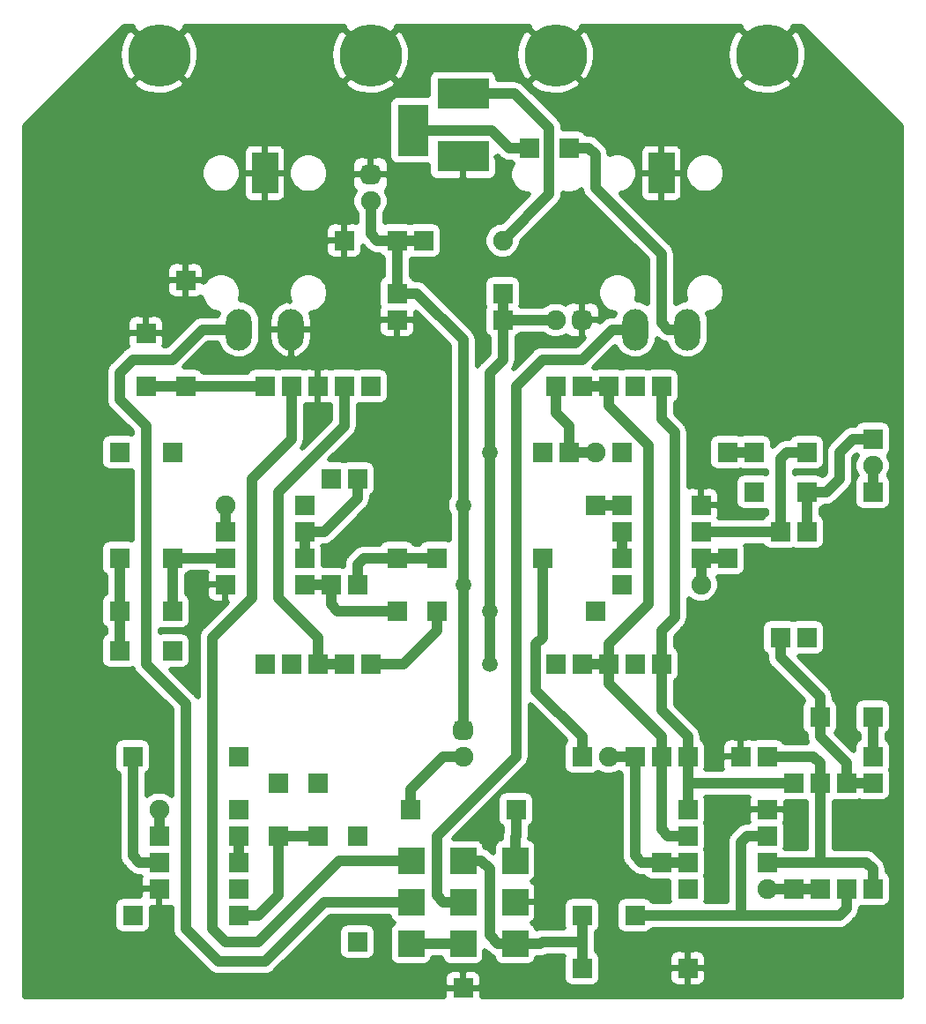
<source format=gbr>
G04 #@! TF.GenerationSoftware,KiCad,Pcbnew,5.1.6-c6e7f7d~87~ubuntu19.10.1*
G04 #@! TF.CreationDate,2021-10-28T22:17:10+06:00*
G04 #@! TF.ProjectId,kzeq_r1a,6b7a6571-5f72-4316-912e-6b696361645f,1A*
G04 #@! TF.SameCoordinates,Original*
G04 #@! TF.FileFunction,Copper,L2,Bot*
G04 #@! TF.FilePolarity,Positive*
%FSLAX46Y46*%
G04 Gerber Fmt 4.6, Leading zero omitted, Abs format (unit mm)*
G04 Created by KiCad (PCBNEW 5.1.6-c6e7f7d~87~ubuntu19.10.1) date 2021-10-28 22:17:10*
%MOMM*%
%LPD*%
G01*
G04 APERTURE LIST*
G04 #@! TA.AperFunction,ComponentPad*
%ADD10R,1.900000X1.900000*%
G04 #@! TD*
G04 #@! TA.AperFunction,ComponentPad*
%ADD11C,1.900000*%
G04 #@! TD*
G04 #@! TA.AperFunction,ComponentPad*
%ADD12R,2.500000X4.000000*%
G04 #@! TD*
G04 #@! TA.AperFunction,ComponentPad*
%ADD13O,2.500000X4.000000*%
G04 #@! TD*
G04 #@! TA.AperFunction,ComponentPad*
%ADD14R,5.000000X3.000000*%
G04 #@! TD*
G04 #@! TA.AperFunction,ComponentPad*
%ADD15R,3.000000X5.000000*%
G04 #@! TD*
G04 #@! TA.AperFunction,ComponentPad*
%ADD16R,2.500000X2.500000*%
G04 #@! TD*
G04 #@! TA.AperFunction,ComponentPad*
%ADD17C,6.000000*%
G04 #@! TD*
G04 #@! TA.AperFunction,ViaPad*
%ADD18C,1.500000*%
G04 #@! TD*
G04 #@! TA.AperFunction,Conductor*
%ADD19C,1.000000*%
G04 #@! TD*
G04 #@! TA.AperFunction,Conductor*
%ADD20C,0.500000*%
G04 #@! TD*
G04 APERTURE END LIST*
D10*
X95250000Y-171450000D03*
X95250000Y-181610000D03*
X121920000Y-163830000D03*
D11*
X119380000Y-163830000D03*
D10*
X116840000Y-163830000D03*
X144780000Y-133350000D03*
D11*
X144780000Y-135890000D03*
D10*
X144780000Y-138430000D03*
X120650000Y-134620000D03*
D11*
X118110000Y-134620000D03*
D10*
X115570000Y-134620000D03*
G04 #@! TA.AperFunction,ComponentPad*
G36*
G01*
X115890000Y-122300000D02*
X115890000Y-121540000D01*
G75*
G02*
X116460000Y-120970000I570000J0D01*
G01*
X117220000Y-120970000D01*
G75*
G02*
X117790000Y-121540000I0J-570000D01*
G01*
X117790000Y-122300000D01*
G75*
G02*
X117220000Y-122870000I-570000J0D01*
G01*
X116460000Y-122870000D01*
G75*
G02*
X115890000Y-122300000I0J570000D01*
G01*
G37*
G04 #@! TD.AperFunction*
D11*
X114300000Y-121920000D03*
X96520000Y-110490000D03*
G04 #@! TA.AperFunction,ComponentPad*
G36*
G01*
X96900000Y-108900000D02*
X96140000Y-108900000D01*
G75*
G02*
X95570000Y-108330000I0J570000D01*
G01*
X95570000Y-107570000D01*
G75*
G02*
X96140000Y-107000000I570000J0D01*
G01*
X96900000Y-107000000D01*
G75*
G02*
X97470000Y-107570000I0J-570000D01*
G01*
X97470000Y-108330000D01*
G75*
G02*
X96900000Y-108900000I-570000J0D01*
G01*
G37*
G04 #@! TD.AperFunction*
D10*
X99060000Y-114300000D03*
X93980000Y-114300000D03*
X74930000Y-128270000D03*
X74930000Y-123190000D03*
X127000000Y-163830000D03*
X132080000Y-163830000D03*
X139700000Y-160020000D03*
X144780000Y-160020000D03*
X116840000Y-179070000D03*
X121920000Y-179070000D03*
X87630000Y-171450000D03*
X87630000Y-166370000D03*
X91440000Y-166370000D03*
X91440000Y-171450000D03*
X99060000Y-144780000D03*
X99060000Y-149860000D03*
X102870000Y-149860000D03*
X102870000Y-144780000D03*
X72390000Y-149860000D03*
X77470000Y-149860000D03*
X77470000Y-153670000D03*
X72390000Y-153670000D03*
X133350000Y-138430000D03*
X138430000Y-138430000D03*
X138430000Y-134620000D03*
X133350000Y-134620000D03*
D12*
X86360000Y-107830000D03*
D13*
X83860000Y-122830000D03*
X88860000Y-122830000D03*
D12*
X124460000Y-107830000D03*
D13*
X121960000Y-122830000D03*
X126960000Y-122830000D03*
D10*
X110490000Y-168910000D03*
X100330000Y-168910000D03*
X99060000Y-121920000D03*
X109220000Y-121920000D03*
X109220000Y-119380000D03*
X99060000Y-119380000D03*
X78740000Y-118110000D03*
X78740000Y-128270000D03*
X113030000Y-134620000D03*
X113030000Y-144780000D03*
X124460000Y-173990000D03*
X124460000Y-163830000D03*
X137160000Y-176530000D03*
X137160000Y-166370000D03*
X139700000Y-166370000D03*
X139700000Y-176530000D03*
X144780000Y-163830000D03*
X134620000Y-163830000D03*
X144780000Y-166370000D03*
X144780000Y-176530000D03*
X142240000Y-166370000D03*
X142240000Y-176530000D03*
X127000000Y-184150000D03*
X116840000Y-184150000D03*
X83820000Y-179070000D03*
X73660000Y-179070000D03*
X83820000Y-163830000D03*
X73660000Y-163830000D03*
X95250000Y-147320000D03*
X95250000Y-137160000D03*
X92710000Y-137160000D03*
X92710000Y-147320000D03*
X72390000Y-144780000D03*
X72390000Y-134620000D03*
X77470000Y-134620000D03*
X77470000Y-144780000D03*
X138430000Y-152400000D03*
X138430000Y-142240000D03*
X118110000Y-149860000D03*
X118110000Y-139700000D03*
X130810000Y-144780000D03*
X130810000Y-134620000D03*
X135890000Y-152400000D03*
X135890000Y-142240000D03*
X114300000Y-154940000D03*
X116840000Y-154940000D03*
X119380000Y-154940000D03*
X121920000Y-154940000D03*
X124460000Y-154940000D03*
X96520000Y-154940000D03*
X88900000Y-154940000D03*
X91440000Y-154940000D03*
X86360000Y-154940000D03*
X93980000Y-154940000D03*
X114300000Y-128270000D03*
X116840000Y-128270000D03*
X119380000Y-128270000D03*
X121920000Y-128270000D03*
X124460000Y-128270000D03*
X96520000Y-128270000D03*
X88900000Y-128270000D03*
X91440000Y-128270000D03*
X86360000Y-128270000D03*
X93980000Y-128270000D03*
D14*
X105410000Y-106210000D03*
D15*
X100610000Y-103710000D03*
D14*
X105410000Y-100210000D03*
D10*
X115570000Y-105410000D03*
X111760000Y-105410000D03*
X105410000Y-186055000D03*
D16*
X110410000Y-177800000D03*
X110410000Y-181800000D03*
X110410000Y-173800000D03*
X105410000Y-177800000D03*
X105410000Y-181800000D03*
X105410000Y-173800000D03*
X100410000Y-173800000D03*
X100410000Y-177800000D03*
X100410000Y-181800000D03*
D11*
X105410000Y-163830000D03*
G04 #@! TA.AperFunction,ComponentPad*
G36*
G01*
X105790000Y-162240000D02*
X105030000Y-162240000D01*
G75*
G02*
X104460000Y-161670000I0J570000D01*
G01*
X104460000Y-160910000D01*
G75*
G02*
X105030000Y-160340000I570000J0D01*
G01*
X105790000Y-160340000D01*
G75*
G02*
X106360000Y-160910000I0J-570000D01*
G01*
X106360000Y-161670000D01*
G75*
G02*
X105790000Y-162240000I-570000J0D01*
G01*
G37*
G04 #@! TD.AperFunction*
D10*
X127000000Y-176530000D03*
X127000000Y-173990000D03*
X127000000Y-171450000D03*
X127000000Y-168910000D03*
X134620000Y-168910000D03*
X134620000Y-171450000D03*
X134620000Y-173990000D03*
D11*
X134620000Y-176530000D03*
X76200000Y-168910000D03*
D10*
X76200000Y-171450000D03*
X76200000Y-173990000D03*
X76200000Y-176530000D03*
X83820000Y-176530000D03*
X83820000Y-173990000D03*
X83820000Y-171450000D03*
X83820000Y-168910000D03*
D11*
X82550000Y-139700000D03*
D10*
X82550000Y-142240000D03*
X82550000Y-144780000D03*
X82550000Y-147320000D03*
X90170000Y-147320000D03*
X90170000Y-144780000D03*
X90170000Y-142240000D03*
X90170000Y-139700000D03*
D11*
X128270000Y-147320000D03*
D10*
X128270000Y-144780000D03*
X128270000Y-142240000D03*
X128270000Y-139700000D03*
X120650000Y-139700000D03*
X120650000Y-142240000D03*
X120650000Y-144780000D03*
X120650000Y-147320000D03*
D11*
X109220000Y-114300000D03*
D10*
X101600000Y-114300000D03*
D17*
X76200000Y-96520000D03*
X96520000Y-96520000D03*
X114300000Y-96520000D03*
X134620000Y-96520000D03*
D18*
X107950000Y-134620000D03*
X107950000Y-149860000D03*
X107950000Y-154940000D03*
X105410000Y-147320000D03*
X105410000Y-139700000D03*
D19*
X103505000Y-163830000D02*
X105410000Y-163830000D01*
X100330000Y-167005000D02*
X103505000Y-163830000D01*
X100330000Y-168910000D02*
X100330000Y-167005000D01*
X110410000Y-173800000D02*
X110410000Y-171530000D01*
X110410000Y-171530000D02*
X110490000Y-171450000D01*
X110490000Y-171450000D02*
X110490000Y-168910000D01*
X109855000Y-105410000D02*
X111760000Y-105410000D01*
X108155000Y-103710000D02*
X109855000Y-105410000D01*
X100610000Y-103710000D02*
X108155000Y-103710000D01*
X124460000Y-122195000D02*
X125095000Y-122830000D01*
X124460000Y-115570000D02*
X124460000Y-122195000D01*
X118110000Y-109220000D02*
X124460000Y-115570000D01*
X118110000Y-106045000D02*
X118110000Y-109220000D01*
X117475000Y-105410000D02*
X118110000Y-106045000D01*
X125095000Y-122830000D02*
X126960000Y-122830000D01*
X115570000Y-105410000D02*
X117475000Y-105410000D01*
X142240000Y-166370000D02*
X144780000Y-166370000D01*
X139700000Y-161925000D02*
X142240000Y-164465000D01*
X142240000Y-164465000D02*
X142240000Y-166370000D01*
X139700000Y-160020000D02*
X139700000Y-161925000D01*
X135890000Y-154305000D02*
X139700000Y-158115000D01*
X139700000Y-158115000D02*
X139700000Y-160020000D01*
X135890000Y-152400000D02*
X135890000Y-154305000D01*
X109220000Y-121920000D02*
X114300000Y-121920000D01*
X109220000Y-119380000D02*
X109220000Y-121920000D01*
X109220000Y-125730000D02*
X107950000Y-127000000D01*
X109220000Y-121920000D02*
X109220000Y-125730000D01*
X107950000Y-127000000D02*
X107950000Y-134620000D01*
X107950000Y-134620000D02*
X107950000Y-149860000D01*
X107950000Y-149860000D02*
X107950000Y-154940000D01*
X128270000Y-142240000D02*
X135890000Y-142240000D01*
X136525000Y-134620000D02*
X138430000Y-134620000D01*
X135890000Y-135255000D02*
X136525000Y-134620000D01*
X135890000Y-142240000D02*
X135890000Y-135255000D01*
X121920000Y-179070000D02*
X132080000Y-179070000D01*
X142240000Y-178435000D02*
X142240000Y-176530000D01*
X141605000Y-179070000D02*
X142240000Y-178435000D01*
X132080000Y-179070000D02*
X141605000Y-179070000D01*
X132715000Y-171450000D02*
X134620000Y-171450000D01*
X132080000Y-172085000D02*
X132715000Y-171450000D01*
X132080000Y-179070000D02*
X132080000Y-172085000D01*
X144780000Y-160020000D02*
X144780000Y-163830000D01*
X91440000Y-154940000D02*
X93980000Y-154940000D01*
X137160000Y-166370000D02*
X127000000Y-166370000D01*
X127000000Y-166370000D02*
X127000000Y-168910000D01*
X93980000Y-132080000D02*
X93980000Y-128270000D01*
X87630000Y-138430000D02*
X93980000Y-132080000D01*
X87630000Y-148590000D02*
X87630000Y-138430000D01*
X91440000Y-152400000D02*
X87630000Y-148590000D01*
X91440000Y-154940000D02*
X91440000Y-152400000D01*
X127000000Y-163830000D02*
X127000000Y-166370000D01*
X127000000Y-161925000D02*
X127000000Y-163830000D01*
X124460000Y-159385000D02*
X127000000Y-161925000D01*
X124460000Y-154940000D02*
X124460000Y-159385000D01*
X124460000Y-131445000D02*
X124460000Y-128270000D01*
X125730000Y-132715000D02*
X124460000Y-131445000D01*
X125730000Y-150495000D02*
X125730000Y-132715000D01*
X124460000Y-151765000D02*
X125730000Y-150495000D01*
X124460000Y-154940000D02*
X124460000Y-151765000D01*
X144780000Y-174625000D02*
X144780000Y-176530000D01*
X144145000Y-173990000D02*
X144780000Y-174625000D01*
X139700000Y-173990000D02*
X144145000Y-173990000D01*
X139700000Y-173990000D02*
X139700000Y-166370000D01*
X134620000Y-173990000D02*
X139700000Y-173990000D01*
X134620000Y-163830000D02*
X139065000Y-163830000D01*
X139065000Y-163830000D02*
X139700000Y-164465000D01*
X139700000Y-164465000D02*
X139700000Y-166370000D01*
X134620000Y-176530000D02*
X137160000Y-176530000D01*
X137160000Y-176530000D02*
X139700000Y-176530000D01*
X116840000Y-128270000D02*
X119380000Y-128270000D01*
X116840000Y-154940000D02*
X119380000Y-154940000D01*
X124460000Y-170815000D02*
X125095000Y-171450000D01*
X125095000Y-171450000D02*
X127000000Y-171450000D01*
X124460000Y-163830000D02*
X124460000Y-170815000D01*
X124460000Y-161925000D02*
X119380000Y-156845000D01*
X124460000Y-163830000D02*
X124460000Y-161925000D01*
X119380000Y-154940000D02*
X119380000Y-156845000D01*
X123190000Y-133985000D02*
X119380000Y-130175000D01*
X119380000Y-130175000D02*
X119380000Y-128270000D01*
X123190000Y-149225000D02*
X123190000Y-133985000D01*
X119380000Y-153035000D02*
X123190000Y-149225000D01*
X119380000Y-154940000D02*
X119380000Y-153035000D01*
X124460000Y-173990000D02*
X127000000Y-173990000D01*
X122555000Y-173990000D02*
X124460000Y-173990000D01*
X121920000Y-173355000D02*
X122555000Y-173990000D01*
X121920000Y-163830000D02*
X121920000Y-173355000D01*
X119380000Y-163830000D02*
X121920000Y-163830000D01*
X74930000Y-128270000D02*
X78740000Y-128270000D01*
X78740000Y-128270000D02*
X86360000Y-128270000D01*
X72390000Y-149860000D02*
X72390000Y-144780000D01*
X72390000Y-149860000D02*
X72390000Y-153670000D01*
X77470000Y-144780000D02*
X82550000Y-144780000D01*
X77470000Y-144780000D02*
X77470000Y-149860000D01*
X102870000Y-151765000D02*
X102870000Y-149860000D01*
X99695000Y-154940000D02*
X102870000Y-151765000D01*
X96520000Y-154940000D02*
X99695000Y-154940000D01*
X99060000Y-144780000D02*
X102870000Y-144780000D01*
X95885000Y-144780000D02*
X99060000Y-144780000D01*
X95250000Y-145415000D02*
X95885000Y-144780000D01*
X95250000Y-147320000D02*
X95250000Y-145415000D01*
X87630000Y-171450000D02*
X91440000Y-171450000D01*
X87630000Y-177165000D02*
X87630000Y-171450000D01*
X85725000Y-179070000D02*
X87630000Y-177165000D01*
X83820000Y-179070000D02*
X85725000Y-179070000D01*
X74295000Y-173990000D02*
X76200000Y-173990000D01*
X73660000Y-173355000D02*
X74295000Y-173990000D01*
X73660000Y-163830000D02*
X73660000Y-173355000D01*
X83820000Y-171450000D02*
X83820000Y-173990000D01*
X128270000Y-144780000D02*
X128270000Y-147320000D01*
X128270000Y-144780000D02*
X130810000Y-144780000D01*
X118110000Y-139700000D02*
X120650000Y-139700000D01*
X120650000Y-142240000D02*
X120650000Y-144780000D01*
X82550000Y-139700000D02*
X82550000Y-142240000D01*
X90170000Y-147320000D02*
X92710000Y-147320000D01*
X93345000Y-149860000D02*
X99060000Y-149860000D01*
X92710000Y-149225000D02*
X93345000Y-149860000D01*
X92710000Y-147320000D02*
X92710000Y-149225000D01*
X90170000Y-142240000D02*
X90170000Y-144780000D01*
X92075000Y-142240000D02*
X90170000Y-142240000D01*
X95250000Y-139065000D02*
X92075000Y-142240000D01*
X95250000Y-137160000D02*
X95250000Y-139065000D01*
X76200000Y-168910000D02*
X76200000Y-171450000D01*
X105410000Y-147320000D02*
X105410000Y-161290000D01*
X105410000Y-139700000D02*
X105410000Y-147320000D01*
X99060000Y-114300000D02*
X101600000Y-114300000D01*
X99060000Y-114300000D02*
X99060000Y-119380000D01*
X105410000Y-123825000D02*
X105410000Y-139700000D01*
X100965000Y-119380000D02*
X105410000Y-123825000D01*
X99060000Y-119380000D02*
X100965000Y-119380000D01*
X97155000Y-114300000D02*
X99060000Y-114300000D01*
X96520000Y-113665000D02*
X97155000Y-114300000D01*
X96520000Y-110490000D02*
X96520000Y-113665000D01*
X110370000Y-100210000D02*
X105410000Y-100210000D01*
X113665000Y-103505000D02*
X110370000Y-100210000D01*
X113665000Y-109855000D02*
X113665000Y-103505000D01*
X109220000Y-114300000D02*
X113665000Y-109855000D01*
X110410000Y-181800000D02*
X112840000Y-181800000D01*
X112840000Y-181800000D02*
X113030000Y-181610000D01*
X113030000Y-181610000D02*
X116840000Y-181610000D01*
X105410000Y-173800000D02*
X107125000Y-173800000D01*
X107125000Y-173800000D02*
X107950000Y-174625000D01*
X110410000Y-181800000D02*
X108775000Y-181800000D01*
X108775000Y-181800000D02*
X107950000Y-180975000D01*
X107950000Y-174625000D02*
X107950000Y-180975000D01*
X116840000Y-179070000D02*
X116840000Y-181610000D01*
X116840000Y-181610000D02*
X116840000Y-184150000D01*
X103505000Y-177800000D02*
X105410000Y-177800000D01*
X102870000Y-177165000D02*
X103505000Y-177800000D01*
X102870000Y-171450000D02*
X102870000Y-177165000D01*
X110490000Y-163830000D02*
X102870000Y-171450000D01*
X110490000Y-128270000D02*
X110490000Y-163830000D01*
X116840000Y-125730000D02*
X113030000Y-125730000D01*
X119740000Y-122830000D02*
X116840000Y-125730000D01*
X113030000Y-125730000D02*
X110490000Y-128270000D01*
X121960000Y-122830000D02*
X119740000Y-122830000D01*
X100410000Y-181800000D02*
X105410000Y-181800000D01*
X100410000Y-173800000D02*
X93535000Y-173800000D01*
X93535000Y-173800000D02*
X85725000Y-181610000D01*
X85090000Y-137160000D02*
X88900000Y-133350000D01*
X85725000Y-181610000D02*
X82550000Y-181610000D01*
X82550000Y-181610000D02*
X81280000Y-180340000D01*
X85090000Y-148590000D02*
X85090000Y-137160000D01*
X81280000Y-180340000D02*
X81280000Y-152400000D01*
X81280000Y-152400000D02*
X85090000Y-148590000D01*
X88900000Y-133350000D02*
X88900000Y-128270000D01*
X81915000Y-183515000D02*
X86360000Y-183515000D01*
X92075000Y-177800000D02*
X100410000Y-177800000D01*
X78740000Y-180340000D02*
X81915000Y-183515000D01*
X74930000Y-154940000D02*
X78740000Y-158750000D01*
X74930000Y-132080000D02*
X74930000Y-154940000D01*
X78740000Y-158750000D02*
X78740000Y-180340000D01*
X73660000Y-125730000D02*
X72390000Y-127000000D01*
X72390000Y-129540000D02*
X74930000Y-132080000D01*
X77470000Y-125730000D02*
X73660000Y-125730000D01*
X80370000Y-122830000D02*
X77470000Y-125730000D01*
X86360000Y-183515000D02*
X92075000Y-177800000D01*
X72390000Y-127000000D02*
X72390000Y-129540000D01*
X83860000Y-122830000D02*
X80370000Y-122830000D01*
X115570000Y-134620000D02*
X118110000Y-134620000D01*
X115570000Y-132080000D02*
X115570000Y-134620000D01*
X114300000Y-130810000D02*
X115570000Y-132080000D01*
X114300000Y-128270000D02*
X114300000Y-130810000D01*
X130810000Y-134620000D02*
X133350000Y-134620000D01*
X144780000Y-135890000D02*
X144780000Y-138430000D01*
X138430000Y-138430000D02*
X138430000Y-142240000D01*
X142875000Y-133350000D02*
X144780000Y-133350000D01*
X141605000Y-134620000D02*
X142875000Y-133350000D01*
X140335000Y-138430000D02*
X141605000Y-137160000D01*
X141605000Y-137160000D02*
X141605000Y-134620000D01*
X138430000Y-138430000D02*
X140335000Y-138430000D01*
X113030000Y-152400000D02*
X113030000Y-144780000D01*
X112395000Y-153035000D02*
X113030000Y-152400000D01*
X112395000Y-157480000D02*
X112395000Y-153035000D01*
X116840000Y-161925000D02*
X112395000Y-157480000D01*
X116840000Y-163830000D02*
X116840000Y-161925000D01*
D20*
G36*
X73650324Y-93899613D02*
G01*
X76200000Y-96449289D01*
X78749676Y-93899613D01*
X78667651Y-93760000D01*
X94052349Y-93760000D01*
X93970324Y-93899613D01*
X96520000Y-96449289D01*
X99069676Y-93899613D01*
X98987651Y-93760000D01*
X111832349Y-93760000D01*
X111750324Y-93899613D01*
X114300000Y-96449289D01*
X116849676Y-93899613D01*
X116767651Y-93760000D01*
X132152349Y-93760000D01*
X132070324Y-93899613D01*
X134620000Y-96449289D01*
X137169676Y-93899613D01*
X137087651Y-93760000D01*
X137995077Y-93760000D01*
X147540000Y-103304924D01*
X147540001Y-186910000D01*
X107213545Y-186910000D01*
X107210000Y-186317500D01*
X106997500Y-186105000D01*
X105460000Y-186105000D01*
X105460000Y-186125000D01*
X105360000Y-186125000D01*
X105360000Y-186105000D01*
X103822500Y-186105000D01*
X103610000Y-186317500D01*
X103606455Y-186910000D01*
X63280000Y-186910000D01*
X63280000Y-185105000D01*
X103605887Y-185105000D01*
X103610000Y-185792500D01*
X103822500Y-186005000D01*
X105360000Y-186005000D01*
X105360000Y-184467500D01*
X105460000Y-184467500D01*
X105460000Y-186005000D01*
X106997500Y-186005000D01*
X107210000Y-185792500D01*
X107214113Y-185105000D01*
X107197701Y-184938371D01*
X107149098Y-184778145D01*
X107070169Y-184630480D01*
X106963949Y-184501051D01*
X106834520Y-184394831D01*
X106686855Y-184315902D01*
X106526629Y-184267299D01*
X106360000Y-184250887D01*
X105672500Y-184255000D01*
X105460000Y-184467500D01*
X105360000Y-184467500D01*
X105147500Y-184255000D01*
X104460000Y-184250887D01*
X104293371Y-184267299D01*
X104133145Y-184315902D01*
X103985480Y-184394831D01*
X103856051Y-184501051D01*
X103749831Y-184630480D01*
X103670902Y-184778145D01*
X103622299Y-184938371D01*
X103605887Y-185105000D01*
X63280000Y-185105000D01*
X63280000Y-178120000D01*
X71855888Y-178120000D01*
X71855888Y-180020000D01*
X71872300Y-180186629D01*
X71920903Y-180346855D01*
X71999832Y-180494519D01*
X72106052Y-180623948D01*
X72235481Y-180730168D01*
X72383145Y-180809097D01*
X72543371Y-180857700D01*
X72710000Y-180874112D01*
X74610000Y-180874112D01*
X74776629Y-180857700D01*
X74936855Y-180809097D01*
X75084519Y-180730168D01*
X75213948Y-180623948D01*
X75320168Y-180494519D01*
X75399097Y-180346855D01*
X75447700Y-180186629D01*
X75464112Y-180020000D01*
X75464112Y-178332832D01*
X75937500Y-178330000D01*
X76150000Y-178117500D01*
X76150000Y-176580000D01*
X74612500Y-176580000D01*
X74400000Y-176792500D01*
X74397168Y-177265888D01*
X72710000Y-177265888D01*
X72543371Y-177282300D01*
X72383145Y-177330903D01*
X72235481Y-177409832D01*
X72106052Y-177516052D01*
X71999832Y-177645481D01*
X71920903Y-177793145D01*
X71872300Y-177953371D01*
X71855888Y-178120000D01*
X63280000Y-178120000D01*
X63280000Y-133670000D01*
X70585888Y-133670000D01*
X70585888Y-135570000D01*
X70602300Y-135736629D01*
X70650903Y-135896855D01*
X70729832Y-136044519D01*
X70836052Y-136173948D01*
X70965481Y-136280168D01*
X71113145Y-136359097D01*
X71273371Y-136407700D01*
X71440000Y-136424112D01*
X73340000Y-136424112D01*
X73506629Y-136407700D01*
X73580000Y-136385444D01*
X73580000Y-143014557D01*
X73506629Y-142992300D01*
X73340000Y-142975888D01*
X71440000Y-142975888D01*
X71273371Y-142992300D01*
X71113145Y-143040903D01*
X70965481Y-143119832D01*
X70836052Y-143226052D01*
X70729832Y-143355481D01*
X70650903Y-143503145D01*
X70602300Y-143663371D01*
X70585888Y-143830000D01*
X70585888Y-145730000D01*
X70602300Y-145896629D01*
X70650903Y-146056855D01*
X70729832Y-146204519D01*
X70836052Y-146333948D01*
X70965481Y-146440168D01*
X71040001Y-146480000D01*
X71040000Y-148160000D01*
X70965481Y-148199832D01*
X70836052Y-148306052D01*
X70729832Y-148435481D01*
X70650903Y-148583145D01*
X70602300Y-148743371D01*
X70585888Y-148910000D01*
X70585888Y-150810000D01*
X70602300Y-150976629D01*
X70650903Y-151136855D01*
X70729832Y-151284519D01*
X70836052Y-151413948D01*
X70965481Y-151520168D01*
X71040000Y-151560000D01*
X71040001Y-151970000D01*
X70965481Y-152009832D01*
X70836052Y-152116052D01*
X70729832Y-152245481D01*
X70650903Y-152393145D01*
X70602300Y-152553371D01*
X70585888Y-152720000D01*
X70585888Y-154620000D01*
X70602300Y-154786629D01*
X70650903Y-154946855D01*
X70729832Y-155094519D01*
X70836052Y-155223948D01*
X70965481Y-155330168D01*
X71113145Y-155409097D01*
X71273371Y-155457700D01*
X71440000Y-155474112D01*
X73340000Y-155474112D01*
X73506629Y-155457700D01*
X73662001Y-155410570D01*
X73676729Y-155459122D01*
X73802085Y-155693649D01*
X73928510Y-155847698D01*
X73928514Y-155847702D01*
X73970788Y-155899213D01*
X74022299Y-155941487D01*
X77390000Y-159309188D01*
X77390000Y-167554416D01*
X77347433Y-167511849D01*
X77052620Y-167314861D01*
X76725041Y-167179173D01*
X76377284Y-167110000D01*
X76022716Y-167110000D01*
X75674959Y-167179173D01*
X75347380Y-167314861D01*
X75052567Y-167511849D01*
X75010000Y-167554416D01*
X75010000Y-165530000D01*
X75084519Y-165490168D01*
X75213948Y-165383948D01*
X75320168Y-165254519D01*
X75399097Y-165106855D01*
X75447700Y-164946629D01*
X75464112Y-164780000D01*
X75464112Y-162880000D01*
X75447700Y-162713371D01*
X75399097Y-162553145D01*
X75320168Y-162405481D01*
X75213948Y-162276052D01*
X75084519Y-162169832D01*
X74936855Y-162090903D01*
X74776629Y-162042300D01*
X74610000Y-162025888D01*
X72710000Y-162025888D01*
X72543371Y-162042300D01*
X72383145Y-162090903D01*
X72235481Y-162169832D01*
X72106052Y-162276052D01*
X71999832Y-162405481D01*
X71920903Y-162553145D01*
X71872300Y-162713371D01*
X71855888Y-162880000D01*
X71855888Y-164780000D01*
X71872300Y-164946629D01*
X71920903Y-165106855D01*
X71999832Y-165254519D01*
X72106052Y-165383948D01*
X72235481Y-165490168D01*
X72310000Y-165530000D01*
X72310001Y-173288671D01*
X72303468Y-173355000D01*
X72329534Y-173619646D01*
X72406729Y-173874122D01*
X72532085Y-174108649D01*
X72658510Y-174262698D01*
X72658514Y-174262702D01*
X72700788Y-174314213D01*
X72752300Y-174356487D01*
X73293505Y-174897692D01*
X73335787Y-174949213D01*
X73541351Y-175117915D01*
X73645284Y-175173468D01*
X73775877Y-175243272D01*
X73835105Y-175261239D01*
X74030354Y-175320467D01*
X74228679Y-175340000D01*
X74228681Y-175340000D01*
X74295000Y-175346532D01*
X74361319Y-175340000D01*
X74434555Y-175340000D01*
X74412299Y-175413371D01*
X74395887Y-175580000D01*
X74400000Y-176267500D01*
X74612500Y-176480000D01*
X76150000Y-176480000D01*
X76150000Y-176460000D01*
X76250000Y-176460000D01*
X76250000Y-176480000D01*
X76270000Y-176480000D01*
X76270000Y-176580000D01*
X76250000Y-176580000D01*
X76250000Y-178117500D01*
X76462500Y-178330000D01*
X77150000Y-178334113D01*
X77316629Y-178317701D01*
X77390001Y-178295444D01*
X77390001Y-180273671D01*
X77383468Y-180340000D01*
X77409534Y-180604646D01*
X77486729Y-180859122D01*
X77612085Y-181093649D01*
X77738510Y-181247698D01*
X77738514Y-181247702D01*
X77780788Y-181299213D01*
X77832299Y-181341487D01*
X80913513Y-184422702D01*
X80955787Y-184474213D01*
X81007298Y-184516487D01*
X81007301Y-184516490D01*
X81161350Y-184642915D01*
X81286707Y-184709919D01*
X81395878Y-184768272D01*
X81650354Y-184845467D01*
X81848679Y-184865000D01*
X81848688Y-184865000D01*
X81914999Y-184871531D01*
X81981310Y-184865000D01*
X86293681Y-184865000D01*
X86360000Y-184871532D01*
X86426319Y-184865000D01*
X86426321Y-184865000D01*
X86624646Y-184845467D01*
X86879122Y-184768272D01*
X87113649Y-184642915D01*
X87319213Y-184474213D01*
X87361491Y-184422697D01*
X91124188Y-180660000D01*
X93445888Y-180660000D01*
X93445888Y-182560000D01*
X93462300Y-182726629D01*
X93510903Y-182886855D01*
X93589832Y-183034519D01*
X93696052Y-183163948D01*
X93825481Y-183270168D01*
X93973145Y-183349097D01*
X94133371Y-183397700D01*
X94300000Y-183414112D01*
X96200000Y-183414112D01*
X96366629Y-183397700D01*
X96526855Y-183349097D01*
X96674519Y-183270168D01*
X96803948Y-183163948D01*
X96910168Y-183034519D01*
X96989097Y-182886855D01*
X97037700Y-182726629D01*
X97054112Y-182560000D01*
X97054112Y-180660000D01*
X97037700Y-180493371D01*
X96989097Y-180333145D01*
X96910168Y-180185481D01*
X96803948Y-180056052D01*
X96674519Y-179949832D01*
X96526855Y-179870903D01*
X96366629Y-179822300D01*
X96200000Y-179805888D01*
X94300000Y-179805888D01*
X94133371Y-179822300D01*
X93973145Y-179870903D01*
X93825481Y-179949832D01*
X93696052Y-180056052D01*
X93589832Y-180185481D01*
X93510903Y-180333145D01*
X93462300Y-180493371D01*
X93445888Y-180660000D01*
X91124188Y-180660000D01*
X92634188Y-179150000D01*
X98315737Y-179150000D01*
X98322300Y-179216629D01*
X98370903Y-179376855D01*
X98449832Y-179524519D01*
X98556052Y-179653948D01*
X98685481Y-179760168D01*
X98760001Y-179800000D01*
X98685481Y-179839832D01*
X98556052Y-179946052D01*
X98449832Y-180075481D01*
X98370903Y-180223145D01*
X98322300Y-180383371D01*
X98305888Y-180550000D01*
X98305888Y-183050000D01*
X98322300Y-183216629D01*
X98370903Y-183376855D01*
X98449832Y-183524519D01*
X98556052Y-183653948D01*
X98685481Y-183760168D01*
X98833145Y-183839097D01*
X98993371Y-183887700D01*
X99160000Y-183904112D01*
X101660000Y-183904112D01*
X101826629Y-183887700D01*
X101986855Y-183839097D01*
X102134519Y-183760168D01*
X102263948Y-183653948D01*
X102370168Y-183524519D01*
X102449097Y-183376855D01*
X102497700Y-183216629D01*
X102504263Y-183150000D01*
X103315737Y-183150000D01*
X103322300Y-183216629D01*
X103370903Y-183376855D01*
X103449832Y-183524519D01*
X103556052Y-183653948D01*
X103685481Y-183760168D01*
X103833145Y-183839097D01*
X103993371Y-183887700D01*
X104160000Y-183904112D01*
X106660000Y-183904112D01*
X106826629Y-183887700D01*
X106986855Y-183839097D01*
X107134519Y-183760168D01*
X107263948Y-183653948D01*
X107370168Y-183524519D01*
X107449097Y-183376855D01*
X107497700Y-183216629D01*
X107514112Y-183050000D01*
X107514112Y-182448300D01*
X107773509Y-182707697D01*
X107815787Y-182759213D01*
X107867302Y-182801490D01*
X108021350Y-182927915D01*
X108093598Y-182966532D01*
X108255878Y-183053272D01*
X108307760Y-183069010D01*
X108322300Y-183216629D01*
X108370903Y-183376855D01*
X108449832Y-183524519D01*
X108556052Y-183653948D01*
X108685481Y-183760168D01*
X108833145Y-183839097D01*
X108993371Y-183887700D01*
X109160000Y-183904112D01*
X111660000Y-183904112D01*
X111826629Y-183887700D01*
X111986855Y-183839097D01*
X112134519Y-183760168D01*
X112263948Y-183653948D01*
X112370168Y-183524519D01*
X112449097Y-183376855D01*
X112497700Y-183216629D01*
X112504263Y-183150000D01*
X112773681Y-183150000D01*
X112840000Y-183156532D01*
X112906319Y-183150000D01*
X112906321Y-183150000D01*
X113104646Y-183130467D01*
X113359122Y-183053272D01*
X113533622Y-182960000D01*
X115074556Y-182960000D01*
X115052300Y-183033371D01*
X115035888Y-183200000D01*
X115035888Y-185100000D01*
X115052300Y-185266629D01*
X115100903Y-185426855D01*
X115179832Y-185574519D01*
X115286052Y-185703948D01*
X115415481Y-185810168D01*
X115563145Y-185889097D01*
X115723371Y-185937700D01*
X115890000Y-185954112D01*
X117790000Y-185954112D01*
X117956629Y-185937700D01*
X118116855Y-185889097D01*
X118264519Y-185810168D01*
X118393948Y-185703948D01*
X118500168Y-185574519D01*
X118579097Y-185426855D01*
X118627700Y-185266629D01*
X118644112Y-185100000D01*
X125195887Y-185100000D01*
X125212299Y-185266629D01*
X125260902Y-185426855D01*
X125339831Y-185574520D01*
X125446051Y-185703949D01*
X125575480Y-185810169D01*
X125723145Y-185889098D01*
X125883371Y-185937701D01*
X126050000Y-185954113D01*
X126737500Y-185950000D01*
X126950000Y-185737500D01*
X126950000Y-184200000D01*
X127050000Y-184200000D01*
X127050000Y-185737500D01*
X127262500Y-185950000D01*
X127950000Y-185954113D01*
X128116629Y-185937701D01*
X128276855Y-185889098D01*
X128424520Y-185810169D01*
X128553949Y-185703949D01*
X128660169Y-185574520D01*
X128739098Y-185426855D01*
X128787701Y-185266629D01*
X128804113Y-185100000D01*
X128800000Y-184412500D01*
X128587500Y-184200000D01*
X127050000Y-184200000D01*
X126950000Y-184200000D01*
X125412500Y-184200000D01*
X125200000Y-184412500D01*
X125195887Y-185100000D01*
X118644112Y-185100000D01*
X118644112Y-183200000D01*
X125195887Y-183200000D01*
X125200000Y-183887500D01*
X125412500Y-184100000D01*
X126950000Y-184100000D01*
X126950000Y-182562500D01*
X127050000Y-182562500D01*
X127050000Y-184100000D01*
X128587500Y-184100000D01*
X128800000Y-183887500D01*
X128804113Y-183200000D01*
X128787701Y-183033371D01*
X128739098Y-182873145D01*
X128660169Y-182725480D01*
X128553949Y-182596051D01*
X128424520Y-182489831D01*
X128276855Y-182410902D01*
X128116629Y-182362299D01*
X127950000Y-182345887D01*
X127262500Y-182350000D01*
X127050000Y-182562500D01*
X126950000Y-182562500D01*
X126737500Y-182350000D01*
X126050000Y-182345887D01*
X125883371Y-182362299D01*
X125723145Y-182410902D01*
X125575480Y-182489831D01*
X125446051Y-182596051D01*
X125339831Y-182725480D01*
X125260902Y-182873145D01*
X125212299Y-183033371D01*
X125195887Y-183200000D01*
X118644112Y-183200000D01*
X118627700Y-183033371D01*
X118579097Y-182873145D01*
X118500168Y-182725481D01*
X118393948Y-182596052D01*
X118264519Y-182489832D01*
X118190000Y-182450000D01*
X118190000Y-181676321D01*
X118196532Y-181610000D01*
X118190000Y-181543679D01*
X118190000Y-180770000D01*
X118264519Y-180730168D01*
X118393948Y-180623948D01*
X118500168Y-180494519D01*
X118579097Y-180346855D01*
X118627700Y-180186629D01*
X118644112Y-180020000D01*
X118644112Y-178120000D01*
X118627700Y-177953371D01*
X118579097Y-177793145D01*
X118500168Y-177645481D01*
X118393948Y-177516052D01*
X118264519Y-177409832D01*
X118116855Y-177330903D01*
X117956629Y-177282300D01*
X117790000Y-177265888D01*
X115890000Y-177265888D01*
X115723371Y-177282300D01*
X115563145Y-177330903D01*
X115415481Y-177409832D01*
X115286052Y-177516052D01*
X115179832Y-177645481D01*
X115100903Y-177793145D01*
X115052300Y-177953371D01*
X115035888Y-178120000D01*
X115035888Y-180020000D01*
X115052300Y-180186629D01*
X115074556Y-180260000D01*
X113096319Y-180260000D01*
X113030000Y-180253468D01*
X112963681Y-180260000D01*
X112963679Y-180260000D01*
X112765354Y-180279533D01*
X112510878Y-180356728D01*
X112492584Y-180366506D01*
X112449097Y-180223145D01*
X112370168Y-180075481D01*
X112263948Y-179946052D01*
X112134519Y-179839832D01*
X112060001Y-179800001D01*
X112134520Y-179760169D01*
X112263949Y-179653949D01*
X112370169Y-179524520D01*
X112449098Y-179376855D01*
X112497701Y-179216629D01*
X112514113Y-179050000D01*
X112510000Y-178062500D01*
X112297500Y-177850000D01*
X110460000Y-177850000D01*
X110460000Y-177870000D01*
X110360000Y-177870000D01*
X110360000Y-177850000D01*
X110340000Y-177850000D01*
X110340000Y-177750000D01*
X110360000Y-177750000D01*
X110360000Y-177730000D01*
X110460000Y-177730000D01*
X110460000Y-177750000D01*
X112297500Y-177750000D01*
X112510000Y-177537500D01*
X112514113Y-176550000D01*
X112497701Y-176383371D01*
X112449098Y-176223145D01*
X112370169Y-176075480D01*
X112263949Y-175946051D01*
X112134520Y-175839831D01*
X112060001Y-175799999D01*
X112134519Y-175760168D01*
X112263948Y-175653948D01*
X112370168Y-175524519D01*
X112449097Y-175376855D01*
X112497700Y-175216629D01*
X112514112Y-175050000D01*
X112514112Y-172550000D01*
X112497700Y-172383371D01*
X112449097Y-172223145D01*
X112370168Y-172075481D01*
X112263948Y-171946052D01*
X112134519Y-171839832D01*
X111986855Y-171760903D01*
X111826629Y-171712300D01*
X111820755Y-171711721D01*
X111840000Y-171516321D01*
X111840000Y-171516312D01*
X111846531Y-171450001D01*
X111840000Y-171383690D01*
X111840000Y-170610000D01*
X111914519Y-170570168D01*
X112043948Y-170463948D01*
X112150168Y-170334519D01*
X112229097Y-170186855D01*
X112277700Y-170026629D01*
X112294112Y-169860000D01*
X112294112Y-167960000D01*
X112277700Y-167793371D01*
X112229097Y-167633145D01*
X112150168Y-167485481D01*
X112043948Y-167356052D01*
X111914519Y-167249832D01*
X111766855Y-167170903D01*
X111606629Y-167122300D01*
X111440000Y-167105888D01*
X109540000Y-167105888D01*
X109373371Y-167122300D01*
X109213145Y-167170903D01*
X109065481Y-167249832D01*
X108936052Y-167356052D01*
X108829832Y-167485481D01*
X108750903Y-167633145D01*
X108702300Y-167793371D01*
X108685888Y-167960000D01*
X108685888Y-169860000D01*
X108702300Y-170026629D01*
X108750903Y-170186855D01*
X108829832Y-170334519D01*
X108936052Y-170463948D01*
X109065481Y-170570168D01*
X109140000Y-170610000D01*
X109140000Y-171066025D01*
X109079534Y-171265354D01*
X109053468Y-171530000D01*
X109060001Y-171596328D01*
X109060001Y-171705737D01*
X108993371Y-171712300D01*
X108833145Y-171760903D01*
X108685481Y-171839832D01*
X108556052Y-171946052D01*
X108449832Y-172075481D01*
X108370903Y-172223145D01*
X108322300Y-172383371D01*
X108305888Y-172550000D01*
X108305888Y-173071700D01*
X108126491Y-172892303D01*
X108084213Y-172840787D01*
X107878649Y-172672085D01*
X107644122Y-172546728D01*
X107509776Y-172505974D01*
X107497700Y-172383371D01*
X107449097Y-172223145D01*
X107370168Y-172075481D01*
X107263948Y-171946052D01*
X107134519Y-171839832D01*
X106986855Y-171760903D01*
X106826629Y-171712300D01*
X106660000Y-171695888D01*
X104533300Y-171695888D01*
X111397697Y-164831491D01*
X111449213Y-164789213D01*
X111617915Y-164583649D01*
X111743272Y-164349122D01*
X111820467Y-164094646D01*
X111840000Y-163896321D01*
X111840000Y-163896312D01*
X111846531Y-163830001D01*
X111840000Y-163763690D01*
X111840000Y-158834188D01*
X115284164Y-162278352D01*
X115179832Y-162405481D01*
X115100903Y-162553145D01*
X115052300Y-162713371D01*
X115035888Y-162880000D01*
X115035888Y-164780000D01*
X115052300Y-164946629D01*
X115100903Y-165106855D01*
X115179832Y-165254519D01*
X115286052Y-165383948D01*
X115415481Y-165490168D01*
X115563145Y-165569097D01*
X115723371Y-165617700D01*
X115890000Y-165634112D01*
X117790000Y-165634112D01*
X117956629Y-165617700D01*
X118116855Y-165569097D01*
X118264519Y-165490168D01*
X118393948Y-165383948D01*
X118419371Y-165352970D01*
X118527380Y-165425139D01*
X118854959Y-165560827D01*
X119202716Y-165630000D01*
X119557284Y-165630000D01*
X119905041Y-165560827D01*
X120232620Y-165425139D01*
X120340629Y-165352970D01*
X120366052Y-165383948D01*
X120495481Y-165490168D01*
X120570000Y-165530000D01*
X120570001Y-173288671D01*
X120563468Y-173355000D01*
X120589534Y-173619646D01*
X120666729Y-173874122D01*
X120792085Y-174108649D01*
X120918510Y-174262698D01*
X120918514Y-174262702D01*
X120960788Y-174314213D01*
X121012300Y-174356487D01*
X121553505Y-174897692D01*
X121595787Y-174949213D01*
X121801351Y-175117915D01*
X121905284Y-175173468D01*
X122035877Y-175243272D01*
X122095105Y-175261239D01*
X122290354Y-175320467D01*
X122488679Y-175340000D01*
X122488681Y-175340000D01*
X122555000Y-175346532D01*
X122621319Y-175340000D01*
X122760000Y-175340000D01*
X122799832Y-175414519D01*
X122906052Y-175543948D01*
X123035481Y-175650168D01*
X123183145Y-175729097D01*
X123343371Y-175777700D01*
X123510000Y-175794112D01*
X125195888Y-175794112D01*
X125195888Y-177480000D01*
X125212300Y-177646629D01*
X125234556Y-177720000D01*
X123620000Y-177720000D01*
X123580168Y-177645481D01*
X123473948Y-177516052D01*
X123344519Y-177409832D01*
X123196855Y-177330903D01*
X123036629Y-177282300D01*
X122870000Y-177265888D01*
X120970000Y-177265888D01*
X120803371Y-177282300D01*
X120643145Y-177330903D01*
X120495481Y-177409832D01*
X120366052Y-177516052D01*
X120259832Y-177645481D01*
X120180903Y-177793145D01*
X120132300Y-177953371D01*
X120115888Y-178120000D01*
X120115888Y-180020000D01*
X120132300Y-180186629D01*
X120180903Y-180346855D01*
X120259832Y-180494519D01*
X120366052Y-180623948D01*
X120495481Y-180730168D01*
X120643145Y-180809097D01*
X120803371Y-180857700D01*
X120970000Y-180874112D01*
X122870000Y-180874112D01*
X123036629Y-180857700D01*
X123196855Y-180809097D01*
X123344519Y-180730168D01*
X123473948Y-180623948D01*
X123580168Y-180494519D01*
X123620000Y-180420000D01*
X132013679Y-180420000D01*
X132080000Y-180426532D01*
X132146321Y-180420000D01*
X141538681Y-180420000D01*
X141605000Y-180426532D01*
X141671319Y-180420000D01*
X141671321Y-180420000D01*
X141869646Y-180400467D01*
X142124122Y-180323272D01*
X142358649Y-180197915D01*
X142564213Y-180029213D01*
X142606492Y-179977696D01*
X143147696Y-179436491D01*
X143199212Y-179394213D01*
X143367915Y-179188649D01*
X143466783Y-179003680D01*
X143493272Y-178954123D01*
X143538400Y-178805355D01*
X143570467Y-178699646D01*
X143590000Y-178501321D01*
X143590000Y-178501319D01*
X143596532Y-178435000D01*
X143590000Y-178368681D01*
X143590000Y-178295444D01*
X143663371Y-178317700D01*
X143830000Y-178334112D01*
X145730000Y-178334112D01*
X145896629Y-178317700D01*
X146056855Y-178269097D01*
X146204519Y-178190168D01*
X146333948Y-178083948D01*
X146440168Y-177954519D01*
X146519097Y-177806855D01*
X146567700Y-177646629D01*
X146584112Y-177480000D01*
X146584112Y-175580000D01*
X146567700Y-175413371D01*
X146519097Y-175253145D01*
X146440168Y-175105481D01*
X146333948Y-174976052D01*
X146204519Y-174869832D01*
X146130000Y-174830000D01*
X146130000Y-174691319D01*
X146136532Y-174625000D01*
X146130000Y-174558679D01*
X146110467Y-174360354D01*
X146034113Y-174108649D01*
X146033272Y-174105877D01*
X145909396Y-173874122D01*
X145907915Y-173871351D01*
X145739212Y-173665787D01*
X145687696Y-173623509D01*
X145146491Y-173082303D01*
X145104213Y-173030787D01*
X144898649Y-172862085D01*
X144664122Y-172736728D01*
X144409646Y-172659533D01*
X144211321Y-172640000D01*
X144211319Y-172640000D01*
X144145000Y-172633468D01*
X144078681Y-172640000D01*
X141050000Y-172640000D01*
X141050000Y-168135444D01*
X141123371Y-168157700D01*
X141290000Y-168174112D01*
X143190000Y-168174112D01*
X143356629Y-168157700D01*
X143510000Y-168111176D01*
X143663371Y-168157700D01*
X143830000Y-168174112D01*
X145730000Y-168174112D01*
X145896629Y-168157700D01*
X146056855Y-168109097D01*
X146204519Y-168030168D01*
X146333948Y-167923948D01*
X146440168Y-167794519D01*
X146519097Y-167646855D01*
X146567700Y-167486629D01*
X146584112Y-167320000D01*
X146584112Y-165420000D01*
X146567700Y-165253371D01*
X146521176Y-165100000D01*
X146567700Y-164946629D01*
X146584112Y-164780000D01*
X146584112Y-162880000D01*
X146567700Y-162713371D01*
X146519097Y-162553145D01*
X146440168Y-162405481D01*
X146333948Y-162276052D01*
X146204519Y-162169832D01*
X146130000Y-162130000D01*
X146130000Y-161720000D01*
X146204519Y-161680168D01*
X146333948Y-161573948D01*
X146440168Y-161444519D01*
X146519097Y-161296855D01*
X146567700Y-161136629D01*
X146584112Y-160970000D01*
X146584112Y-159070000D01*
X146567700Y-158903371D01*
X146519097Y-158743145D01*
X146440168Y-158595481D01*
X146333948Y-158466052D01*
X146204519Y-158359832D01*
X146056855Y-158280903D01*
X145896629Y-158232300D01*
X145730000Y-158215888D01*
X143830000Y-158215888D01*
X143663371Y-158232300D01*
X143503145Y-158280903D01*
X143355481Y-158359832D01*
X143226052Y-158466052D01*
X143119832Y-158595481D01*
X143040903Y-158743145D01*
X142992300Y-158903371D01*
X142975888Y-159070000D01*
X142975888Y-160970000D01*
X142992300Y-161136629D01*
X143040903Y-161296855D01*
X143119832Y-161444519D01*
X143226052Y-161573948D01*
X143355481Y-161680168D01*
X143430000Y-161720000D01*
X143430001Y-162130000D01*
X143355481Y-162169832D01*
X143226052Y-162276052D01*
X143119832Y-162405481D01*
X143040903Y-162553145D01*
X142992300Y-162713371D01*
X142975888Y-162880000D01*
X142975888Y-163291700D01*
X141255836Y-161571648D01*
X141360168Y-161444519D01*
X141439097Y-161296855D01*
X141487700Y-161136629D01*
X141504112Y-160970000D01*
X141504112Y-159070000D01*
X141487700Y-158903371D01*
X141439097Y-158743145D01*
X141360168Y-158595481D01*
X141253948Y-158466052D01*
X141124519Y-158359832D01*
X141050000Y-158320000D01*
X141050000Y-158181319D01*
X141056532Y-158115000D01*
X141042538Y-157972915D01*
X141030467Y-157850354D01*
X140954113Y-157598649D01*
X140953272Y-157595877D01*
X140827915Y-157361350D01*
X140701490Y-157207302D01*
X140701487Y-157207299D01*
X140659212Y-157155787D01*
X140607701Y-157113513D01*
X137698300Y-154204112D01*
X139380000Y-154204112D01*
X139546629Y-154187700D01*
X139706855Y-154139097D01*
X139854519Y-154060168D01*
X139983948Y-153953948D01*
X140090168Y-153824519D01*
X140169097Y-153676855D01*
X140217700Y-153516629D01*
X140234112Y-153350000D01*
X140234112Y-151450000D01*
X140217700Y-151283371D01*
X140169097Y-151123145D01*
X140090168Y-150975481D01*
X139983948Y-150846052D01*
X139854519Y-150739832D01*
X139706855Y-150660903D01*
X139546629Y-150612300D01*
X139380000Y-150595888D01*
X137480000Y-150595888D01*
X137313371Y-150612300D01*
X137160000Y-150658824D01*
X137006629Y-150612300D01*
X136840000Y-150595888D01*
X134940000Y-150595888D01*
X134773371Y-150612300D01*
X134613145Y-150660903D01*
X134465481Y-150739832D01*
X134336052Y-150846052D01*
X134229832Y-150975481D01*
X134150903Y-151123145D01*
X134102300Y-151283371D01*
X134085888Y-151450000D01*
X134085888Y-153350000D01*
X134102300Y-153516629D01*
X134150903Y-153676855D01*
X134229832Y-153824519D01*
X134336052Y-153953948D01*
X134465481Y-154060168D01*
X134540001Y-154100000D01*
X134540001Y-154238672D01*
X134533468Y-154305000D01*
X134559534Y-154569646D01*
X134636729Y-154824122D01*
X134762085Y-155058649D01*
X134888510Y-155212698D01*
X134888514Y-155212702D01*
X134930788Y-155264213D01*
X134982299Y-155306487D01*
X138144164Y-158468352D01*
X138039832Y-158595481D01*
X137960903Y-158743145D01*
X137912300Y-158903371D01*
X137895888Y-159070000D01*
X137895888Y-160970000D01*
X137912300Y-161136629D01*
X137960903Y-161296855D01*
X138039832Y-161444519D01*
X138146052Y-161573948D01*
X138275481Y-161680168D01*
X138350001Y-161720000D01*
X138350001Y-161858672D01*
X138343468Y-161925000D01*
X138369534Y-162189646D01*
X138446729Y-162444122D01*
X138465906Y-162480000D01*
X136320000Y-162480000D01*
X136280168Y-162405481D01*
X136173948Y-162276052D01*
X136044519Y-162169832D01*
X135896855Y-162090903D01*
X135736629Y-162042300D01*
X135570000Y-162025888D01*
X133670000Y-162025888D01*
X133503371Y-162042300D01*
X133350002Y-162088823D01*
X133196629Y-162042299D01*
X133030000Y-162025887D01*
X132342500Y-162030000D01*
X132130000Y-162242500D01*
X132130000Y-163780000D01*
X132150000Y-163780000D01*
X132150000Y-163880000D01*
X132130000Y-163880000D01*
X132130000Y-163900000D01*
X132030000Y-163900000D01*
X132030000Y-163880000D01*
X130492500Y-163880000D01*
X130280000Y-164092500D01*
X130275887Y-164780000D01*
X130292299Y-164946629D01*
X130314555Y-165020000D01*
X128765444Y-165020000D01*
X128787700Y-164946629D01*
X128804112Y-164780000D01*
X128804112Y-162880000D01*
X130275887Y-162880000D01*
X130280000Y-163567500D01*
X130492500Y-163780000D01*
X132030000Y-163780000D01*
X132030000Y-162242500D01*
X131817500Y-162030000D01*
X131130000Y-162025887D01*
X130963371Y-162042299D01*
X130803145Y-162090902D01*
X130655480Y-162169831D01*
X130526051Y-162276051D01*
X130419831Y-162405480D01*
X130340902Y-162553145D01*
X130292299Y-162713371D01*
X130275887Y-162880000D01*
X128804112Y-162880000D01*
X128787700Y-162713371D01*
X128739097Y-162553145D01*
X128660168Y-162405481D01*
X128553948Y-162276052D01*
X128424519Y-162169832D01*
X128350000Y-162130000D01*
X128350000Y-161991310D01*
X128356531Y-161924999D01*
X128350000Y-161858688D01*
X128350000Y-161858679D01*
X128330467Y-161660354D01*
X128253272Y-161405878D01*
X128127915Y-161171351D01*
X127959212Y-160965787D01*
X127907701Y-160923513D01*
X125810000Y-158825812D01*
X125810000Y-156640000D01*
X125884519Y-156600168D01*
X126013948Y-156493948D01*
X126120168Y-156364519D01*
X126199097Y-156216855D01*
X126247700Y-156056629D01*
X126264112Y-155890000D01*
X126264112Y-153990000D01*
X126247700Y-153823371D01*
X126199097Y-153663145D01*
X126120168Y-153515481D01*
X126013948Y-153386052D01*
X125884519Y-153279832D01*
X125810000Y-153240000D01*
X125810000Y-152324188D01*
X126637706Y-151496483D01*
X126689212Y-151454213D01*
X126731483Y-151402706D01*
X126731490Y-151402699D01*
X126857915Y-151248650D01*
X126983271Y-151014123D01*
X126983272Y-151014122D01*
X127060467Y-150759646D01*
X127080000Y-150561321D01*
X127080000Y-150561312D01*
X127086531Y-150495001D01*
X127080000Y-150428690D01*
X127080000Y-148675584D01*
X127122567Y-148718151D01*
X127417380Y-148915139D01*
X127744959Y-149050827D01*
X128092716Y-149120000D01*
X128447284Y-149120000D01*
X128795041Y-149050827D01*
X129122620Y-148915139D01*
X129417433Y-148718151D01*
X129668151Y-148467433D01*
X129865139Y-148172620D01*
X130000827Y-147845041D01*
X130070000Y-147497284D01*
X130070000Y-147142716D01*
X130000827Y-146794959D01*
X129913491Y-146584112D01*
X131760000Y-146584112D01*
X131926629Y-146567700D01*
X132086855Y-146519097D01*
X132234519Y-146440168D01*
X132363948Y-146333948D01*
X132470168Y-146204519D01*
X132549097Y-146056855D01*
X132597700Y-145896629D01*
X132614112Y-145730000D01*
X132614112Y-143830000D01*
X132597700Y-143663371D01*
X132575444Y-143590000D01*
X134190000Y-143590000D01*
X134229832Y-143664519D01*
X134336052Y-143793948D01*
X134465481Y-143900168D01*
X134613145Y-143979097D01*
X134773371Y-144027700D01*
X134940000Y-144044112D01*
X136840000Y-144044112D01*
X137006629Y-144027700D01*
X137160000Y-143981176D01*
X137313371Y-144027700D01*
X137480000Y-144044112D01*
X139380000Y-144044112D01*
X139546629Y-144027700D01*
X139706855Y-143979097D01*
X139854519Y-143900168D01*
X139983948Y-143793948D01*
X140090168Y-143664519D01*
X140169097Y-143516855D01*
X140217700Y-143356629D01*
X140234112Y-143190000D01*
X140234112Y-141290000D01*
X140217700Y-141123371D01*
X140169097Y-140963145D01*
X140090168Y-140815481D01*
X139983948Y-140686052D01*
X139854519Y-140579832D01*
X139780000Y-140540000D01*
X139780000Y-140130000D01*
X139854519Y-140090168D01*
X139983948Y-139983948D01*
X140090168Y-139854519D01*
X140130000Y-139780000D01*
X140268681Y-139780000D01*
X140335000Y-139786532D01*
X140401319Y-139780000D01*
X140401321Y-139780000D01*
X140599646Y-139760467D01*
X140854122Y-139683272D01*
X141088649Y-139557915D01*
X141294213Y-139389213D01*
X141336491Y-139337697D01*
X142512706Y-138161483D01*
X142564212Y-138119213D01*
X142606483Y-138067706D01*
X142606490Y-138067699D01*
X142732915Y-137913650D01*
X142828654Y-137734534D01*
X142858272Y-137679122D01*
X142935467Y-137424646D01*
X142955000Y-137226321D01*
X142955000Y-137226312D01*
X142961531Y-137160001D01*
X142955000Y-137093690D01*
X142955000Y-135179188D01*
X143228353Y-134905836D01*
X143257030Y-134929371D01*
X143184861Y-135037380D01*
X143049173Y-135364959D01*
X142980000Y-135712716D01*
X142980000Y-136067284D01*
X143049173Y-136415041D01*
X143184861Y-136742620D01*
X143257030Y-136850629D01*
X143226052Y-136876052D01*
X143119832Y-137005481D01*
X143040903Y-137153145D01*
X142992300Y-137313371D01*
X142975888Y-137480000D01*
X142975888Y-139380000D01*
X142992300Y-139546629D01*
X143040903Y-139706855D01*
X143119832Y-139854519D01*
X143226052Y-139983948D01*
X143355481Y-140090168D01*
X143503145Y-140169097D01*
X143663371Y-140217700D01*
X143830000Y-140234112D01*
X145730000Y-140234112D01*
X145896629Y-140217700D01*
X146056855Y-140169097D01*
X146204519Y-140090168D01*
X146333948Y-139983948D01*
X146440168Y-139854519D01*
X146519097Y-139706855D01*
X146567700Y-139546629D01*
X146584112Y-139380000D01*
X146584112Y-137480000D01*
X146567700Y-137313371D01*
X146519097Y-137153145D01*
X146440168Y-137005481D01*
X146333948Y-136876052D01*
X146302970Y-136850629D01*
X146375139Y-136742620D01*
X146510827Y-136415041D01*
X146580000Y-136067284D01*
X146580000Y-135712716D01*
X146510827Y-135364959D01*
X146375139Y-135037380D01*
X146302970Y-134929371D01*
X146333948Y-134903948D01*
X146440168Y-134774519D01*
X146519097Y-134626855D01*
X146567700Y-134466629D01*
X146584112Y-134300000D01*
X146584112Y-132400000D01*
X146567700Y-132233371D01*
X146519097Y-132073145D01*
X146440168Y-131925481D01*
X146333948Y-131796052D01*
X146204519Y-131689832D01*
X146056855Y-131610903D01*
X145896629Y-131562300D01*
X145730000Y-131545888D01*
X143830000Y-131545888D01*
X143663371Y-131562300D01*
X143503145Y-131610903D01*
X143355481Y-131689832D01*
X143226052Y-131796052D01*
X143119832Y-131925481D01*
X143080000Y-132000000D01*
X142941310Y-132000000D01*
X142874999Y-131993469D01*
X142808688Y-132000000D01*
X142808679Y-132000000D01*
X142610354Y-132019533D01*
X142355878Y-132096728D01*
X142274048Y-132140467D01*
X142121350Y-132222085D01*
X141967301Y-132348510D01*
X141967298Y-132348513D01*
X141915787Y-132390787D01*
X141873513Y-132442298D01*
X140697299Y-133618513D01*
X140645788Y-133660787D01*
X140603514Y-133712298D01*
X140603510Y-133712302D01*
X140477085Y-133866351D01*
X140351729Y-134100878D01*
X140274534Y-134355354D01*
X140248468Y-134620000D01*
X140255001Y-134686329D01*
X140255000Y-136600811D01*
X139981648Y-136874164D01*
X139854519Y-136769832D01*
X139706855Y-136690903D01*
X139546629Y-136642300D01*
X139380000Y-136625888D01*
X137480000Y-136625888D01*
X137313371Y-136642300D01*
X137240000Y-136664556D01*
X137240000Y-136385444D01*
X137313371Y-136407700D01*
X137480000Y-136424112D01*
X139380000Y-136424112D01*
X139546629Y-136407700D01*
X139706855Y-136359097D01*
X139854519Y-136280168D01*
X139983948Y-136173948D01*
X140090168Y-136044519D01*
X140169097Y-135896855D01*
X140217700Y-135736629D01*
X140234112Y-135570000D01*
X140234112Y-133670000D01*
X140217700Y-133503371D01*
X140169097Y-133343145D01*
X140090168Y-133195481D01*
X139983948Y-133066052D01*
X139854519Y-132959832D01*
X139706855Y-132880903D01*
X139546629Y-132832300D01*
X139380000Y-132815888D01*
X137480000Y-132815888D01*
X137313371Y-132832300D01*
X137153145Y-132880903D01*
X137005481Y-132959832D01*
X136876052Y-133066052D01*
X136769832Y-133195481D01*
X136730000Y-133270000D01*
X136591319Y-133270000D01*
X136525000Y-133263468D01*
X136458681Y-133270000D01*
X136458679Y-133270000D01*
X136260354Y-133289533D01*
X136083620Y-133343145D01*
X136005877Y-133366728D01*
X135913096Y-133416321D01*
X135771351Y-133492085D01*
X135565787Y-133660787D01*
X135523505Y-133712308D01*
X135154112Y-134081700D01*
X135154112Y-133670000D01*
X135137700Y-133503371D01*
X135089097Y-133343145D01*
X135010168Y-133195481D01*
X134903948Y-133066052D01*
X134774519Y-132959832D01*
X134626855Y-132880903D01*
X134466629Y-132832300D01*
X134300000Y-132815888D01*
X132400000Y-132815888D01*
X132233371Y-132832300D01*
X132080000Y-132878824D01*
X131926629Y-132832300D01*
X131760000Y-132815888D01*
X129860000Y-132815888D01*
X129693371Y-132832300D01*
X129533145Y-132880903D01*
X129385481Y-132959832D01*
X129256052Y-133066052D01*
X129149832Y-133195481D01*
X129070903Y-133343145D01*
X129022300Y-133503371D01*
X129005888Y-133670000D01*
X129005888Y-135570000D01*
X129022300Y-135736629D01*
X129070903Y-135896855D01*
X129149832Y-136044519D01*
X129256052Y-136173948D01*
X129385481Y-136280168D01*
X129533145Y-136359097D01*
X129693371Y-136407700D01*
X129860000Y-136424112D01*
X131760000Y-136424112D01*
X131926629Y-136407700D01*
X132080000Y-136361176D01*
X132233371Y-136407700D01*
X132400000Y-136424112D01*
X134300000Y-136424112D01*
X134466629Y-136407700D01*
X134540001Y-136385443D01*
X134540001Y-136664557D01*
X134466629Y-136642300D01*
X134300000Y-136625888D01*
X132400000Y-136625888D01*
X132233371Y-136642300D01*
X132073145Y-136690903D01*
X131925481Y-136769832D01*
X131796052Y-136876052D01*
X131689832Y-137005481D01*
X131610903Y-137153145D01*
X131562300Y-137313371D01*
X131545888Y-137480000D01*
X131545888Y-139380000D01*
X131562300Y-139546629D01*
X131610903Y-139706855D01*
X131689832Y-139854519D01*
X131796052Y-139983948D01*
X131925481Y-140090168D01*
X132073145Y-140169097D01*
X132233371Y-140217700D01*
X132400000Y-140234112D01*
X134300000Y-140234112D01*
X134466629Y-140217700D01*
X134540000Y-140195444D01*
X134540000Y-140540000D01*
X134465481Y-140579832D01*
X134336052Y-140686052D01*
X134229832Y-140815481D01*
X134190000Y-140890000D01*
X130035445Y-140890000D01*
X130057701Y-140816629D01*
X130074113Y-140650000D01*
X130070000Y-139962500D01*
X129857500Y-139750000D01*
X128320000Y-139750000D01*
X128320000Y-139770000D01*
X128220000Y-139770000D01*
X128220000Y-139750000D01*
X128200000Y-139750000D01*
X128200000Y-139650000D01*
X128220000Y-139650000D01*
X128220000Y-138112500D01*
X128320000Y-138112500D01*
X128320000Y-139650000D01*
X129857500Y-139650000D01*
X130070000Y-139437500D01*
X130074113Y-138750000D01*
X130057701Y-138583371D01*
X130009098Y-138423145D01*
X129930169Y-138275480D01*
X129823949Y-138146051D01*
X129694520Y-138039831D01*
X129546855Y-137960902D01*
X129386629Y-137912299D01*
X129220000Y-137895887D01*
X128532500Y-137900000D01*
X128320000Y-138112500D01*
X128220000Y-138112500D01*
X128007500Y-137900000D01*
X127320000Y-137895887D01*
X127153371Y-137912299D01*
X127080000Y-137934555D01*
X127080000Y-132781310D01*
X127086531Y-132714999D01*
X127080000Y-132648688D01*
X127080000Y-132648679D01*
X127060467Y-132450354D01*
X126983272Y-132195878D01*
X126912393Y-132063272D01*
X126857915Y-131961350D01*
X126731490Y-131807301D01*
X126731487Y-131807298D01*
X126689213Y-131755787D01*
X126637702Y-131713513D01*
X125810000Y-130885812D01*
X125810000Y-129970000D01*
X125884519Y-129930168D01*
X126013948Y-129823948D01*
X126120168Y-129694519D01*
X126199097Y-129546855D01*
X126247700Y-129386629D01*
X126264112Y-129220000D01*
X126264112Y-127320000D01*
X126247700Y-127153371D01*
X126199097Y-126993145D01*
X126120168Y-126845481D01*
X126013948Y-126716052D01*
X125884519Y-126609832D01*
X125736855Y-126530903D01*
X125576629Y-126482300D01*
X125410000Y-126465888D01*
X123510000Y-126465888D01*
X123343371Y-126482300D01*
X123190000Y-126528824D01*
X123036629Y-126482300D01*
X122870000Y-126465888D01*
X120970000Y-126465888D01*
X120803371Y-126482300D01*
X120650000Y-126528824D01*
X120496629Y-126482300D01*
X120330000Y-126465888D01*
X118430000Y-126465888D01*
X118263371Y-126482300D01*
X118110000Y-126528824D01*
X117987518Y-126491670D01*
X120038749Y-124440439D01*
X120205465Y-124752343D01*
X120467891Y-125072109D01*
X120787657Y-125334535D01*
X121152476Y-125529535D01*
X121548328Y-125649615D01*
X121960000Y-125690161D01*
X122371671Y-125649615D01*
X122767523Y-125529535D01*
X123132343Y-125334535D01*
X123452109Y-125072109D01*
X123714535Y-124752343D01*
X123909535Y-124387524D01*
X124029615Y-123991672D01*
X124058115Y-123702303D01*
X124093505Y-123737692D01*
X124135787Y-123789213D01*
X124341351Y-123957915D01*
X124458615Y-124020594D01*
X124575877Y-124083272D01*
X124635105Y-124101239D01*
X124830354Y-124160467D01*
X124945014Y-124171760D01*
X125010465Y-124387523D01*
X125205465Y-124752343D01*
X125467891Y-125072109D01*
X125787657Y-125334535D01*
X126152476Y-125529535D01*
X126548328Y-125649615D01*
X126960000Y-125690161D01*
X127371671Y-125649615D01*
X127767523Y-125529535D01*
X128132343Y-125334535D01*
X128452109Y-125072109D01*
X128714535Y-124752343D01*
X128909535Y-124387524D01*
X129029615Y-123991672D01*
X129060000Y-123683167D01*
X129060000Y-121976834D01*
X129029615Y-121668329D01*
X128909535Y-121272476D01*
X128907646Y-121268943D01*
X129228794Y-121205062D01*
X129583671Y-121058067D01*
X129903052Y-120844664D01*
X130174664Y-120573052D01*
X130388067Y-120253671D01*
X130535062Y-119898794D01*
X130610000Y-119522058D01*
X130610000Y-119137942D01*
X130535062Y-118761206D01*
X130388067Y-118406329D01*
X130174664Y-118086948D01*
X129903052Y-117815336D01*
X129583671Y-117601933D01*
X129228794Y-117454938D01*
X128852058Y-117380000D01*
X128467942Y-117380000D01*
X128091206Y-117454938D01*
X127736329Y-117601933D01*
X127416948Y-117815336D01*
X127145336Y-118086948D01*
X126931933Y-118406329D01*
X126784938Y-118761206D01*
X126710000Y-119137942D01*
X126710000Y-119522058D01*
X126784938Y-119898794D01*
X126820074Y-119983620D01*
X126548329Y-120010385D01*
X126152477Y-120130465D01*
X125810000Y-120313523D01*
X125810000Y-115636310D01*
X125816531Y-115569999D01*
X125810000Y-115503688D01*
X125810000Y-115503679D01*
X125790467Y-115305354D01*
X125713272Y-115050878D01*
X125592560Y-114825041D01*
X125587915Y-114816350D01*
X125461490Y-114662301D01*
X125461483Y-114662294D01*
X125419212Y-114610787D01*
X125367707Y-114568518D01*
X120629189Y-109830000D01*
X122355887Y-109830000D01*
X122372299Y-109996629D01*
X122420902Y-110156855D01*
X122499831Y-110304520D01*
X122606051Y-110433949D01*
X122735480Y-110540169D01*
X122883145Y-110619098D01*
X123043371Y-110667701D01*
X123210000Y-110684113D01*
X124197500Y-110680000D01*
X124410000Y-110467500D01*
X124410000Y-107880000D01*
X124510000Y-107880000D01*
X124510000Y-110467500D01*
X124722500Y-110680000D01*
X125710000Y-110684113D01*
X125876629Y-110667701D01*
X126036855Y-110619098D01*
X126184520Y-110540169D01*
X126313949Y-110433949D01*
X126420169Y-110304520D01*
X126499098Y-110156855D01*
X126547701Y-109996629D01*
X126564113Y-109830000D01*
X126560000Y-108092500D01*
X126347500Y-107880000D01*
X124510000Y-107880000D01*
X124410000Y-107880000D01*
X122572500Y-107880000D01*
X122360000Y-108092500D01*
X122355887Y-109830000D01*
X120629189Y-109830000D01*
X120558096Y-109758908D01*
X120828794Y-109705062D01*
X121183671Y-109558067D01*
X121503052Y-109344664D01*
X121774664Y-109073052D01*
X121988067Y-108753671D01*
X122135062Y-108398794D01*
X122210000Y-108022058D01*
X122210000Y-107637942D01*
X122135062Y-107261206D01*
X121988067Y-106906329D01*
X121774664Y-106586948D01*
X121503052Y-106315336D01*
X121183671Y-106101933D01*
X120828794Y-105954938D01*
X120452058Y-105880000D01*
X120067942Y-105880000D01*
X119691206Y-105954938D01*
X119466224Y-106048129D01*
X119466532Y-106045000D01*
X119460000Y-105978679D01*
X119445357Y-105830000D01*
X122355887Y-105830000D01*
X122360000Y-107567500D01*
X122572500Y-107780000D01*
X124410000Y-107780000D01*
X124410000Y-105192500D01*
X124510000Y-105192500D01*
X124510000Y-107780000D01*
X126347500Y-107780000D01*
X126489558Y-107637942D01*
X126710000Y-107637942D01*
X126710000Y-108022058D01*
X126784938Y-108398794D01*
X126931933Y-108753671D01*
X127145336Y-109073052D01*
X127416948Y-109344664D01*
X127736329Y-109558067D01*
X128091206Y-109705062D01*
X128467942Y-109780000D01*
X128852058Y-109780000D01*
X129228794Y-109705062D01*
X129583671Y-109558067D01*
X129903052Y-109344664D01*
X130174664Y-109073052D01*
X130388067Y-108753671D01*
X130535062Y-108398794D01*
X130610000Y-108022058D01*
X130610000Y-107637942D01*
X130535062Y-107261206D01*
X130388067Y-106906329D01*
X130174664Y-106586948D01*
X129903052Y-106315336D01*
X129583671Y-106101933D01*
X129228794Y-105954938D01*
X128852058Y-105880000D01*
X128467942Y-105880000D01*
X128091206Y-105954938D01*
X127736329Y-106101933D01*
X127416948Y-106315336D01*
X127145336Y-106586948D01*
X126931933Y-106906329D01*
X126784938Y-107261206D01*
X126710000Y-107637942D01*
X126489558Y-107637942D01*
X126560000Y-107567500D01*
X126564113Y-105830000D01*
X126547701Y-105663371D01*
X126499098Y-105503145D01*
X126420169Y-105355480D01*
X126313949Y-105226051D01*
X126184520Y-105119831D01*
X126036855Y-105040902D01*
X125876629Y-104992299D01*
X125710000Y-104975887D01*
X124722500Y-104980000D01*
X124510000Y-105192500D01*
X124410000Y-105192500D01*
X124197500Y-104980000D01*
X123210000Y-104975887D01*
X123043371Y-104992299D01*
X122883145Y-105040902D01*
X122735480Y-105119831D01*
X122606051Y-105226051D01*
X122499831Y-105355480D01*
X122420902Y-105503145D01*
X122372299Y-105663371D01*
X122355887Y-105830000D01*
X119445357Y-105830000D01*
X119440467Y-105780354D01*
X119381239Y-105585105D01*
X119363272Y-105525877D01*
X119300594Y-105408615D01*
X119237915Y-105291351D01*
X119069212Y-105085787D01*
X119017696Y-105043509D01*
X118476489Y-104502301D01*
X118434213Y-104450787D01*
X118228649Y-104282085D01*
X117994122Y-104156728D01*
X117739646Y-104079533D01*
X117541321Y-104060000D01*
X117541319Y-104060000D01*
X117475000Y-104053468D01*
X117408681Y-104060000D01*
X117270000Y-104060000D01*
X117230168Y-103985481D01*
X117123948Y-103856052D01*
X116994519Y-103749832D01*
X116846855Y-103670903D01*
X116686629Y-103622300D01*
X116520000Y-103605888D01*
X115015000Y-103605888D01*
X115015000Y-103571319D01*
X115021532Y-103505000D01*
X115015000Y-103438679D01*
X114995467Y-103240354D01*
X114918272Y-102985878D01*
X114918272Y-102985877D01*
X114792915Y-102751350D01*
X114666490Y-102597302D01*
X114624213Y-102545787D01*
X114572697Y-102503509D01*
X111371491Y-99302303D01*
X111329213Y-99250787D01*
X111194691Y-99140387D01*
X111750324Y-99140387D01*
X112066718Y-99678915D01*
X112725903Y-100053908D01*
X113445580Y-100293096D01*
X114198092Y-100387286D01*
X114954521Y-100332858D01*
X115685796Y-100131905D01*
X116363816Y-99792148D01*
X116533282Y-99678915D01*
X116849676Y-99140387D01*
X132070324Y-99140387D01*
X132386718Y-99678915D01*
X133045903Y-100053908D01*
X133765580Y-100293096D01*
X134518092Y-100387286D01*
X135274521Y-100332858D01*
X136005796Y-100131905D01*
X136683816Y-99792148D01*
X136853282Y-99678915D01*
X137169676Y-99140387D01*
X134620000Y-96590711D01*
X132070324Y-99140387D01*
X116849676Y-99140387D01*
X114300000Y-96590711D01*
X111750324Y-99140387D01*
X111194691Y-99140387D01*
X111123649Y-99082085D01*
X110889122Y-98956728D01*
X110634646Y-98879533D01*
X110436321Y-98860000D01*
X110436319Y-98860000D01*
X110370000Y-98853468D01*
X110303681Y-98860000D01*
X108764112Y-98860000D01*
X108764112Y-98710000D01*
X108747700Y-98543371D01*
X108699097Y-98383145D01*
X108620168Y-98235481D01*
X108513948Y-98106052D01*
X108384519Y-97999832D01*
X108236855Y-97920903D01*
X108076629Y-97872300D01*
X107910000Y-97855888D01*
X102910000Y-97855888D01*
X102743371Y-97872300D01*
X102583145Y-97920903D01*
X102435481Y-97999832D01*
X102306052Y-98106052D01*
X102199832Y-98235481D01*
X102120903Y-98383145D01*
X102072300Y-98543371D01*
X102055888Y-98710000D01*
X102055888Y-100355888D01*
X99110000Y-100355888D01*
X98943371Y-100372300D01*
X98783145Y-100420903D01*
X98635481Y-100499832D01*
X98506052Y-100606052D01*
X98399832Y-100735481D01*
X98320903Y-100883145D01*
X98272300Y-101043371D01*
X98255888Y-101210000D01*
X98255888Y-106210000D01*
X98272300Y-106376629D01*
X98320903Y-106536855D01*
X98399832Y-106684519D01*
X98506052Y-106813948D01*
X98635481Y-106920168D01*
X98783145Y-106999097D01*
X98943371Y-107047700D01*
X99110000Y-107064112D01*
X102058034Y-107064112D01*
X102055887Y-107710000D01*
X102072299Y-107876629D01*
X102120902Y-108036855D01*
X102199831Y-108184520D01*
X102306051Y-108313949D01*
X102435480Y-108420169D01*
X102583145Y-108499098D01*
X102743371Y-108547701D01*
X102910000Y-108564113D01*
X105147500Y-108560000D01*
X105360000Y-108347500D01*
X105360000Y-106260000D01*
X105340000Y-106260000D01*
X105340000Y-106160000D01*
X105360000Y-106160000D01*
X105360000Y-106140000D01*
X105460000Y-106140000D01*
X105460000Y-106160000D01*
X105480000Y-106160000D01*
X105480000Y-106260000D01*
X105460000Y-106260000D01*
X105460000Y-108347500D01*
X105672500Y-108560000D01*
X107910000Y-108564113D01*
X108076629Y-108547701D01*
X108236855Y-108499098D01*
X108384520Y-108420169D01*
X108513949Y-108313949D01*
X108620169Y-108184520D01*
X108699098Y-108036855D01*
X108747701Y-107876629D01*
X108764113Y-107710000D01*
X108760000Y-106472500D01*
X108547502Y-106260002D01*
X108760000Y-106260002D01*
X108760000Y-106224189D01*
X108853513Y-106317702D01*
X108895787Y-106369213D01*
X108947298Y-106411487D01*
X108947301Y-106411490D01*
X109101350Y-106537915D01*
X109226707Y-106604919D01*
X109335878Y-106663272D01*
X109590354Y-106740467D01*
X109788679Y-106760000D01*
X109788688Y-106760000D01*
X109854999Y-106766531D01*
X109921310Y-106760000D01*
X110060000Y-106760000D01*
X110099832Y-106834519D01*
X110159067Y-106906697D01*
X110066711Y-107044918D01*
X109922675Y-107392653D01*
X109849245Y-107761807D01*
X109849245Y-108138193D01*
X109922675Y-108507347D01*
X110066711Y-108855082D01*
X110275820Y-109168035D01*
X110541965Y-109434180D01*
X110854918Y-109643289D01*
X111202653Y-109787325D01*
X111571807Y-109860755D01*
X111750057Y-109860755D01*
X109110812Y-112500000D01*
X109042716Y-112500000D01*
X108694959Y-112569173D01*
X108367380Y-112704861D01*
X108072567Y-112901849D01*
X107821849Y-113152567D01*
X107624861Y-113447380D01*
X107489173Y-113774959D01*
X107420000Y-114122716D01*
X107420000Y-114477284D01*
X107489173Y-114825041D01*
X107624861Y-115152620D01*
X107821849Y-115447433D01*
X108072567Y-115698151D01*
X108367380Y-115895139D01*
X108694959Y-116030827D01*
X109042716Y-116100000D01*
X109397284Y-116100000D01*
X109745041Y-116030827D01*
X110072620Y-115895139D01*
X110367433Y-115698151D01*
X110618151Y-115447433D01*
X110815139Y-115152620D01*
X110950827Y-114825041D01*
X111020000Y-114477284D01*
X111020000Y-114409188D01*
X114572701Y-110856487D01*
X114624212Y-110814213D01*
X114666489Y-110762699D01*
X114792915Y-110608650D01*
X114865275Y-110473272D01*
X114918272Y-110374122D01*
X114995467Y-110119646D01*
X115015000Y-109921321D01*
X115015000Y-109921312D01*
X115021531Y-109855001D01*
X115015000Y-109788690D01*
X115015000Y-109787792D01*
X115381807Y-109860755D01*
X115758193Y-109860755D01*
X116127347Y-109787325D01*
X116475082Y-109643289D01*
X116775395Y-109442626D01*
X116779534Y-109484646D01*
X116856729Y-109739122D01*
X116982085Y-109973649D01*
X117108510Y-110127698D01*
X117108514Y-110127702D01*
X117150788Y-110179213D01*
X117202299Y-110221487D01*
X123110000Y-116129189D01*
X123110001Y-120313523D01*
X122767524Y-120130465D01*
X122371672Y-120010385D01*
X122099926Y-119983620D01*
X122135062Y-119898794D01*
X122210000Y-119522058D01*
X122210000Y-119137942D01*
X122135062Y-118761206D01*
X121988067Y-118406329D01*
X121774664Y-118086948D01*
X121503052Y-117815336D01*
X121183671Y-117601933D01*
X120828794Y-117454938D01*
X120452058Y-117380000D01*
X120067942Y-117380000D01*
X119691206Y-117454938D01*
X119336329Y-117601933D01*
X119016948Y-117815336D01*
X118745336Y-118086948D01*
X118531933Y-118406329D01*
X118384938Y-118761206D01*
X118310000Y-119137942D01*
X118310000Y-119522058D01*
X118384938Y-119898794D01*
X118531933Y-120253671D01*
X118745336Y-120573052D01*
X119016948Y-120844664D01*
X119336329Y-121058067D01*
X119691206Y-121205062D01*
X120012354Y-121268943D01*
X120010466Y-121272476D01*
X119947514Y-121480000D01*
X119806310Y-121480000D01*
X119739999Y-121473469D01*
X119673688Y-121480000D01*
X119673679Y-121480000D01*
X119475354Y-121499533D01*
X119220878Y-121576728D01*
X118986351Y-121702085D01*
X118780787Y-121870787D01*
X118738509Y-121922303D01*
X118559156Y-122101656D01*
X118427500Y-121970000D01*
X116890000Y-121970000D01*
X116890000Y-123507500D01*
X117021656Y-123639156D01*
X116280812Y-124380000D01*
X113096310Y-124380000D01*
X113029999Y-124373469D01*
X112963688Y-124380000D01*
X112963679Y-124380000D01*
X112765354Y-124399533D01*
X112510878Y-124476728D01*
X112276351Y-124602085D01*
X112070787Y-124770787D01*
X112028510Y-124822302D01*
X110259828Y-126590984D01*
X110347915Y-126483650D01*
X110473271Y-126249123D01*
X110473272Y-126249122D01*
X110550467Y-125994646D01*
X110570000Y-125796321D01*
X110570000Y-125796312D01*
X110576531Y-125730001D01*
X110570000Y-125663690D01*
X110570000Y-123620000D01*
X110644519Y-123580168D01*
X110773948Y-123473948D01*
X110880168Y-123344519D01*
X110920000Y-123270000D01*
X113104416Y-123270000D01*
X113152567Y-123318151D01*
X113447380Y-123515139D01*
X113774959Y-123650827D01*
X114122716Y-123720000D01*
X114477284Y-123720000D01*
X114825041Y-123650827D01*
X115152620Y-123515139D01*
X115260628Y-123442971D01*
X115286051Y-123473949D01*
X115415480Y-123580169D01*
X115563145Y-123659098D01*
X115723371Y-123707701D01*
X115890000Y-123724113D01*
X116577500Y-123720000D01*
X116790000Y-123507500D01*
X116790000Y-121970000D01*
X116770000Y-121970000D01*
X116770000Y-121870000D01*
X116790000Y-121870000D01*
X116790000Y-120332500D01*
X116890000Y-120332500D01*
X116890000Y-121870000D01*
X118427500Y-121870000D01*
X118640000Y-121657500D01*
X118644113Y-120970000D01*
X118627701Y-120803371D01*
X118579098Y-120643145D01*
X118500169Y-120495480D01*
X118393949Y-120366051D01*
X118264520Y-120259831D01*
X118116855Y-120180902D01*
X117956629Y-120132299D01*
X117790000Y-120115887D01*
X117102500Y-120120000D01*
X116890000Y-120332500D01*
X116790000Y-120332500D01*
X116577500Y-120120000D01*
X115890000Y-120115887D01*
X115723371Y-120132299D01*
X115563145Y-120180902D01*
X115415480Y-120259831D01*
X115286051Y-120366051D01*
X115260628Y-120397029D01*
X115152620Y-120324861D01*
X114825041Y-120189173D01*
X114477284Y-120120000D01*
X114122716Y-120120000D01*
X113774959Y-120189173D01*
X113447380Y-120324861D01*
X113152567Y-120521849D01*
X113104416Y-120570000D01*
X110985444Y-120570000D01*
X111007700Y-120496629D01*
X111024112Y-120330000D01*
X111024112Y-118430000D01*
X111007700Y-118263371D01*
X110959097Y-118103145D01*
X110880168Y-117955481D01*
X110773948Y-117826052D01*
X110644519Y-117719832D01*
X110496855Y-117640903D01*
X110336629Y-117592300D01*
X110170000Y-117575888D01*
X108270000Y-117575888D01*
X108103371Y-117592300D01*
X107943145Y-117640903D01*
X107795481Y-117719832D01*
X107666052Y-117826052D01*
X107559832Y-117955481D01*
X107480903Y-118103145D01*
X107432300Y-118263371D01*
X107415888Y-118430000D01*
X107415888Y-120330000D01*
X107432300Y-120496629D01*
X107478824Y-120650000D01*
X107432300Y-120803371D01*
X107415888Y-120970000D01*
X107415888Y-122870000D01*
X107432300Y-123036629D01*
X107480903Y-123196855D01*
X107559832Y-123344519D01*
X107666052Y-123473948D01*
X107795481Y-123580168D01*
X107870000Y-123620000D01*
X107870001Y-125170810D01*
X107042299Y-125998513D01*
X106990787Y-126040788D01*
X106948513Y-126092299D01*
X106948510Y-126092302D01*
X106822085Y-126246351D01*
X106760000Y-126362505D01*
X106760000Y-123891310D01*
X106766531Y-123824999D01*
X106760000Y-123758688D01*
X106760000Y-123758679D01*
X106740467Y-123560354D01*
X106663272Y-123305878D01*
X106574609Y-123140000D01*
X106537915Y-123071350D01*
X106411489Y-122917301D01*
X106411487Y-122917299D01*
X106369212Y-122865787D01*
X106317701Y-122823513D01*
X101966491Y-118472303D01*
X101924213Y-118420787D01*
X101718649Y-118252085D01*
X101484122Y-118126728D01*
X101229646Y-118049533D01*
X101031321Y-118030000D01*
X101031319Y-118030000D01*
X100965000Y-118023468D01*
X100898681Y-118030000D01*
X100760000Y-118030000D01*
X100720168Y-117955481D01*
X100613948Y-117826052D01*
X100484519Y-117719832D01*
X100410000Y-117680000D01*
X100410000Y-116065444D01*
X100483371Y-116087700D01*
X100650000Y-116104112D01*
X102550000Y-116104112D01*
X102716629Y-116087700D01*
X102876855Y-116039097D01*
X103024519Y-115960168D01*
X103153948Y-115853948D01*
X103260168Y-115724519D01*
X103339097Y-115576855D01*
X103387700Y-115416629D01*
X103404112Y-115250000D01*
X103404112Y-113350000D01*
X103387700Y-113183371D01*
X103339097Y-113023145D01*
X103260168Y-112875481D01*
X103153948Y-112746052D01*
X103024519Y-112639832D01*
X102876855Y-112560903D01*
X102716629Y-112512300D01*
X102550000Y-112495888D01*
X100650000Y-112495888D01*
X100483371Y-112512300D01*
X100330000Y-112558824D01*
X100176629Y-112512300D01*
X100010000Y-112495888D01*
X98110000Y-112495888D01*
X97943371Y-112512300D01*
X97870000Y-112534556D01*
X97870000Y-111685584D01*
X97918151Y-111637433D01*
X98115139Y-111342620D01*
X98250827Y-111015041D01*
X98320000Y-110667284D01*
X98320000Y-110312716D01*
X98250827Y-109964959D01*
X98115139Y-109637380D01*
X98042971Y-109529372D01*
X98073949Y-109503949D01*
X98180169Y-109374520D01*
X98259098Y-109226855D01*
X98307701Y-109066629D01*
X98324113Y-108900000D01*
X98320000Y-108212500D01*
X98107500Y-108000000D01*
X96570000Y-108000000D01*
X96570000Y-108020000D01*
X96470000Y-108020000D01*
X96470000Y-108000000D01*
X94932500Y-108000000D01*
X94720000Y-108212500D01*
X94715887Y-108900000D01*
X94732299Y-109066629D01*
X94780902Y-109226855D01*
X94859831Y-109374520D01*
X94966051Y-109503949D01*
X94997029Y-109529372D01*
X94924861Y-109637380D01*
X94789173Y-109964959D01*
X94720000Y-110312716D01*
X94720000Y-110667284D01*
X94789173Y-111015041D01*
X94924861Y-111342620D01*
X95121849Y-111637433D01*
X95170000Y-111685584D01*
X95170001Y-112534556D01*
X95096629Y-112512299D01*
X94930000Y-112495887D01*
X94242500Y-112500000D01*
X94030000Y-112712500D01*
X94030000Y-114250000D01*
X94050000Y-114250000D01*
X94050000Y-114350000D01*
X94030000Y-114350000D01*
X94030000Y-115887500D01*
X94242500Y-116100000D01*
X94930000Y-116104113D01*
X95096629Y-116087701D01*
X95256855Y-116039098D01*
X95404520Y-115960169D01*
X95533949Y-115853949D01*
X95640169Y-115724520D01*
X95719098Y-115576855D01*
X95767701Y-115416629D01*
X95784113Y-115250000D01*
X95781635Y-114835823D01*
X96153505Y-115207692D01*
X96195787Y-115259213D01*
X96401351Y-115427915D01*
X96437867Y-115447433D01*
X96635877Y-115553272D01*
X96691019Y-115569999D01*
X96890354Y-115630467D01*
X97088679Y-115650000D01*
X97088681Y-115650000D01*
X97155000Y-115656532D01*
X97221319Y-115650000D01*
X97360000Y-115650000D01*
X97399832Y-115724519D01*
X97506052Y-115853948D01*
X97635481Y-115960168D01*
X97710000Y-116000000D01*
X97710001Y-117680000D01*
X97635481Y-117719832D01*
X97506052Y-117826052D01*
X97399832Y-117955481D01*
X97320903Y-118103145D01*
X97272300Y-118263371D01*
X97255888Y-118430000D01*
X97255888Y-120330000D01*
X97272300Y-120496629D01*
X97318823Y-120649998D01*
X97272299Y-120803371D01*
X97255887Y-120970000D01*
X97260000Y-121657500D01*
X97472500Y-121870000D01*
X99010000Y-121870000D01*
X99010000Y-121850000D01*
X99110000Y-121850000D01*
X99110000Y-121870000D01*
X100647500Y-121870000D01*
X100860000Y-121657500D01*
X100862815Y-121187003D01*
X104060000Y-124384188D01*
X104060001Y-138840492D01*
X103992098Y-138942116D01*
X103871487Y-139233297D01*
X103810000Y-139542414D01*
X103810000Y-139857586D01*
X103871487Y-140166703D01*
X103992098Y-140457884D01*
X104060000Y-140559507D01*
X104060000Y-143014557D01*
X103986629Y-142992300D01*
X103820000Y-142975888D01*
X101920000Y-142975888D01*
X101753371Y-142992300D01*
X101593145Y-143040903D01*
X101445481Y-143119832D01*
X101316052Y-143226052D01*
X101209832Y-143355481D01*
X101170000Y-143430000D01*
X100760000Y-143430000D01*
X100720168Y-143355481D01*
X100613948Y-143226052D01*
X100484519Y-143119832D01*
X100336855Y-143040903D01*
X100176629Y-142992300D01*
X100010000Y-142975888D01*
X98110000Y-142975888D01*
X97943371Y-142992300D01*
X97783145Y-143040903D01*
X97635481Y-143119832D01*
X97506052Y-143226052D01*
X97399832Y-143355481D01*
X97360000Y-143430000D01*
X95951319Y-143430000D01*
X95885000Y-143423468D01*
X95818681Y-143430000D01*
X95818679Y-143430000D01*
X95620354Y-143449533D01*
X95443620Y-143503145D01*
X95365877Y-143526728D01*
X95284048Y-143570467D01*
X95131351Y-143652085D01*
X94925787Y-143820787D01*
X94883505Y-143872308D01*
X94342300Y-144413513D01*
X94290788Y-144455787D01*
X94248514Y-144507298D01*
X94248510Y-144507302D01*
X94122085Y-144661351D01*
X93996729Y-144895878D01*
X93919534Y-145150354D01*
X93893468Y-145415000D01*
X93900001Y-145481328D01*
X93900001Y-145554557D01*
X93826629Y-145532300D01*
X93660000Y-145515888D01*
X91974112Y-145515888D01*
X91974112Y-143830000D01*
X91957700Y-143663371D01*
X91935444Y-143590000D01*
X92008681Y-143590000D01*
X92075000Y-143596532D01*
X92141319Y-143590000D01*
X92141321Y-143590000D01*
X92339646Y-143570467D01*
X92594122Y-143493272D01*
X92828649Y-143367915D01*
X93034213Y-143199213D01*
X93076491Y-143147697D01*
X96157702Y-140066487D01*
X96209213Y-140024213D01*
X96251487Y-139972702D01*
X96251490Y-139972699D01*
X96377915Y-139818650D01*
X96450276Y-139683271D01*
X96503272Y-139584122D01*
X96580467Y-139329646D01*
X96600000Y-139131321D01*
X96600000Y-139131312D01*
X96606531Y-139065001D01*
X96600000Y-138998690D01*
X96600000Y-138860000D01*
X96674519Y-138820168D01*
X96803948Y-138713948D01*
X96910168Y-138584519D01*
X96989097Y-138436855D01*
X97037700Y-138276629D01*
X97054112Y-138110000D01*
X97054112Y-136210000D01*
X97037700Y-136043371D01*
X96989097Y-135883145D01*
X96910168Y-135735481D01*
X96803948Y-135606052D01*
X96674519Y-135499832D01*
X96526855Y-135420903D01*
X96366629Y-135372300D01*
X96200000Y-135355888D01*
X94300000Y-135355888D01*
X94133371Y-135372300D01*
X93980000Y-135418824D01*
X93826629Y-135372300D01*
X93660000Y-135355888D01*
X92613301Y-135355888D01*
X94887707Y-133081482D01*
X94939212Y-133039213D01*
X94981483Y-132987706D01*
X94981490Y-132987699D01*
X95107915Y-132833650D01*
X95233271Y-132599123D01*
X95233272Y-132599122D01*
X95310467Y-132344646D01*
X95330000Y-132146321D01*
X95330000Y-132146312D01*
X95336531Y-132080001D01*
X95330000Y-132013690D01*
X95330000Y-130035444D01*
X95403371Y-130057700D01*
X95570000Y-130074112D01*
X97470000Y-130074112D01*
X97636629Y-130057700D01*
X97796855Y-130009097D01*
X97944519Y-129930168D01*
X98073948Y-129823948D01*
X98180168Y-129694519D01*
X98259097Y-129546855D01*
X98307700Y-129386629D01*
X98324112Y-129220000D01*
X98324112Y-127320000D01*
X98307700Y-127153371D01*
X98259097Y-126993145D01*
X98180168Y-126845481D01*
X98073948Y-126716052D01*
X97944519Y-126609832D01*
X97796855Y-126530903D01*
X97636629Y-126482300D01*
X97470000Y-126465888D01*
X95570000Y-126465888D01*
X95403371Y-126482300D01*
X95250000Y-126528824D01*
X95096629Y-126482300D01*
X94930000Y-126465888D01*
X93030000Y-126465888D01*
X92863371Y-126482300D01*
X92710002Y-126528823D01*
X92556629Y-126482299D01*
X92390000Y-126465887D01*
X91702500Y-126470000D01*
X91490000Y-126682500D01*
X91490000Y-128220000D01*
X91510000Y-128220000D01*
X91510000Y-128320000D01*
X91490000Y-128320000D01*
X91490000Y-129857500D01*
X91702500Y-130070000D01*
X92390000Y-130074113D01*
X92556629Y-130057701D01*
X92630001Y-130035444D01*
X92630000Y-131520811D01*
X89939828Y-134210984D01*
X90027915Y-134103650D01*
X90153272Y-133869123D01*
X90184135Y-133767380D01*
X90230467Y-133614646D01*
X90250000Y-133416321D01*
X90250000Y-133416319D01*
X90256532Y-133350000D01*
X90250000Y-133283681D01*
X90250000Y-130035445D01*
X90323371Y-130057701D01*
X90490000Y-130074113D01*
X91177500Y-130070000D01*
X91390000Y-129857500D01*
X91390000Y-128320000D01*
X91370000Y-128320000D01*
X91370000Y-128220000D01*
X91390000Y-128220000D01*
X91390000Y-126682500D01*
X91177500Y-126470000D01*
X90490000Y-126465887D01*
X90323371Y-126482299D01*
X90169998Y-126528823D01*
X90016629Y-126482300D01*
X89850000Y-126465888D01*
X87950000Y-126465888D01*
X87783371Y-126482300D01*
X87630000Y-126528824D01*
X87476629Y-126482300D01*
X87310000Y-126465888D01*
X85410000Y-126465888D01*
X85243371Y-126482300D01*
X85083145Y-126530903D01*
X84935481Y-126609832D01*
X84806052Y-126716052D01*
X84699832Y-126845481D01*
X84660000Y-126920000D01*
X80440000Y-126920000D01*
X80400168Y-126845481D01*
X80293948Y-126716052D01*
X80164519Y-126609832D01*
X80016855Y-126530903D01*
X79856629Y-126482300D01*
X79690000Y-126465888D01*
X78643300Y-126465888D01*
X80929188Y-124180000D01*
X81847514Y-124180000D01*
X81910465Y-124387523D01*
X82105465Y-124752343D01*
X82367891Y-125072109D01*
X82687657Y-125334535D01*
X83052476Y-125529535D01*
X83448328Y-125649615D01*
X83860000Y-125690161D01*
X84271671Y-125649615D01*
X84667523Y-125529535D01*
X85032343Y-125334535D01*
X85352109Y-125072109D01*
X85614535Y-124752343D01*
X85809535Y-124387524D01*
X85929615Y-123991672D01*
X85960000Y-123683167D01*
X85960000Y-122880000D01*
X86760000Y-122880000D01*
X86760000Y-123630000D01*
X86810105Y-124038729D01*
X86938987Y-124429829D01*
X87141692Y-124788271D01*
X87410431Y-125100280D01*
X87734876Y-125353865D01*
X88102559Y-125539281D01*
X88482196Y-125645736D01*
X88810000Y-125466838D01*
X88810000Y-122880000D01*
X88910000Y-122880000D01*
X88910000Y-125466838D01*
X89237804Y-125645736D01*
X89617441Y-125539281D01*
X89985124Y-125353865D01*
X90309569Y-125100280D01*
X90578308Y-124788271D01*
X90781013Y-124429829D01*
X90909895Y-124038729D01*
X90960000Y-123630000D01*
X90960000Y-122880000D01*
X88910000Y-122880000D01*
X88810000Y-122880000D01*
X86760000Y-122880000D01*
X85960000Y-122880000D01*
X85960000Y-122870000D01*
X97255887Y-122870000D01*
X97272299Y-123036629D01*
X97320902Y-123196855D01*
X97399831Y-123344520D01*
X97506051Y-123473949D01*
X97635480Y-123580169D01*
X97783145Y-123659098D01*
X97943371Y-123707701D01*
X98110000Y-123724113D01*
X98797500Y-123720000D01*
X99010000Y-123507500D01*
X99010000Y-121970000D01*
X99110000Y-121970000D01*
X99110000Y-123507500D01*
X99322500Y-123720000D01*
X100010000Y-123724113D01*
X100176629Y-123707701D01*
X100336855Y-123659098D01*
X100484520Y-123580169D01*
X100613949Y-123473949D01*
X100720169Y-123344520D01*
X100799098Y-123196855D01*
X100847701Y-123036629D01*
X100864113Y-122870000D01*
X100860000Y-122182500D01*
X100647500Y-121970000D01*
X99110000Y-121970000D01*
X99010000Y-121970000D01*
X97472500Y-121970000D01*
X97260000Y-122182500D01*
X97255887Y-122870000D01*
X85960000Y-122870000D01*
X85960000Y-122030000D01*
X86760000Y-122030000D01*
X86760000Y-122780000D01*
X88810000Y-122780000D01*
X88810000Y-122760000D01*
X88910000Y-122760000D01*
X88910000Y-122780000D01*
X90960000Y-122780000D01*
X90960000Y-122030000D01*
X90909895Y-121621271D01*
X90794642Y-121271529D01*
X91128794Y-121205062D01*
X91483671Y-121058067D01*
X91803052Y-120844664D01*
X92074664Y-120573052D01*
X92288067Y-120253671D01*
X92435062Y-119898794D01*
X92510000Y-119522058D01*
X92510000Y-119137942D01*
X92435062Y-118761206D01*
X92288067Y-118406329D01*
X92074664Y-118086948D01*
X91803052Y-117815336D01*
X91483671Y-117601933D01*
X91128794Y-117454938D01*
X90752058Y-117380000D01*
X90367942Y-117380000D01*
X89991206Y-117454938D01*
X89636329Y-117601933D01*
X89316948Y-117815336D01*
X89045336Y-118086948D01*
X88831933Y-118406329D01*
X88684938Y-118761206D01*
X88610000Y-119137942D01*
X88610000Y-119522058D01*
X88684938Y-119898794D01*
X88805955Y-120190954D01*
X88482196Y-120014264D01*
X88102559Y-120120719D01*
X87734876Y-120306135D01*
X87410431Y-120559720D01*
X87141692Y-120871729D01*
X86938987Y-121230171D01*
X86810105Y-121621271D01*
X86760000Y-122030000D01*
X85960000Y-122030000D01*
X85960000Y-121976834D01*
X85929615Y-121668329D01*
X85809535Y-121272476D01*
X85614535Y-120907657D01*
X85352109Y-120587891D01*
X85032343Y-120325465D01*
X84667524Y-120130465D01*
X84271672Y-120010385D01*
X83999926Y-119983620D01*
X84035062Y-119898794D01*
X84110000Y-119522058D01*
X84110000Y-119137942D01*
X84035062Y-118761206D01*
X83888067Y-118406329D01*
X83674664Y-118086948D01*
X83403052Y-117815336D01*
X83083671Y-117601933D01*
X82728794Y-117454938D01*
X82352058Y-117380000D01*
X81967942Y-117380000D01*
X81591206Y-117454938D01*
X81236329Y-117601933D01*
X80916948Y-117815336D01*
X80645336Y-118086948D01*
X80488768Y-118321268D01*
X80327500Y-118160000D01*
X78790000Y-118160000D01*
X78790000Y-119697500D01*
X79002500Y-119910000D01*
X79690000Y-119914113D01*
X79856629Y-119897701D01*
X80016855Y-119849098D01*
X80164520Y-119770169D01*
X80246044Y-119703264D01*
X80284938Y-119898794D01*
X80431933Y-120253671D01*
X80645336Y-120573052D01*
X80916948Y-120844664D01*
X81236329Y-121058067D01*
X81591206Y-121205062D01*
X81912354Y-121268943D01*
X81910466Y-121272476D01*
X81847514Y-121480000D01*
X80436310Y-121480000D01*
X80369999Y-121473469D01*
X80303688Y-121480000D01*
X80303679Y-121480000D01*
X80105354Y-121499533D01*
X79850878Y-121576728D01*
X79616351Y-121702085D01*
X79410787Y-121870787D01*
X79368509Y-121922303D01*
X76910812Y-124380000D01*
X76695445Y-124380000D01*
X76717701Y-124306629D01*
X76734113Y-124140000D01*
X76730000Y-123452500D01*
X76517500Y-123240000D01*
X74980000Y-123240000D01*
X74980000Y-123260000D01*
X74880000Y-123260000D01*
X74880000Y-123240000D01*
X73342500Y-123240000D01*
X73130000Y-123452500D01*
X73125887Y-124140000D01*
X73142299Y-124306629D01*
X73189429Y-124462000D01*
X73140878Y-124476728D01*
X73031707Y-124535081D01*
X72906350Y-124602085D01*
X72752301Y-124728510D01*
X72752300Y-124728511D01*
X72700787Y-124770787D01*
X72658513Y-124822298D01*
X71482299Y-125998513D01*
X71430787Y-126040788D01*
X71388513Y-126092299D01*
X71388510Y-126092302D01*
X71262085Y-126246351D01*
X71195081Y-126371708D01*
X71136728Y-126480879D01*
X71059533Y-126735355D01*
X71040000Y-126933679D01*
X71033468Y-127000000D01*
X71040000Y-127066319D01*
X71040001Y-129473671D01*
X71033468Y-129540000D01*
X71059534Y-129804646D01*
X71136729Y-130059122D01*
X71262085Y-130293649D01*
X71388510Y-130447698D01*
X71388514Y-130447702D01*
X71430788Y-130499213D01*
X71482299Y-130541487D01*
X73580000Y-132639188D01*
X73580000Y-132854556D01*
X73506629Y-132832300D01*
X73340000Y-132815888D01*
X71440000Y-132815888D01*
X71273371Y-132832300D01*
X71113145Y-132880903D01*
X70965481Y-132959832D01*
X70836052Y-133066052D01*
X70729832Y-133195481D01*
X70650903Y-133343145D01*
X70602300Y-133503371D01*
X70585888Y-133670000D01*
X63280000Y-133670000D01*
X63280000Y-122240000D01*
X73125887Y-122240000D01*
X73130000Y-122927500D01*
X73342500Y-123140000D01*
X74880000Y-123140000D01*
X74880000Y-121602500D01*
X74980000Y-121602500D01*
X74980000Y-123140000D01*
X76517500Y-123140000D01*
X76730000Y-122927500D01*
X76734113Y-122240000D01*
X76717701Y-122073371D01*
X76669098Y-121913145D01*
X76590169Y-121765480D01*
X76483949Y-121636051D01*
X76354520Y-121529831D01*
X76206855Y-121450902D01*
X76046629Y-121402299D01*
X75880000Y-121385887D01*
X75192500Y-121390000D01*
X74980000Y-121602500D01*
X74880000Y-121602500D01*
X74667500Y-121390000D01*
X73980000Y-121385887D01*
X73813371Y-121402299D01*
X73653145Y-121450902D01*
X73505480Y-121529831D01*
X73376051Y-121636051D01*
X73269831Y-121765480D01*
X73190902Y-121913145D01*
X73142299Y-122073371D01*
X73125887Y-122240000D01*
X63280000Y-122240000D01*
X63280000Y-119060000D01*
X76935887Y-119060000D01*
X76952299Y-119226629D01*
X77000902Y-119386855D01*
X77079831Y-119534520D01*
X77186051Y-119663949D01*
X77315480Y-119770169D01*
X77463145Y-119849098D01*
X77623371Y-119897701D01*
X77790000Y-119914113D01*
X78477500Y-119910000D01*
X78690000Y-119697500D01*
X78690000Y-118160000D01*
X77152500Y-118160000D01*
X76940000Y-118372500D01*
X76935887Y-119060000D01*
X63280000Y-119060000D01*
X63280000Y-117160000D01*
X76935887Y-117160000D01*
X76940000Y-117847500D01*
X77152500Y-118060000D01*
X78690000Y-118060000D01*
X78690000Y-116522500D01*
X78790000Y-116522500D01*
X78790000Y-118060000D01*
X80327500Y-118060000D01*
X80540000Y-117847500D01*
X80544113Y-117160000D01*
X80527701Y-116993371D01*
X80479098Y-116833145D01*
X80400169Y-116685480D01*
X80293949Y-116556051D01*
X80164520Y-116449831D01*
X80016855Y-116370902D01*
X79856629Y-116322299D01*
X79690000Y-116305887D01*
X79002500Y-116310000D01*
X78790000Y-116522500D01*
X78690000Y-116522500D01*
X78477500Y-116310000D01*
X77790000Y-116305887D01*
X77623371Y-116322299D01*
X77463145Y-116370902D01*
X77315480Y-116449831D01*
X77186051Y-116556051D01*
X77079831Y-116685480D01*
X77000902Y-116833145D01*
X76952299Y-116993371D01*
X76935887Y-117160000D01*
X63280000Y-117160000D01*
X63280000Y-115250000D01*
X92175887Y-115250000D01*
X92192299Y-115416629D01*
X92240902Y-115576855D01*
X92319831Y-115724520D01*
X92426051Y-115853949D01*
X92555480Y-115960169D01*
X92703145Y-116039098D01*
X92863371Y-116087701D01*
X93030000Y-116104113D01*
X93717500Y-116100000D01*
X93930000Y-115887500D01*
X93930000Y-114350000D01*
X92392500Y-114350000D01*
X92180000Y-114562500D01*
X92175887Y-115250000D01*
X63280000Y-115250000D01*
X63280000Y-113350000D01*
X92175887Y-113350000D01*
X92180000Y-114037500D01*
X92392500Y-114250000D01*
X93930000Y-114250000D01*
X93930000Y-112712500D01*
X93717500Y-112500000D01*
X93030000Y-112495887D01*
X92863371Y-112512299D01*
X92703145Y-112560902D01*
X92555480Y-112639831D01*
X92426051Y-112746051D01*
X92319831Y-112875480D01*
X92240902Y-113023145D01*
X92192299Y-113183371D01*
X92175887Y-113350000D01*
X63280000Y-113350000D01*
X63280000Y-109830000D01*
X84255887Y-109830000D01*
X84272299Y-109996629D01*
X84320902Y-110156855D01*
X84399831Y-110304520D01*
X84506051Y-110433949D01*
X84635480Y-110540169D01*
X84783145Y-110619098D01*
X84943371Y-110667701D01*
X85110000Y-110684113D01*
X86097500Y-110680000D01*
X86310000Y-110467500D01*
X86310000Y-107880000D01*
X86410000Y-107880000D01*
X86410000Y-110467500D01*
X86622500Y-110680000D01*
X87610000Y-110684113D01*
X87776629Y-110667701D01*
X87936855Y-110619098D01*
X88084520Y-110540169D01*
X88213949Y-110433949D01*
X88320169Y-110304520D01*
X88399098Y-110156855D01*
X88447701Y-109996629D01*
X88464113Y-109830000D01*
X88460000Y-108092500D01*
X88247500Y-107880000D01*
X86410000Y-107880000D01*
X86310000Y-107880000D01*
X84472500Y-107880000D01*
X84260000Y-108092500D01*
X84255887Y-109830000D01*
X63280000Y-109830000D01*
X63280000Y-107637942D01*
X80210000Y-107637942D01*
X80210000Y-108022058D01*
X80284938Y-108398794D01*
X80431933Y-108753671D01*
X80645336Y-109073052D01*
X80916948Y-109344664D01*
X81236329Y-109558067D01*
X81591206Y-109705062D01*
X81967942Y-109780000D01*
X82352058Y-109780000D01*
X82728794Y-109705062D01*
X83083671Y-109558067D01*
X83403052Y-109344664D01*
X83674664Y-109073052D01*
X83888067Y-108753671D01*
X84035062Y-108398794D01*
X84110000Y-108022058D01*
X84110000Y-107637942D01*
X84035062Y-107261206D01*
X83888067Y-106906329D01*
X83674664Y-106586948D01*
X83403052Y-106315336D01*
X83083671Y-106101933D01*
X82728794Y-105954938D01*
X82352058Y-105880000D01*
X81967942Y-105880000D01*
X81591206Y-105954938D01*
X81236329Y-106101933D01*
X80916948Y-106315336D01*
X80645336Y-106586948D01*
X80431933Y-106906329D01*
X80284938Y-107261206D01*
X80210000Y-107637942D01*
X63280000Y-107637942D01*
X63280000Y-105830000D01*
X84255887Y-105830000D01*
X84260000Y-107567500D01*
X84472500Y-107780000D01*
X86310000Y-107780000D01*
X86310000Y-105192500D01*
X86410000Y-105192500D01*
X86410000Y-107780000D01*
X88247500Y-107780000D01*
X88389558Y-107637942D01*
X88610000Y-107637942D01*
X88610000Y-108022058D01*
X88684938Y-108398794D01*
X88831933Y-108753671D01*
X89045336Y-109073052D01*
X89316948Y-109344664D01*
X89636329Y-109558067D01*
X89991206Y-109705062D01*
X90367942Y-109780000D01*
X90752058Y-109780000D01*
X91128794Y-109705062D01*
X91483671Y-109558067D01*
X91803052Y-109344664D01*
X92074664Y-109073052D01*
X92288067Y-108753671D01*
X92435062Y-108398794D01*
X92510000Y-108022058D01*
X92510000Y-107637942D01*
X92435062Y-107261206D01*
X92326867Y-107000000D01*
X94715887Y-107000000D01*
X94720000Y-107687500D01*
X94932500Y-107900000D01*
X96470000Y-107900000D01*
X96470000Y-106362500D01*
X96570000Y-106362500D01*
X96570000Y-107900000D01*
X98107500Y-107900000D01*
X98320000Y-107687500D01*
X98324113Y-107000000D01*
X98307701Y-106833371D01*
X98259098Y-106673145D01*
X98180169Y-106525480D01*
X98073949Y-106396051D01*
X97944520Y-106289831D01*
X97796855Y-106210902D01*
X97636629Y-106162299D01*
X97470000Y-106145887D01*
X96782500Y-106150000D01*
X96570000Y-106362500D01*
X96470000Y-106362500D01*
X96257500Y-106150000D01*
X95570000Y-106145887D01*
X95403371Y-106162299D01*
X95243145Y-106210902D01*
X95095480Y-106289831D01*
X94966051Y-106396051D01*
X94859831Y-106525480D01*
X94780902Y-106673145D01*
X94732299Y-106833371D01*
X94715887Y-107000000D01*
X92326867Y-107000000D01*
X92288067Y-106906329D01*
X92074664Y-106586948D01*
X91803052Y-106315336D01*
X91483671Y-106101933D01*
X91128794Y-105954938D01*
X90752058Y-105880000D01*
X90367942Y-105880000D01*
X89991206Y-105954938D01*
X89636329Y-106101933D01*
X89316948Y-106315336D01*
X89045336Y-106586948D01*
X88831933Y-106906329D01*
X88684938Y-107261206D01*
X88610000Y-107637942D01*
X88389558Y-107637942D01*
X88460000Y-107567500D01*
X88464113Y-105830000D01*
X88447701Y-105663371D01*
X88399098Y-105503145D01*
X88320169Y-105355480D01*
X88213949Y-105226051D01*
X88084520Y-105119831D01*
X87936855Y-105040902D01*
X87776629Y-104992299D01*
X87610000Y-104975887D01*
X86622500Y-104980000D01*
X86410000Y-105192500D01*
X86310000Y-105192500D01*
X86097500Y-104980000D01*
X85110000Y-104975887D01*
X84943371Y-104992299D01*
X84783145Y-105040902D01*
X84635480Y-105119831D01*
X84506051Y-105226051D01*
X84399831Y-105355480D01*
X84320902Y-105503145D01*
X84272299Y-105663371D01*
X84255887Y-105830000D01*
X63280000Y-105830000D01*
X63280000Y-103304923D01*
X67444536Y-99140387D01*
X73650324Y-99140387D01*
X73966718Y-99678915D01*
X74625903Y-100053908D01*
X75345580Y-100293096D01*
X76098092Y-100387286D01*
X76854521Y-100332858D01*
X77585796Y-100131905D01*
X78263816Y-99792148D01*
X78433282Y-99678915D01*
X78749676Y-99140387D01*
X93970324Y-99140387D01*
X94286718Y-99678915D01*
X94945903Y-100053908D01*
X95665580Y-100293096D01*
X96418092Y-100387286D01*
X97174521Y-100332858D01*
X97905796Y-100131905D01*
X98583816Y-99792148D01*
X98753282Y-99678915D01*
X99069676Y-99140387D01*
X96520000Y-96590711D01*
X93970324Y-99140387D01*
X78749676Y-99140387D01*
X76200000Y-96590711D01*
X73650324Y-99140387D01*
X67444536Y-99140387D01*
X70166831Y-96418092D01*
X72332714Y-96418092D01*
X72387142Y-97174521D01*
X72588095Y-97905796D01*
X72927852Y-98583816D01*
X73041085Y-98753282D01*
X73579613Y-99069676D01*
X76129289Y-96520000D01*
X76270711Y-96520000D01*
X78820387Y-99069676D01*
X79358915Y-98753282D01*
X79733908Y-98094097D01*
X79973096Y-97374420D01*
X80067286Y-96621908D01*
X80052621Y-96418092D01*
X92652714Y-96418092D01*
X92707142Y-97174521D01*
X92908095Y-97905796D01*
X93247852Y-98583816D01*
X93361085Y-98753282D01*
X93899613Y-99069676D01*
X96449289Y-96520000D01*
X96590711Y-96520000D01*
X99140387Y-99069676D01*
X99678915Y-98753282D01*
X100053908Y-98094097D01*
X100293096Y-97374420D01*
X100387286Y-96621908D01*
X100372621Y-96418092D01*
X110432714Y-96418092D01*
X110487142Y-97174521D01*
X110688095Y-97905796D01*
X111027852Y-98583816D01*
X111141085Y-98753282D01*
X111679613Y-99069676D01*
X114229289Y-96520000D01*
X114370711Y-96520000D01*
X116920387Y-99069676D01*
X117458915Y-98753282D01*
X117833908Y-98094097D01*
X118073096Y-97374420D01*
X118167286Y-96621908D01*
X118152621Y-96418092D01*
X130752714Y-96418092D01*
X130807142Y-97174521D01*
X131008095Y-97905796D01*
X131347852Y-98583816D01*
X131461085Y-98753282D01*
X131999613Y-99069676D01*
X134549289Y-96520000D01*
X134690711Y-96520000D01*
X137240387Y-99069676D01*
X137778915Y-98753282D01*
X138153908Y-98094097D01*
X138393096Y-97374420D01*
X138487286Y-96621908D01*
X138432858Y-95865479D01*
X138231905Y-95134204D01*
X137892148Y-94456184D01*
X137778915Y-94286718D01*
X137240387Y-93970324D01*
X134690711Y-96520000D01*
X134549289Y-96520000D01*
X131999613Y-93970324D01*
X131461085Y-94286718D01*
X131086092Y-94945903D01*
X130846904Y-95665580D01*
X130752714Y-96418092D01*
X118152621Y-96418092D01*
X118112858Y-95865479D01*
X117911905Y-95134204D01*
X117572148Y-94456184D01*
X117458915Y-94286718D01*
X116920387Y-93970324D01*
X114370711Y-96520000D01*
X114229289Y-96520000D01*
X111679613Y-93970324D01*
X111141085Y-94286718D01*
X110766092Y-94945903D01*
X110526904Y-95665580D01*
X110432714Y-96418092D01*
X100372621Y-96418092D01*
X100332858Y-95865479D01*
X100131905Y-95134204D01*
X99792148Y-94456184D01*
X99678915Y-94286718D01*
X99140387Y-93970324D01*
X96590711Y-96520000D01*
X96449289Y-96520000D01*
X93899613Y-93970324D01*
X93361085Y-94286718D01*
X92986092Y-94945903D01*
X92746904Y-95665580D01*
X92652714Y-96418092D01*
X80052621Y-96418092D01*
X80012858Y-95865479D01*
X79811905Y-95134204D01*
X79472148Y-94456184D01*
X79358915Y-94286718D01*
X78820387Y-93970324D01*
X76270711Y-96520000D01*
X76129289Y-96520000D01*
X73579613Y-93970324D01*
X73041085Y-94286718D01*
X72666092Y-94945903D01*
X72426904Y-95665580D01*
X72332714Y-96418092D01*
X70166831Y-96418092D01*
X72824924Y-93760000D01*
X73732349Y-93760000D01*
X73650324Y-93899613D01*
G37*
X73650324Y-93899613D02*
X76200000Y-96449289D01*
X78749676Y-93899613D01*
X78667651Y-93760000D01*
X94052349Y-93760000D01*
X93970324Y-93899613D01*
X96520000Y-96449289D01*
X99069676Y-93899613D01*
X98987651Y-93760000D01*
X111832349Y-93760000D01*
X111750324Y-93899613D01*
X114300000Y-96449289D01*
X116849676Y-93899613D01*
X116767651Y-93760000D01*
X132152349Y-93760000D01*
X132070324Y-93899613D01*
X134620000Y-96449289D01*
X137169676Y-93899613D01*
X137087651Y-93760000D01*
X137995077Y-93760000D01*
X147540000Y-103304924D01*
X147540001Y-186910000D01*
X107213545Y-186910000D01*
X107210000Y-186317500D01*
X106997500Y-186105000D01*
X105460000Y-186105000D01*
X105460000Y-186125000D01*
X105360000Y-186125000D01*
X105360000Y-186105000D01*
X103822500Y-186105000D01*
X103610000Y-186317500D01*
X103606455Y-186910000D01*
X63280000Y-186910000D01*
X63280000Y-185105000D01*
X103605887Y-185105000D01*
X103610000Y-185792500D01*
X103822500Y-186005000D01*
X105360000Y-186005000D01*
X105360000Y-184467500D01*
X105460000Y-184467500D01*
X105460000Y-186005000D01*
X106997500Y-186005000D01*
X107210000Y-185792500D01*
X107214113Y-185105000D01*
X107197701Y-184938371D01*
X107149098Y-184778145D01*
X107070169Y-184630480D01*
X106963949Y-184501051D01*
X106834520Y-184394831D01*
X106686855Y-184315902D01*
X106526629Y-184267299D01*
X106360000Y-184250887D01*
X105672500Y-184255000D01*
X105460000Y-184467500D01*
X105360000Y-184467500D01*
X105147500Y-184255000D01*
X104460000Y-184250887D01*
X104293371Y-184267299D01*
X104133145Y-184315902D01*
X103985480Y-184394831D01*
X103856051Y-184501051D01*
X103749831Y-184630480D01*
X103670902Y-184778145D01*
X103622299Y-184938371D01*
X103605887Y-185105000D01*
X63280000Y-185105000D01*
X63280000Y-178120000D01*
X71855888Y-178120000D01*
X71855888Y-180020000D01*
X71872300Y-180186629D01*
X71920903Y-180346855D01*
X71999832Y-180494519D01*
X72106052Y-180623948D01*
X72235481Y-180730168D01*
X72383145Y-180809097D01*
X72543371Y-180857700D01*
X72710000Y-180874112D01*
X74610000Y-180874112D01*
X74776629Y-180857700D01*
X74936855Y-180809097D01*
X75084519Y-180730168D01*
X75213948Y-180623948D01*
X75320168Y-180494519D01*
X75399097Y-180346855D01*
X75447700Y-180186629D01*
X75464112Y-180020000D01*
X75464112Y-178332832D01*
X75937500Y-178330000D01*
X76150000Y-178117500D01*
X76150000Y-176580000D01*
X74612500Y-176580000D01*
X74400000Y-176792500D01*
X74397168Y-177265888D01*
X72710000Y-177265888D01*
X72543371Y-177282300D01*
X72383145Y-177330903D01*
X72235481Y-177409832D01*
X72106052Y-177516052D01*
X71999832Y-177645481D01*
X71920903Y-177793145D01*
X71872300Y-177953371D01*
X71855888Y-178120000D01*
X63280000Y-178120000D01*
X63280000Y-133670000D01*
X70585888Y-133670000D01*
X70585888Y-135570000D01*
X70602300Y-135736629D01*
X70650903Y-135896855D01*
X70729832Y-136044519D01*
X70836052Y-136173948D01*
X70965481Y-136280168D01*
X71113145Y-136359097D01*
X71273371Y-136407700D01*
X71440000Y-136424112D01*
X73340000Y-136424112D01*
X73506629Y-136407700D01*
X73580000Y-136385444D01*
X73580000Y-143014557D01*
X73506629Y-142992300D01*
X73340000Y-142975888D01*
X71440000Y-142975888D01*
X71273371Y-142992300D01*
X71113145Y-143040903D01*
X70965481Y-143119832D01*
X70836052Y-143226052D01*
X70729832Y-143355481D01*
X70650903Y-143503145D01*
X70602300Y-143663371D01*
X70585888Y-143830000D01*
X70585888Y-145730000D01*
X70602300Y-145896629D01*
X70650903Y-146056855D01*
X70729832Y-146204519D01*
X70836052Y-146333948D01*
X70965481Y-146440168D01*
X71040001Y-146480000D01*
X71040000Y-148160000D01*
X70965481Y-148199832D01*
X70836052Y-148306052D01*
X70729832Y-148435481D01*
X70650903Y-148583145D01*
X70602300Y-148743371D01*
X70585888Y-148910000D01*
X70585888Y-150810000D01*
X70602300Y-150976629D01*
X70650903Y-151136855D01*
X70729832Y-151284519D01*
X70836052Y-151413948D01*
X70965481Y-151520168D01*
X71040000Y-151560000D01*
X71040001Y-151970000D01*
X70965481Y-152009832D01*
X70836052Y-152116052D01*
X70729832Y-152245481D01*
X70650903Y-152393145D01*
X70602300Y-152553371D01*
X70585888Y-152720000D01*
X70585888Y-154620000D01*
X70602300Y-154786629D01*
X70650903Y-154946855D01*
X70729832Y-155094519D01*
X70836052Y-155223948D01*
X70965481Y-155330168D01*
X71113145Y-155409097D01*
X71273371Y-155457700D01*
X71440000Y-155474112D01*
X73340000Y-155474112D01*
X73506629Y-155457700D01*
X73662001Y-155410570D01*
X73676729Y-155459122D01*
X73802085Y-155693649D01*
X73928510Y-155847698D01*
X73928514Y-155847702D01*
X73970788Y-155899213D01*
X74022299Y-155941487D01*
X77390000Y-159309188D01*
X77390000Y-167554416D01*
X77347433Y-167511849D01*
X77052620Y-167314861D01*
X76725041Y-167179173D01*
X76377284Y-167110000D01*
X76022716Y-167110000D01*
X75674959Y-167179173D01*
X75347380Y-167314861D01*
X75052567Y-167511849D01*
X75010000Y-167554416D01*
X75010000Y-165530000D01*
X75084519Y-165490168D01*
X75213948Y-165383948D01*
X75320168Y-165254519D01*
X75399097Y-165106855D01*
X75447700Y-164946629D01*
X75464112Y-164780000D01*
X75464112Y-162880000D01*
X75447700Y-162713371D01*
X75399097Y-162553145D01*
X75320168Y-162405481D01*
X75213948Y-162276052D01*
X75084519Y-162169832D01*
X74936855Y-162090903D01*
X74776629Y-162042300D01*
X74610000Y-162025888D01*
X72710000Y-162025888D01*
X72543371Y-162042300D01*
X72383145Y-162090903D01*
X72235481Y-162169832D01*
X72106052Y-162276052D01*
X71999832Y-162405481D01*
X71920903Y-162553145D01*
X71872300Y-162713371D01*
X71855888Y-162880000D01*
X71855888Y-164780000D01*
X71872300Y-164946629D01*
X71920903Y-165106855D01*
X71999832Y-165254519D01*
X72106052Y-165383948D01*
X72235481Y-165490168D01*
X72310000Y-165530000D01*
X72310001Y-173288671D01*
X72303468Y-173355000D01*
X72329534Y-173619646D01*
X72406729Y-173874122D01*
X72532085Y-174108649D01*
X72658510Y-174262698D01*
X72658514Y-174262702D01*
X72700788Y-174314213D01*
X72752300Y-174356487D01*
X73293505Y-174897692D01*
X73335787Y-174949213D01*
X73541351Y-175117915D01*
X73645284Y-175173468D01*
X73775877Y-175243272D01*
X73835105Y-175261239D01*
X74030354Y-175320467D01*
X74228679Y-175340000D01*
X74228681Y-175340000D01*
X74295000Y-175346532D01*
X74361319Y-175340000D01*
X74434555Y-175340000D01*
X74412299Y-175413371D01*
X74395887Y-175580000D01*
X74400000Y-176267500D01*
X74612500Y-176480000D01*
X76150000Y-176480000D01*
X76150000Y-176460000D01*
X76250000Y-176460000D01*
X76250000Y-176480000D01*
X76270000Y-176480000D01*
X76270000Y-176580000D01*
X76250000Y-176580000D01*
X76250000Y-178117500D01*
X76462500Y-178330000D01*
X77150000Y-178334113D01*
X77316629Y-178317701D01*
X77390001Y-178295444D01*
X77390001Y-180273671D01*
X77383468Y-180340000D01*
X77409534Y-180604646D01*
X77486729Y-180859122D01*
X77612085Y-181093649D01*
X77738510Y-181247698D01*
X77738514Y-181247702D01*
X77780788Y-181299213D01*
X77832299Y-181341487D01*
X80913513Y-184422702D01*
X80955787Y-184474213D01*
X81007298Y-184516487D01*
X81007301Y-184516490D01*
X81161350Y-184642915D01*
X81286707Y-184709919D01*
X81395878Y-184768272D01*
X81650354Y-184845467D01*
X81848679Y-184865000D01*
X81848688Y-184865000D01*
X81914999Y-184871531D01*
X81981310Y-184865000D01*
X86293681Y-184865000D01*
X86360000Y-184871532D01*
X86426319Y-184865000D01*
X86426321Y-184865000D01*
X86624646Y-184845467D01*
X86879122Y-184768272D01*
X87113649Y-184642915D01*
X87319213Y-184474213D01*
X87361491Y-184422697D01*
X91124188Y-180660000D01*
X93445888Y-180660000D01*
X93445888Y-182560000D01*
X93462300Y-182726629D01*
X93510903Y-182886855D01*
X93589832Y-183034519D01*
X93696052Y-183163948D01*
X93825481Y-183270168D01*
X93973145Y-183349097D01*
X94133371Y-183397700D01*
X94300000Y-183414112D01*
X96200000Y-183414112D01*
X96366629Y-183397700D01*
X96526855Y-183349097D01*
X96674519Y-183270168D01*
X96803948Y-183163948D01*
X96910168Y-183034519D01*
X96989097Y-182886855D01*
X97037700Y-182726629D01*
X97054112Y-182560000D01*
X97054112Y-180660000D01*
X97037700Y-180493371D01*
X96989097Y-180333145D01*
X96910168Y-180185481D01*
X96803948Y-180056052D01*
X96674519Y-179949832D01*
X96526855Y-179870903D01*
X96366629Y-179822300D01*
X96200000Y-179805888D01*
X94300000Y-179805888D01*
X94133371Y-179822300D01*
X93973145Y-179870903D01*
X93825481Y-179949832D01*
X93696052Y-180056052D01*
X93589832Y-180185481D01*
X93510903Y-180333145D01*
X93462300Y-180493371D01*
X93445888Y-180660000D01*
X91124188Y-180660000D01*
X92634188Y-179150000D01*
X98315737Y-179150000D01*
X98322300Y-179216629D01*
X98370903Y-179376855D01*
X98449832Y-179524519D01*
X98556052Y-179653948D01*
X98685481Y-179760168D01*
X98760001Y-179800000D01*
X98685481Y-179839832D01*
X98556052Y-179946052D01*
X98449832Y-180075481D01*
X98370903Y-180223145D01*
X98322300Y-180383371D01*
X98305888Y-180550000D01*
X98305888Y-183050000D01*
X98322300Y-183216629D01*
X98370903Y-183376855D01*
X98449832Y-183524519D01*
X98556052Y-183653948D01*
X98685481Y-183760168D01*
X98833145Y-183839097D01*
X98993371Y-183887700D01*
X99160000Y-183904112D01*
X101660000Y-183904112D01*
X101826629Y-183887700D01*
X101986855Y-183839097D01*
X102134519Y-183760168D01*
X102263948Y-183653948D01*
X102370168Y-183524519D01*
X102449097Y-183376855D01*
X102497700Y-183216629D01*
X102504263Y-183150000D01*
X103315737Y-183150000D01*
X103322300Y-183216629D01*
X103370903Y-183376855D01*
X103449832Y-183524519D01*
X103556052Y-183653948D01*
X103685481Y-183760168D01*
X103833145Y-183839097D01*
X103993371Y-183887700D01*
X104160000Y-183904112D01*
X106660000Y-183904112D01*
X106826629Y-183887700D01*
X106986855Y-183839097D01*
X107134519Y-183760168D01*
X107263948Y-183653948D01*
X107370168Y-183524519D01*
X107449097Y-183376855D01*
X107497700Y-183216629D01*
X107514112Y-183050000D01*
X107514112Y-182448300D01*
X107773509Y-182707697D01*
X107815787Y-182759213D01*
X107867302Y-182801490D01*
X108021350Y-182927915D01*
X108093598Y-182966532D01*
X108255878Y-183053272D01*
X108307760Y-183069010D01*
X108322300Y-183216629D01*
X108370903Y-183376855D01*
X108449832Y-183524519D01*
X108556052Y-183653948D01*
X108685481Y-183760168D01*
X108833145Y-183839097D01*
X108993371Y-183887700D01*
X109160000Y-183904112D01*
X111660000Y-183904112D01*
X111826629Y-183887700D01*
X111986855Y-183839097D01*
X112134519Y-183760168D01*
X112263948Y-183653948D01*
X112370168Y-183524519D01*
X112449097Y-183376855D01*
X112497700Y-183216629D01*
X112504263Y-183150000D01*
X112773681Y-183150000D01*
X112840000Y-183156532D01*
X112906319Y-183150000D01*
X112906321Y-183150000D01*
X113104646Y-183130467D01*
X113359122Y-183053272D01*
X113533622Y-182960000D01*
X115074556Y-182960000D01*
X115052300Y-183033371D01*
X115035888Y-183200000D01*
X115035888Y-185100000D01*
X115052300Y-185266629D01*
X115100903Y-185426855D01*
X115179832Y-185574519D01*
X115286052Y-185703948D01*
X115415481Y-185810168D01*
X115563145Y-185889097D01*
X115723371Y-185937700D01*
X115890000Y-185954112D01*
X117790000Y-185954112D01*
X117956629Y-185937700D01*
X118116855Y-185889097D01*
X118264519Y-185810168D01*
X118393948Y-185703948D01*
X118500168Y-185574519D01*
X118579097Y-185426855D01*
X118627700Y-185266629D01*
X118644112Y-185100000D01*
X125195887Y-185100000D01*
X125212299Y-185266629D01*
X125260902Y-185426855D01*
X125339831Y-185574520D01*
X125446051Y-185703949D01*
X125575480Y-185810169D01*
X125723145Y-185889098D01*
X125883371Y-185937701D01*
X126050000Y-185954113D01*
X126737500Y-185950000D01*
X126950000Y-185737500D01*
X126950000Y-184200000D01*
X127050000Y-184200000D01*
X127050000Y-185737500D01*
X127262500Y-185950000D01*
X127950000Y-185954113D01*
X128116629Y-185937701D01*
X128276855Y-185889098D01*
X128424520Y-185810169D01*
X128553949Y-185703949D01*
X128660169Y-185574520D01*
X128739098Y-185426855D01*
X128787701Y-185266629D01*
X128804113Y-185100000D01*
X128800000Y-184412500D01*
X128587500Y-184200000D01*
X127050000Y-184200000D01*
X126950000Y-184200000D01*
X125412500Y-184200000D01*
X125200000Y-184412500D01*
X125195887Y-185100000D01*
X118644112Y-185100000D01*
X118644112Y-183200000D01*
X125195887Y-183200000D01*
X125200000Y-183887500D01*
X125412500Y-184100000D01*
X126950000Y-184100000D01*
X126950000Y-182562500D01*
X127050000Y-182562500D01*
X127050000Y-184100000D01*
X128587500Y-184100000D01*
X128800000Y-183887500D01*
X128804113Y-183200000D01*
X128787701Y-183033371D01*
X128739098Y-182873145D01*
X128660169Y-182725480D01*
X128553949Y-182596051D01*
X128424520Y-182489831D01*
X128276855Y-182410902D01*
X128116629Y-182362299D01*
X127950000Y-182345887D01*
X127262500Y-182350000D01*
X127050000Y-182562500D01*
X126950000Y-182562500D01*
X126737500Y-182350000D01*
X126050000Y-182345887D01*
X125883371Y-182362299D01*
X125723145Y-182410902D01*
X125575480Y-182489831D01*
X125446051Y-182596051D01*
X125339831Y-182725480D01*
X125260902Y-182873145D01*
X125212299Y-183033371D01*
X125195887Y-183200000D01*
X118644112Y-183200000D01*
X118627700Y-183033371D01*
X118579097Y-182873145D01*
X118500168Y-182725481D01*
X118393948Y-182596052D01*
X118264519Y-182489832D01*
X118190000Y-182450000D01*
X118190000Y-181676321D01*
X118196532Y-181610000D01*
X118190000Y-181543679D01*
X118190000Y-180770000D01*
X118264519Y-180730168D01*
X118393948Y-180623948D01*
X118500168Y-180494519D01*
X118579097Y-180346855D01*
X118627700Y-180186629D01*
X118644112Y-180020000D01*
X118644112Y-178120000D01*
X118627700Y-177953371D01*
X118579097Y-177793145D01*
X118500168Y-177645481D01*
X118393948Y-177516052D01*
X118264519Y-177409832D01*
X118116855Y-177330903D01*
X117956629Y-177282300D01*
X117790000Y-177265888D01*
X115890000Y-177265888D01*
X115723371Y-177282300D01*
X115563145Y-177330903D01*
X115415481Y-177409832D01*
X115286052Y-177516052D01*
X115179832Y-177645481D01*
X115100903Y-177793145D01*
X115052300Y-177953371D01*
X115035888Y-178120000D01*
X115035888Y-180020000D01*
X115052300Y-180186629D01*
X115074556Y-180260000D01*
X113096319Y-180260000D01*
X113030000Y-180253468D01*
X112963681Y-180260000D01*
X112963679Y-180260000D01*
X112765354Y-180279533D01*
X112510878Y-180356728D01*
X112492584Y-180366506D01*
X112449097Y-180223145D01*
X112370168Y-180075481D01*
X112263948Y-179946052D01*
X112134519Y-179839832D01*
X112060001Y-179800001D01*
X112134520Y-179760169D01*
X112263949Y-179653949D01*
X112370169Y-179524520D01*
X112449098Y-179376855D01*
X112497701Y-179216629D01*
X112514113Y-179050000D01*
X112510000Y-178062500D01*
X112297500Y-177850000D01*
X110460000Y-177850000D01*
X110460000Y-177870000D01*
X110360000Y-177870000D01*
X110360000Y-177850000D01*
X110340000Y-177850000D01*
X110340000Y-177750000D01*
X110360000Y-177750000D01*
X110360000Y-177730000D01*
X110460000Y-177730000D01*
X110460000Y-177750000D01*
X112297500Y-177750000D01*
X112510000Y-177537500D01*
X112514113Y-176550000D01*
X112497701Y-176383371D01*
X112449098Y-176223145D01*
X112370169Y-176075480D01*
X112263949Y-175946051D01*
X112134520Y-175839831D01*
X112060001Y-175799999D01*
X112134519Y-175760168D01*
X112263948Y-175653948D01*
X112370168Y-175524519D01*
X112449097Y-175376855D01*
X112497700Y-175216629D01*
X112514112Y-175050000D01*
X112514112Y-172550000D01*
X112497700Y-172383371D01*
X112449097Y-172223145D01*
X112370168Y-172075481D01*
X112263948Y-171946052D01*
X112134519Y-171839832D01*
X111986855Y-171760903D01*
X111826629Y-171712300D01*
X111820755Y-171711721D01*
X111840000Y-171516321D01*
X111840000Y-171516312D01*
X111846531Y-171450001D01*
X111840000Y-171383690D01*
X111840000Y-170610000D01*
X111914519Y-170570168D01*
X112043948Y-170463948D01*
X112150168Y-170334519D01*
X112229097Y-170186855D01*
X112277700Y-170026629D01*
X112294112Y-169860000D01*
X112294112Y-167960000D01*
X112277700Y-167793371D01*
X112229097Y-167633145D01*
X112150168Y-167485481D01*
X112043948Y-167356052D01*
X111914519Y-167249832D01*
X111766855Y-167170903D01*
X111606629Y-167122300D01*
X111440000Y-167105888D01*
X109540000Y-167105888D01*
X109373371Y-167122300D01*
X109213145Y-167170903D01*
X109065481Y-167249832D01*
X108936052Y-167356052D01*
X108829832Y-167485481D01*
X108750903Y-167633145D01*
X108702300Y-167793371D01*
X108685888Y-167960000D01*
X108685888Y-169860000D01*
X108702300Y-170026629D01*
X108750903Y-170186855D01*
X108829832Y-170334519D01*
X108936052Y-170463948D01*
X109065481Y-170570168D01*
X109140000Y-170610000D01*
X109140000Y-171066025D01*
X109079534Y-171265354D01*
X109053468Y-171530000D01*
X109060001Y-171596328D01*
X109060001Y-171705737D01*
X108993371Y-171712300D01*
X108833145Y-171760903D01*
X108685481Y-171839832D01*
X108556052Y-171946052D01*
X108449832Y-172075481D01*
X108370903Y-172223145D01*
X108322300Y-172383371D01*
X108305888Y-172550000D01*
X108305888Y-173071700D01*
X108126491Y-172892303D01*
X108084213Y-172840787D01*
X107878649Y-172672085D01*
X107644122Y-172546728D01*
X107509776Y-172505974D01*
X107497700Y-172383371D01*
X107449097Y-172223145D01*
X107370168Y-172075481D01*
X107263948Y-171946052D01*
X107134519Y-171839832D01*
X106986855Y-171760903D01*
X106826629Y-171712300D01*
X106660000Y-171695888D01*
X104533300Y-171695888D01*
X111397697Y-164831491D01*
X111449213Y-164789213D01*
X111617915Y-164583649D01*
X111743272Y-164349122D01*
X111820467Y-164094646D01*
X111840000Y-163896321D01*
X111840000Y-163896312D01*
X111846531Y-163830001D01*
X111840000Y-163763690D01*
X111840000Y-158834188D01*
X115284164Y-162278352D01*
X115179832Y-162405481D01*
X115100903Y-162553145D01*
X115052300Y-162713371D01*
X115035888Y-162880000D01*
X115035888Y-164780000D01*
X115052300Y-164946629D01*
X115100903Y-165106855D01*
X115179832Y-165254519D01*
X115286052Y-165383948D01*
X115415481Y-165490168D01*
X115563145Y-165569097D01*
X115723371Y-165617700D01*
X115890000Y-165634112D01*
X117790000Y-165634112D01*
X117956629Y-165617700D01*
X118116855Y-165569097D01*
X118264519Y-165490168D01*
X118393948Y-165383948D01*
X118419371Y-165352970D01*
X118527380Y-165425139D01*
X118854959Y-165560827D01*
X119202716Y-165630000D01*
X119557284Y-165630000D01*
X119905041Y-165560827D01*
X120232620Y-165425139D01*
X120340629Y-165352970D01*
X120366052Y-165383948D01*
X120495481Y-165490168D01*
X120570000Y-165530000D01*
X120570001Y-173288671D01*
X120563468Y-173355000D01*
X120589534Y-173619646D01*
X120666729Y-173874122D01*
X120792085Y-174108649D01*
X120918510Y-174262698D01*
X120918514Y-174262702D01*
X120960788Y-174314213D01*
X121012300Y-174356487D01*
X121553505Y-174897692D01*
X121595787Y-174949213D01*
X121801351Y-175117915D01*
X121905284Y-175173468D01*
X122035877Y-175243272D01*
X122095105Y-175261239D01*
X122290354Y-175320467D01*
X122488679Y-175340000D01*
X122488681Y-175340000D01*
X122555000Y-175346532D01*
X122621319Y-175340000D01*
X122760000Y-175340000D01*
X122799832Y-175414519D01*
X122906052Y-175543948D01*
X123035481Y-175650168D01*
X123183145Y-175729097D01*
X123343371Y-175777700D01*
X123510000Y-175794112D01*
X125195888Y-175794112D01*
X125195888Y-177480000D01*
X125212300Y-177646629D01*
X125234556Y-177720000D01*
X123620000Y-177720000D01*
X123580168Y-177645481D01*
X123473948Y-177516052D01*
X123344519Y-177409832D01*
X123196855Y-177330903D01*
X123036629Y-177282300D01*
X122870000Y-177265888D01*
X120970000Y-177265888D01*
X120803371Y-177282300D01*
X120643145Y-177330903D01*
X120495481Y-177409832D01*
X120366052Y-177516052D01*
X120259832Y-177645481D01*
X120180903Y-177793145D01*
X120132300Y-177953371D01*
X120115888Y-178120000D01*
X120115888Y-180020000D01*
X120132300Y-180186629D01*
X120180903Y-180346855D01*
X120259832Y-180494519D01*
X120366052Y-180623948D01*
X120495481Y-180730168D01*
X120643145Y-180809097D01*
X120803371Y-180857700D01*
X120970000Y-180874112D01*
X122870000Y-180874112D01*
X123036629Y-180857700D01*
X123196855Y-180809097D01*
X123344519Y-180730168D01*
X123473948Y-180623948D01*
X123580168Y-180494519D01*
X123620000Y-180420000D01*
X132013679Y-180420000D01*
X132080000Y-180426532D01*
X132146321Y-180420000D01*
X141538681Y-180420000D01*
X141605000Y-180426532D01*
X141671319Y-180420000D01*
X141671321Y-180420000D01*
X141869646Y-180400467D01*
X142124122Y-180323272D01*
X142358649Y-180197915D01*
X142564213Y-180029213D01*
X142606492Y-179977696D01*
X143147696Y-179436491D01*
X143199212Y-179394213D01*
X143367915Y-179188649D01*
X143466783Y-179003680D01*
X143493272Y-178954123D01*
X143538400Y-178805355D01*
X143570467Y-178699646D01*
X143590000Y-178501321D01*
X143590000Y-178501319D01*
X143596532Y-178435000D01*
X143590000Y-178368681D01*
X143590000Y-178295444D01*
X143663371Y-178317700D01*
X143830000Y-178334112D01*
X145730000Y-178334112D01*
X145896629Y-178317700D01*
X146056855Y-178269097D01*
X146204519Y-178190168D01*
X146333948Y-178083948D01*
X146440168Y-177954519D01*
X146519097Y-177806855D01*
X146567700Y-177646629D01*
X146584112Y-177480000D01*
X146584112Y-175580000D01*
X146567700Y-175413371D01*
X146519097Y-175253145D01*
X146440168Y-175105481D01*
X146333948Y-174976052D01*
X146204519Y-174869832D01*
X146130000Y-174830000D01*
X146130000Y-174691319D01*
X146136532Y-174625000D01*
X146130000Y-174558679D01*
X146110467Y-174360354D01*
X146034113Y-174108649D01*
X146033272Y-174105877D01*
X145909396Y-173874122D01*
X145907915Y-173871351D01*
X145739212Y-173665787D01*
X145687696Y-173623509D01*
X145146491Y-173082303D01*
X145104213Y-173030787D01*
X144898649Y-172862085D01*
X144664122Y-172736728D01*
X144409646Y-172659533D01*
X144211321Y-172640000D01*
X144211319Y-172640000D01*
X144145000Y-172633468D01*
X144078681Y-172640000D01*
X141050000Y-172640000D01*
X141050000Y-168135444D01*
X141123371Y-168157700D01*
X141290000Y-168174112D01*
X143190000Y-168174112D01*
X143356629Y-168157700D01*
X143510000Y-168111176D01*
X143663371Y-168157700D01*
X143830000Y-168174112D01*
X145730000Y-168174112D01*
X145896629Y-168157700D01*
X146056855Y-168109097D01*
X146204519Y-168030168D01*
X146333948Y-167923948D01*
X146440168Y-167794519D01*
X146519097Y-167646855D01*
X146567700Y-167486629D01*
X146584112Y-167320000D01*
X146584112Y-165420000D01*
X146567700Y-165253371D01*
X146521176Y-165100000D01*
X146567700Y-164946629D01*
X146584112Y-164780000D01*
X146584112Y-162880000D01*
X146567700Y-162713371D01*
X146519097Y-162553145D01*
X146440168Y-162405481D01*
X146333948Y-162276052D01*
X146204519Y-162169832D01*
X146130000Y-162130000D01*
X146130000Y-161720000D01*
X146204519Y-161680168D01*
X146333948Y-161573948D01*
X146440168Y-161444519D01*
X146519097Y-161296855D01*
X146567700Y-161136629D01*
X146584112Y-160970000D01*
X146584112Y-159070000D01*
X146567700Y-158903371D01*
X146519097Y-158743145D01*
X146440168Y-158595481D01*
X146333948Y-158466052D01*
X146204519Y-158359832D01*
X146056855Y-158280903D01*
X145896629Y-158232300D01*
X145730000Y-158215888D01*
X143830000Y-158215888D01*
X143663371Y-158232300D01*
X143503145Y-158280903D01*
X143355481Y-158359832D01*
X143226052Y-158466052D01*
X143119832Y-158595481D01*
X143040903Y-158743145D01*
X142992300Y-158903371D01*
X142975888Y-159070000D01*
X142975888Y-160970000D01*
X142992300Y-161136629D01*
X143040903Y-161296855D01*
X143119832Y-161444519D01*
X143226052Y-161573948D01*
X143355481Y-161680168D01*
X143430000Y-161720000D01*
X143430001Y-162130000D01*
X143355481Y-162169832D01*
X143226052Y-162276052D01*
X143119832Y-162405481D01*
X143040903Y-162553145D01*
X142992300Y-162713371D01*
X142975888Y-162880000D01*
X142975888Y-163291700D01*
X141255836Y-161571648D01*
X141360168Y-161444519D01*
X141439097Y-161296855D01*
X141487700Y-161136629D01*
X141504112Y-160970000D01*
X141504112Y-159070000D01*
X141487700Y-158903371D01*
X141439097Y-158743145D01*
X141360168Y-158595481D01*
X141253948Y-158466052D01*
X141124519Y-158359832D01*
X141050000Y-158320000D01*
X141050000Y-158181319D01*
X141056532Y-158115000D01*
X141042538Y-157972915D01*
X141030467Y-157850354D01*
X140954113Y-157598649D01*
X140953272Y-157595877D01*
X140827915Y-157361350D01*
X140701490Y-157207302D01*
X140701487Y-157207299D01*
X140659212Y-157155787D01*
X140607701Y-157113513D01*
X137698300Y-154204112D01*
X139380000Y-154204112D01*
X139546629Y-154187700D01*
X139706855Y-154139097D01*
X139854519Y-154060168D01*
X139983948Y-153953948D01*
X140090168Y-153824519D01*
X140169097Y-153676855D01*
X140217700Y-153516629D01*
X140234112Y-153350000D01*
X140234112Y-151450000D01*
X140217700Y-151283371D01*
X140169097Y-151123145D01*
X140090168Y-150975481D01*
X139983948Y-150846052D01*
X139854519Y-150739832D01*
X139706855Y-150660903D01*
X139546629Y-150612300D01*
X139380000Y-150595888D01*
X137480000Y-150595888D01*
X137313371Y-150612300D01*
X137160000Y-150658824D01*
X137006629Y-150612300D01*
X136840000Y-150595888D01*
X134940000Y-150595888D01*
X134773371Y-150612300D01*
X134613145Y-150660903D01*
X134465481Y-150739832D01*
X134336052Y-150846052D01*
X134229832Y-150975481D01*
X134150903Y-151123145D01*
X134102300Y-151283371D01*
X134085888Y-151450000D01*
X134085888Y-153350000D01*
X134102300Y-153516629D01*
X134150903Y-153676855D01*
X134229832Y-153824519D01*
X134336052Y-153953948D01*
X134465481Y-154060168D01*
X134540001Y-154100000D01*
X134540001Y-154238672D01*
X134533468Y-154305000D01*
X134559534Y-154569646D01*
X134636729Y-154824122D01*
X134762085Y-155058649D01*
X134888510Y-155212698D01*
X134888514Y-155212702D01*
X134930788Y-155264213D01*
X134982299Y-155306487D01*
X138144164Y-158468352D01*
X138039832Y-158595481D01*
X137960903Y-158743145D01*
X137912300Y-158903371D01*
X137895888Y-159070000D01*
X137895888Y-160970000D01*
X137912300Y-161136629D01*
X137960903Y-161296855D01*
X138039832Y-161444519D01*
X138146052Y-161573948D01*
X138275481Y-161680168D01*
X138350001Y-161720000D01*
X138350001Y-161858672D01*
X138343468Y-161925000D01*
X138369534Y-162189646D01*
X138446729Y-162444122D01*
X138465906Y-162480000D01*
X136320000Y-162480000D01*
X136280168Y-162405481D01*
X136173948Y-162276052D01*
X136044519Y-162169832D01*
X135896855Y-162090903D01*
X135736629Y-162042300D01*
X135570000Y-162025888D01*
X133670000Y-162025888D01*
X133503371Y-162042300D01*
X133350002Y-162088823D01*
X133196629Y-162042299D01*
X133030000Y-162025887D01*
X132342500Y-162030000D01*
X132130000Y-162242500D01*
X132130000Y-163780000D01*
X132150000Y-163780000D01*
X132150000Y-163880000D01*
X132130000Y-163880000D01*
X132130000Y-163900000D01*
X132030000Y-163900000D01*
X132030000Y-163880000D01*
X130492500Y-163880000D01*
X130280000Y-164092500D01*
X130275887Y-164780000D01*
X130292299Y-164946629D01*
X130314555Y-165020000D01*
X128765444Y-165020000D01*
X128787700Y-164946629D01*
X128804112Y-164780000D01*
X128804112Y-162880000D01*
X130275887Y-162880000D01*
X130280000Y-163567500D01*
X130492500Y-163780000D01*
X132030000Y-163780000D01*
X132030000Y-162242500D01*
X131817500Y-162030000D01*
X131130000Y-162025887D01*
X130963371Y-162042299D01*
X130803145Y-162090902D01*
X130655480Y-162169831D01*
X130526051Y-162276051D01*
X130419831Y-162405480D01*
X130340902Y-162553145D01*
X130292299Y-162713371D01*
X130275887Y-162880000D01*
X128804112Y-162880000D01*
X128787700Y-162713371D01*
X128739097Y-162553145D01*
X128660168Y-162405481D01*
X128553948Y-162276052D01*
X128424519Y-162169832D01*
X128350000Y-162130000D01*
X128350000Y-161991310D01*
X128356531Y-161924999D01*
X128350000Y-161858688D01*
X128350000Y-161858679D01*
X128330467Y-161660354D01*
X128253272Y-161405878D01*
X128127915Y-161171351D01*
X127959212Y-160965787D01*
X127907701Y-160923513D01*
X125810000Y-158825812D01*
X125810000Y-156640000D01*
X125884519Y-156600168D01*
X126013948Y-156493948D01*
X126120168Y-156364519D01*
X126199097Y-156216855D01*
X126247700Y-156056629D01*
X126264112Y-155890000D01*
X126264112Y-153990000D01*
X126247700Y-153823371D01*
X126199097Y-153663145D01*
X126120168Y-153515481D01*
X126013948Y-153386052D01*
X125884519Y-153279832D01*
X125810000Y-153240000D01*
X125810000Y-152324188D01*
X126637706Y-151496483D01*
X126689212Y-151454213D01*
X126731483Y-151402706D01*
X126731490Y-151402699D01*
X126857915Y-151248650D01*
X126983271Y-151014123D01*
X126983272Y-151014122D01*
X127060467Y-150759646D01*
X127080000Y-150561321D01*
X127080000Y-150561312D01*
X127086531Y-150495001D01*
X127080000Y-150428690D01*
X127080000Y-148675584D01*
X127122567Y-148718151D01*
X127417380Y-148915139D01*
X127744959Y-149050827D01*
X128092716Y-149120000D01*
X128447284Y-149120000D01*
X128795041Y-149050827D01*
X129122620Y-148915139D01*
X129417433Y-148718151D01*
X129668151Y-148467433D01*
X129865139Y-148172620D01*
X130000827Y-147845041D01*
X130070000Y-147497284D01*
X130070000Y-147142716D01*
X130000827Y-146794959D01*
X129913491Y-146584112D01*
X131760000Y-146584112D01*
X131926629Y-146567700D01*
X132086855Y-146519097D01*
X132234519Y-146440168D01*
X132363948Y-146333948D01*
X132470168Y-146204519D01*
X132549097Y-146056855D01*
X132597700Y-145896629D01*
X132614112Y-145730000D01*
X132614112Y-143830000D01*
X132597700Y-143663371D01*
X132575444Y-143590000D01*
X134190000Y-143590000D01*
X134229832Y-143664519D01*
X134336052Y-143793948D01*
X134465481Y-143900168D01*
X134613145Y-143979097D01*
X134773371Y-144027700D01*
X134940000Y-144044112D01*
X136840000Y-144044112D01*
X137006629Y-144027700D01*
X137160000Y-143981176D01*
X137313371Y-144027700D01*
X137480000Y-144044112D01*
X139380000Y-144044112D01*
X139546629Y-144027700D01*
X139706855Y-143979097D01*
X139854519Y-143900168D01*
X139983948Y-143793948D01*
X140090168Y-143664519D01*
X140169097Y-143516855D01*
X140217700Y-143356629D01*
X140234112Y-143190000D01*
X140234112Y-141290000D01*
X140217700Y-141123371D01*
X140169097Y-140963145D01*
X140090168Y-140815481D01*
X139983948Y-140686052D01*
X139854519Y-140579832D01*
X139780000Y-140540000D01*
X139780000Y-140130000D01*
X139854519Y-140090168D01*
X139983948Y-139983948D01*
X140090168Y-139854519D01*
X140130000Y-139780000D01*
X140268681Y-139780000D01*
X140335000Y-139786532D01*
X140401319Y-139780000D01*
X140401321Y-139780000D01*
X140599646Y-139760467D01*
X140854122Y-139683272D01*
X141088649Y-139557915D01*
X141294213Y-139389213D01*
X141336491Y-139337697D01*
X142512706Y-138161483D01*
X142564212Y-138119213D01*
X142606483Y-138067706D01*
X142606490Y-138067699D01*
X142732915Y-137913650D01*
X142828654Y-137734534D01*
X142858272Y-137679122D01*
X142935467Y-137424646D01*
X142955000Y-137226321D01*
X142955000Y-137226312D01*
X142961531Y-137160001D01*
X142955000Y-137093690D01*
X142955000Y-135179188D01*
X143228353Y-134905836D01*
X143257030Y-134929371D01*
X143184861Y-135037380D01*
X143049173Y-135364959D01*
X142980000Y-135712716D01*
X142980000Y-136067284D01*
X143049173Y-136415041D01*
X143184861Y-136742620D01*
X143257030Y-136850629D01*
X143226052Y-136876052D01*
X143119832Y-137005481D01*
X143040903Y-137153145D01*
X142992300Y-137313371D01*
X142975888Y-137480000D01*
X142975888Y-139380000D01*
X142992300Y-139546629D01*
X143040903Y-139706855D01*
X143119832Y-139854519D01*
X143226052Y-139983948D01*
X143355481Y-140090168D01*
X143503145Y-140169097D01*
X143663371Y-140217700D01*
X143830000Y-140234112D01*
X145730000Y-140234112D01*
X145896629Y-140217700D01*
X146056855Y-140169097D01*
X146204519Y-140090168D01*
X146333948Y-139983948D01*
X146440168Y-139854519D01*
X146519097Y-139706855D01*
X146567700Y-139546629D01*
X146584112Y-139380000D01*
X146584112Y-137480000D01*
X146567700Y-137313371D01*
X146519097Y-137153145D01*
X146440168Y-137005481D01*
X146333948Y-136876052D01*
X146302970Y-136850629D01*
X146375139Y-136742620D01*
X146510827Y-136415041D01*
X146580000Y-136067284D01*
X146580000Y-135712716D01*
X146510827Y-135364959D01*
X146375139Y-135037380D01*
X146302970Y-134929371D01*
X146333948Y-134903948D01*
X146440168Y-134774519D01*
X146519097Y-134626855D01*
X146567700Y-134466629D01*
X146584112Y-134300000D01*
X146584112Y-132400000D01*
X146567700Y-132233371D01*
X146519097Y-132073145D01*
X146440168Y-131925481D01*
X146333948Y-131796052D01*
X146204519Y-131689832D01*
X146056855Y-131610903D01*
X145896629Y-131562300D01*
X145730000Y-131545888D01*
X143830000Y-131545888D01*
X143663371Y-131562300D01*
X143503145Y-131610903D01*
X143355481Y-131689832D01*
X143226052Y-131796052D01*
X143119832Y-131925481D01*
X143080000Y-132000000D01*
X142941310Y-132000000D01*
X142874999Y-131993469D01*
X142808688Y-132000000D01*
X142808679Y-132000000D01*
X142610354Y-132019533D01*
X142355878Y-132096728D01*
X142274048Y-132140467D01*
X142121350Y-132222085D01*
X141967301Y-132348510D01*
X141967298Y-132348513D01*
X141915787Y-132390787D01*
X141873513Y-132442298D01*
X140697299Y-133618513D01*
X140645788Y-133660787D01*
X140603514Y-133712298D01*
X140603510Y-133712302D01*
X140477085Y-133866351D01*
X140351729Y-134100878D01*
X140274534Y-134355354D01*
X140248468Y-134620000D01*
X140255001Y-134686329D01*
X140255000Y-136600811D01*
X139981648Y-136874164D01*
X139854519Y-136769832D01*
X139706855Y-136690903D01*
X139546629Y-136642300D01*
X139380000Y-136625888D01*
X137480000Y-136625888D01*
X137313371Y-136642300D01*
X137240000Y-136664556D01*
X137240000Y-136385444D01*
X137313371Y-136407700D01*
X137480000Y-136424112D01*
X139380000Y-136424112D01*
X139546629Y-136407700D01*
X139706855Y-136359097D01*
X139854519Y-136280168D01*
X139983948Y-136173948D01*
X140090168Y-136044519D01*
X140169097Y-135896855D01*
X140217700Y-135736629D01*
X140234112Y-135570000D01*
X140234112Y-133670000D01*
X140217700Y-133503371D01*
X140169097Y-133343145D01*
X140090168Y-133195481D01*
X139983948Y-133066052D01*
X139854519Y-132959832D01*
X139706855Y-132880903D01*
X139546629Y-132832300D01*
X139380000Y-132815888D01*
X137480000Y-132815888D01*
X137313371Y-132832300D01*
X137153145Y-132880903D01*
X137005481Y-132959832D01*
X136876052Y-133066052D01*
X136769832Y-133195481D01*
X136730000Y-133270000D01*
X136591319Y-133270000D01*
X136525000Y-133263468D01*
X136458681Y-133270000D01*
X136458679Y-133270000D01*
X136260354Y-133289533D01*
X136083620Y-133343145D01*
X136005877Y-133366728D01*
X135913096Y-133416321D01*
X135771351Y-133492085D01*
X135565787Y-133660787D01*
X135523505Y-133712308D01*
X135154112Y-134081700D01*
X135154112Y-133670000D01*
X135137700Y-133503371D01*
X135089097Y-133343145D01*
X135010168Y-133195481D01*
X134903948Y-133066052D01*
X134774519Y-132959832D01*
X134626855Y-132880903D01*
X134466629Y-132832300D01*
X134300000Y-132815888D01*
X132400000Y-132815888D01*
X132233371Y-132832300D01*
X132080000Y-132878824D01*
X131926629Y-132832300D01*
X131760000Y-132815888D01*
X129860000Y-132815888D01*
X129693371Y-132832300D01*
X129533145Y-132880903D01*
X129385481Y-132959832D01*
X129256052Y-133066052D01*
X129149832Y-133195481D01*
X129070903Y-133343145D01*
X129022300Y-133503371D01*
X129005888Y-133670000D01*
X129005888Y-135570000D01*
X129022300Y-135736629D01*
X129070903Y-135896855D01*
X129149832Y-136044519D01*
X129256052Y-136173948D01*
X129385481Y-136280168D01*
X129533145Y-136359097D01*
X129693371Y-136407700D01*
X129860000Y-136424112D01*
X131760000Y-136424112D01*
X131926629Y-136407700D01*
X132080000Y-136361176D01*
X132233371Y-136407700D01*
X132400000Y-136424112D01*
X134300000Y-136424112D01*
X134466629Y-136407700D01*
X134540001Y-136385443D01*
X134540001Y-136664557D01*
X134466629Y-136642300D01*
X134300000Y-136625888D01*
X132400000Y-136625888D01*
X132233371Y-136642300D01*
X132073145Y-136690903D01*
X131925481Y-136769832D01*
X131796052Y-136876052D01*
X131689832Y-137005481D01*
X131610903Y-137153145D01*
X131562300Y-137313371D01*
X131545888Y-137480000D01*
X131545888Y-139380000D01*
X131562300Y-139546629D01*
X131610903Y-139706855D01*
X131689832Y-139854519D01*
X131796052Y-139983948D01*
X131925481Y-140090168D01*
X132073145Y-140169097D01*
X132233371Y-140217700D01*
X132400000Y-140234112D01*
X134300000Y-140234112D01*
X134466629Y-140217700D01*
X134540000Y-140195444D01*
X134540000Y-140540000D01*
X134465481Y-140579832D01*
X134336052Y-140686052D01*
X134229832Y-140815481D01*
X134190000Y-140890000D01*
X130035445Y-140890000D01*
X130057701Y-140816629D01*
X130074113Y-140650000D01*
X130070000Y-139962500D01*
X129857500Y-139750000D01*
X128320000Y-139750000D01*
X128320000Y-139770000D01*
X128220000Y-139770000D01*
X128220000Y-139750000D01*
X128200000Y-139750000D01*
X128200000Y-139650000D01*
X128220000Y-139650000D01*
X128220000Y-138112500D01*
X128320000Y-138112500D01*
X128320000Y-139650000D01*
X129857500Y-139650000D01*
X130070000Y-139437500D01*
X130074113Y-138750000D01*
X130057701Y-138583371D01*
X130009098Y-138423145D01*
X129930169Y-138275480D01*
X129823949Y-138146051D01*
X129694520Y-138039831D01*
X129546855Y-137960902D01*
X129386629Y-137912299D01*
X129220000Y-137895887D01*
X128532500Y-137900000D01*
X128320000Y-138112500D01*
X128220000Y-138112500D01*
X128007500Y-137900000D01*
X127320000Y-137895887D01*
X127153371Y-137912299D01*
X127080000Y-137934555D01*
X127080000Y-132781310D01*
X127086531Y-132714999D01*
X127080000Y-132648688D01*
X127080000Y-132648679D01*
X127060467Y-132450354D01*
X126983272Y-132195878D01*
X126912393Y-132063272D01*
X126857915Y-131961350D01*
X126731490Y-131807301D01*
X126731487Y-131807298D01*
X126689213Y-131755787D01*
X126637702Y-131713513D01*
X125810000Y-130885812D01*
X125810000Y-129970000D01*
X125884519Y-129930168D01*
X126013948Y-129823948D01*
X126120168Y-129694519D01*
X126199097Y-129546855D01*
X126247700Y-129386629D01*
X126264112Y-129220000D01*
X126264112Y-127320000D01*
X126247700Y-127153371D01*
X126199097Y-126993145D01*
X126120168Y-126845481D01*
X126013948Y-126716052D01*
X125884519Y-126609832D01*
X125736855Y-126530903D01*
X125576629Y-126482300D01*
X125410000Y-126465888D01*
X123510000Y-126465888D01*
X123343371Y-126482300D01*
X123190000Y-126528824D01*
X123036629Y-126482300D01*
X122870000Y-126465888D01*
X120970000Y-126465888D01*
X120803371Y-126482300D01*
X120650000Y-126528824D01*
X120496629Y-126482300D01*
X120330000Y-126465888D01*
X118430000Y-126465888D01*
X118263371Y-126482300D01*
X118110000Y-126528824D01*
X117987518Y-126491670D01*
X120038749Y-124440439D01*
X120205465Y-124752343D01*
X120467891Y-125072109D01*
X120787657Y-125334535D01*
X121152476Y-125529535D01*
X121548328Y-125649615D01*
X121960000Y-125690161D01*
X122371671Y-125649615D01*
X122767523Y-125529535D01*
X123132343Y-125334535D01*
X123452109Y-125072109D01*
X123714535Y-124752343D01*
X123909535Y-124387524D01*
X124029615Y-123991672D01*
X124058115Y-123702303D01*
X124093505Y-123737692D01*
X124135787Y-123789213D01*
X124341351Y-123957915D01*
X124458615Y-124020594D01*
X124575877Y-124083272D01*
X124635105Y-124101239D01*
X124830354Y-124160467D01*
X124945014Y-124171760D01*
X125010465Y-124387523D01*
X125205465Y-124752343D01*
X125467891Y-125072109D01*
X125787657Y-125334535D01*
X126152476Y-125529535D01*
X126548328Y-125649615D01*
X126960000Y-125690161D01*
X127371671Y-125649615D01*
X127767523Y-125529535D01*
X128132343Y-125334535D01*
X128452109Y-125072109D01*
X128714535Y-124752343D01*
X128909535Y-124387524D01*
X129029615Y-123991672D01*
X129060000Y-123683167D01*
X129060000Y-121976834D01*
X129029615Y-121668329D01*
X128909535Y-121272476D01*
X128907646Y-121268943D01*
X129228794Y-121205062D01*
X129583671Y-121058067D01*
X129903052Y-120844664D01*
X130174664Y-120573052D01*
X130388067Y-120253671D01*
X130535062Y-119898794D01*
X130610000Y-119522058D01*
X130610000Y-119137942D01*
X130535062Y-118761206D01*
X130388067Y-118406329D01*
X130174664Y-118086948D01*
X129903052Y-117815336D01*
X129583671Y-117601933D01*
X129228794Y-117454938D01*
X128852058Y-117380000D01*
X128467942Y-117380000D01*
X128091206Y-117454938D01*
X127736329Y-117601933D01*
X127416948Y-117815336D01*
X127145336Y-118086948D01*
X126931933Y-118406329D01*
X126784938Y-118761206D01*
X126710000Y-119137942D01*
X126710000Y-119522058D01*
X126784938Y-119898794D01*
X126820074Y-119983620D01*
X126548329Y-120010385D01*
X126152477Y-120130465D01*
X125810000Y-120313523D01*
X125810000Y-115636310D01*
X125816531Y-115569999D01*
X125810000Y-115503688D01*
X125810000Y-115503679D01*
X125790467Y-115305354D01*
X125713272Y-115050878D01*
X125592560Y-114825041D01*
X125587915Y-114816350D01*
X125461490Y-114662301D01*
X125461483Y-114662294D01*
X125419212Y-114610787D01*
X125367707Y-114568518D01*
X120629189Y-109830000D01*
X122355887Y-109830000D01*
X122372299Y-109996629D01*
X122420902Y-110156855D01*
X122499831Y-110304520D01*
X122606051Y-110433949D01*
X122735480Y-110540169D01*
X122883145Y-110619098D01*
X123043371Y-110667701D01*
X123210000Y-110684113D01*
X124197500Y-110680000D01*
X124410000Y-110467500D01*
X124410000Y-107880000D01*
X124510000Y-107880000D01*
X124510000Y-110467500D01*
X124722500Y-110680000D01*
X125710000Y-110684113D01*
X125876629Y-110667701D01*
X126036855Y-110619098D01*
X126184520Y-110540169D01*
X126313949Y-110433949D01*
X126420169Y-110304520D01*
X126499098Y-110156855D01*
X126547701Y-109996629D01*
X126564113Y-109830000D01*
X126560000Y-108092500D01*
X126347500Y-107880000D01*
X124510000Y-107880000D01*
X124410000Y-107880000D01*
X122572500Y-107880000D01*
X122360000Y-108092500D01*
X122355887Y-109830000D01*
X120629189Y-109830000D01*
X120558096Y-109758908D01*
X120828794Y-109705062D01*
X121183671Y-109558067D01*
X121503052Y-109344664D01*
X121774664Y-109073052D01*
X121988067Y-108753671D01*
X122135062Y-108398794D01*
X122210000Y-108022058D01*
X122210000Y-107637942D01*
X122135062Y-107261206D01*
X121988067Y-106906329D01*
X121774664Y-106586948D01*
X121503052Y-106315336D01*
X121183671Y-106101933D01*
X120828794Y-105954938D01*
X120452058Y-105880000D01*
X120067942Y-105880000D01*
X119691206Y-105954938D01*
X119466224Y-106048129D01*
X119466532Y-106045000D01*
X119460000Y-105978679D01*
X119445357Y-105830000D01*
X122355887Y-105830000D01*
X122360000Y-107567500D01*
X122572500Y-107780000D01*
X124410000Y-107780000D01*
X124410000Y-105192500D01*
X124510000Y-105192500D01*
X124510000Y-107780000D01*
X126347500Y-107780000D01*
X126489558Y-107637942D01*
X126710000Y-107637942D01*
X126710000Y-108022058D01*
X126784938Y-108398794D01*
X126931933Y-108753671D01*
X127145336Y-109073052D01*
X127416948Y-109344664D01*
X127736329Y-109558067D01*
X128091206Y-109705062D01*
X128467942Y-109780000D01*
X128852058Y-109780000D01*
X129228794Y-109705062D01*
X129583671Y-109558067D01*
X129903052Y-109344664D01*
X130174664Y-109073052D01*
X130388067Y-108753671D01*
X130535062Y-108398794D01*
X130610000Y-108022058D01*
X130610000Y-107637942D01*
X130535062Y-107261206D01*
X130388067Y-106906329D01*
X130174664Y-106586948D01*
X129903052Y-106315336D01*
X129583671Y-106101933D01*
X129228794Y-105954938D01*
X128852058Y-105880000D01*
X128467942Y-105880000D01*
X128091206Y-105954938D01*
X127736329Y-106101933D01*
X127416948Y-106315336D01*
X127145336Y-106586948D01*
X126931933Y-106906329D01*
X126784938Y-107261206D01*
X126710000Y-107637942D01*
X126489558Y-107637942D01*
X126560000Y-107567500D01*
X126564113Y-105830000D01*
X126547701Y-105663371D01*
X126499098Y-105503145D01*
X126420169Y-105355480D01*
X126313949Y-105226051D01*
X126184520Y-105119831D01*
X126036855Y-105040902D01*
X125876629Y-104992299D01*
X125710000Y-104975887D01*
X124722500Y-104980000D01*
X124510000Y-105192500D01*
X124410000Y-105192500D01*
X124197500Y-104980000D01*
X123210000Y-104975887D01*
X123043371Y-104992299D01*
X122883145Y-105040902D01*
X122735480Y-105119831D01*
X122606051Y-105226051D01*
X122499831Y-105355480D01*
X122420902Y-105503145D01*
X122372299Y-105663371D01*
X122355887Y-105830000D01*
X119445357Y-105830000D01*
X119440467Y-105780354D01*
X119381239Y-105585105D01*
X119363272Y-105525877D01*
X119300594Y-105408615D01*
X119237915Y-105291351D01*
X119069212Y-105085787D01*
X119017696Y-105043509D01*
X118476489Y-104502301D01*
X118434213Y-104450787D01*
X118228649Y-104282085D01*
X117994122Y-104156728D01*
X117739646Y-104079533D01*
X117541321Y-104060000D01*
X117541319Y-104060000D01*
X117475000Y-104053468D01*
X117408681Y-104060000D01*
X117270000Y-104060000D01*
X117230168Y-103985481D01*
X117123948Y-103856052D01*
X116994519Y-103749832D01*
X116846855Y-103670903D01*
X116686629Y-103622300D01*
X116520000Y-103605888D01*
X115015000Y-103605888D01*
X115015000Y-103571319D01*
X115021532Y-103505000D01*
X115015000Y-103438679D01*
X114995467Y-103240354D01*
X114918272Y-102985878D01*
X114918272Y-102985877D01*
X114792915Y-102751350D01*
X114666490Y-102597302D01*
X114624213Y-102545787D01*
X114572697Y-102503509D01*
X111371491Y-99302303D01*
X111329213Y-99250787D01*
X111194691Y-99140387D01*
X111750324Y-99140387D01*
X112066718Y-99678915D01*
X112725903Y-100053908D01*
X113445580Y-100293096D01*
X114198092Y-100387286D01*
X114954521Y-100332858D01*
X115685796Y-100131905D01*
X116363816Y-99792148D01*
X116533282Y-99678915D01*
X116849676Y-99140387D01*
X132070324Y-99140387D01*
X132386718Y-99678915D01*
X133045903Y-100053908D01*
X133765580Y-100293096D01*
X134518092Y-100387286D01*
X135274521Y-100332858D01*
X136005796Y-100131905D01*
X136683816Y-99792148D01*
X136853282Y-99678915D01*
X137169676Y-99140387D01*
X134620000Y-96590711D01*
X132070324Y-99140387D01*
X116849676Y-99140387D01*
X114300000Y-96590711D01*
X111750324Y-99140387D01*
X111194691Y-99140387D01*
X111123649Y-99082085D01*
X110889122Y-98956728D01*
X110634646Y-98879533D01*
X110436321Y-98860000D01*
X110436319Y-98860000D01*
X110370000Y-98853468D01*
X110303681Y-98860000D01*
X108764112Y-98860000D01*
X108764112Y-98710000D01*
X108747700Y-98543371D01*
X108699097Y-98383145D01*
X108620168Y-98235481D01*
X108513948Y-98106052D01*
X108384519Y-97999832D01*
X108236855Y-97920903D01*
X108076629Y-97872300D01*
X107910000Y-97855888D01*
X102910000Y-97855888D01*
X102743371Y-97872300D01*
X102583145Y-97920903D01*
X102435481Y-97999832D01*
X102306052Y-98106052D01*
X102199832Y-98235481D01*
X102120903Y-98383145D01*
X102072300Y-98543371D01*
X102055888Y-98710000D01*
X102055888Y-100355888D01*
X99110000Y-100355888D01*
X98943371Y-100372300D01*
X98783145Y-100420903D01*
X98635481Y-100499832D01*
X98506052Y-100606052D01*
X98399832Y-100735481D01*
X98320903Y-100883145D01*
X98272300Y-101043371D01*
X98255888Y-101210000D01*
X98255888Y-106210000D01*
X98272300Y-106376629D01*
X98320903Y-106536855D01*
X98399832Y-106684519D01*
X98506052Y-106813948D01*
X98635481Y-106920168D01*
X98783145Y-106999097D01*
X98943371Y-107047700D01*
X99110000Y-107064112D01*
X102058034Y-107064112D01*
X102055887Y-107710000D01*
X102072299Y-107876629D01*
X102120902Y-108036855D01*
X102199831Y-108184520D01*
X102306051Y-108313949D01*
X102435480Y-108420169D01*
X102583145Y-108499098D01*
X102743371Y-108547701D01*
X102910000Y-108564113D01*
X105147500Y-108560000D01*
X105360000Y-108347500D01*
X105360000Y-106260000D01*
X105340000Y-106260000D01*
X105340000Y-106160000D01*
X105360000Y-106160000D01*
X105360000Y-106140000D01*
X105460000Y-106140000D01*
X105460000Y-106160000D01*
X105480000Y-106160000D01*
X105480000Y-106260000D01*
X105460000Y-106260000D01*
X105460000Y-108347500D01*
X105672500Y-108560000D01*
X107910000Y-108564113D01*
X108076629Y-108547701D01*
X108236855Y-108499098D01*
X108384520Y-108420169D01*
X108513949Y-108313949D01*
X108620169Y-108184520D01*
X108699098Y-108036855D01*
X108747701Y-107876629D01*
X108764113Y-107710000D01*
X108760000Y-106472500D01*
X108547502Y-106260002D01*
X108760000Y-106260002D01*
X108760000Y-106224189D01*
X108853513Y-106317702D01*
X108895787Y-106369213D01*
X108947298Y-106411487D01*
X108947301Y-106411490D01*
X109101350Y-106537915D01*
X109226707Y-106604919D01*
X109335878Y-106663272D01*
X109590354Y-106740467D01*
X109788679Y-106760000D01*
X109788688Y-106760000D01*
X109854999Y-106766531D01*
X109921310Y-106760000D01*
X110060000Y-106760000D01*
X110099832Y-106834519D01*
X110159067Y-106906697D01*
X110066711Y-107044918D01*
X109922675Y-107392653D01*
X109849245Y-107761807D01*
X109849245Y-108138193D01*
X109922675Y-108507347D01*
X110066711Y-108855082D01*
X110275820Y-109168035D01*
X110541965Y-109434180D01*
X110854918Y-109643289D01*
X111202653Y-109787325D01*
X111571807Y-109860755D01*
X111750057Y-109860755D01*
X109110812Y-112500000D01*
X109042716Y-112500000D01*
X108694959Y-112569173D01*
X108367380Y-112704861D01*
X108072567Y-112901849D01*
X107821849Y-113152567D01*
X107624861Y-113447380D01*
X107489173Y-113774959D01*
X107420000Y-114122716D01*
X107420000Y-114477284D01*
X107489173Y-114825041D01*
X107624861Y-115152620D01*
X107821849Y-115447433D01*
X108072567Y-115698151D01*
X108367380Y-115895139D01*
X108694959Y-116030827D01*
X109042716Y-116100000D01*
X109397284Y-116100000D01*
X109745041Y-116030827D01*
X110072620Y-115895139D01*
X110367433Y-115698151D01*
X110618151Y-115447433D01*
X110815139Y-115152620D01*
X110950827Y-114825041D01*
X111020000Y-114477284D01*
X111020000Y-114409188D01*
X114572701Y-110856487D01*
X114624212Y-110814213D01*
X114666489Y-110762699D01*
X114792915Y-110608650D01*
X114865275Y-110473272D01*
X114918272Y-110374122D01*
X114995467Y-110119646D01*
X115015000Y-109921321D01*
X115015000Y-109921312D01*
X115021531Y-109855001D01*
X115015000Y-109788690D01*
X115015000Y-109787792D01*
X115381807Y-109860755D01*
X115758193Y-109860755D01*
X116127347Y-109787325D01*
X116475082Y-109643289D01*
X116775395Y-109442626D01*
X116779534Y-109484646D01*
X116856729Y-109739122D01*
X116982085Y-109973649D01*
X117108510Y-110127698D01*
X117108514Y-110127702D01*
X117150788Y-110179213D01*
X117202299Y-110221487D01*
X123110000Y-116129189D01*
X123110001Y-120313523D01*
X122767524Y-120130465D01*
X122371672Y-120010385D01*
X122099926Y-119983620D01*
X122135062Y-119898794D01*
X122210000Y-119522058D01*
X122210000Y-119137942D01*
X122135062Y-118761206D01*
X121988067Y-118406329D01*
X121774664Y-118086948D01*
X121503052Y-117815336D01*
X121183671Y-117601933D01*
X120828794Y-117454938D01*
X120452058Y-117380000D01*
X120067942Y-117380000D01*
X119691206Y-117454938D01*
X119336329Y-117601933D01*
X119016948Y-117815336D01*
X118745336Y-118086948D01*
X118531933Y-118406329D01*
X118384938Y-118761206D01*
X118310000Y-119137942D01*
X118310000Y-119522058D01*
X118384938Y-119898794D01*
X118531933Y-120253671D01*
X118745336Y-120573052D01*
X119016948Y-120844664D01*
X119336329Y-121058067D01*
X119691206Y-121205062D01*
X120012354Y-121268943D01*
X120010466Y-121272476D01*
X119947514Y-121480000D01*
X119806310Y-121480000D01*
X119739999Y-121473469D01*
X119673688Y-121480000D01*
X119673679Y-121480000D01*
X119475354Y-121499533D01*
X119220878Y-121576728D01*
X118986351Y-121702085D01*
X118780787Y-121870787D01*
X118738509Y-121922303D01*
X118559156Y-122101656D01*
X118427500Y-121970000D01*
X116890000Y-121970000D01*
X116890000Y-123507500D01*
X117021656Y-123639156D01*
X116280812Y-124380000D01*
X113096310Y-124380000D01*
X113029999Y-124373469D01*
X112963688Y-124380000D01*
X112963679Y-124380000D01*
X112765354Y-124399533D01*
X112510878Y-124476728D01*
X112276351Y-124602085D01*
X112070787Y-124770787D01*
X112028510Y-124822302D01*
X110259828Y-126590984D01*
X110347915Y-126483650D01*
X110473271Y-126249123D01*
X110473272Y-126249122D01*
X110550467Y-125994646D01*
X110570000Y-125796321D01*
X110570000Y-125796312D01*
X110576531Y-125730001D01*
X110570000Y-125663690D01*
X110570000Y-123620000D01*
X110644519Y-123580168D01*
X110773948Y-123473948D01*
X110880168Y-123344519D01*
X110920000Y-123270000D01*
X113104416Y-123270000D01*
X113152567Y-123318151D01*
X113447380Y-123515139D01*
X113774959Y-123650827D01*
X114122716Y-123720000D01*
X114477284Y-123720000D01*
X114825041Y-123650827D01*
X115152620Y-123515139D01*
X115260628Y-123442971D01*
X115286051Y-123473949D01*
X115415480Y-123580169D01*
X115563145Y-123659098D01*
X115723371Y-123707701D01*
X115890000Y-123724113D01*
X116577500Y-123720000D01*
X116790000Y-123507500D01*
X116790000Y-121970000D01*
X116770000Y-121970000D01*
X116770000Y-121870000D01*
X116790000Y-121870000D01*
X116790000Y-120332500D01*
X116890000Y-120332500D01*
X116890000Y-121870000D01*
X118427500Y-121870000D01*
X118640000Y-121657500D01*
X118644113Y-120970000D01*
X118627701Y-120803371D01*
X118579098Y-120643145D01*
X118500169Y-120495480D01*
X118393949Y-120366051D01*
X118264520Y-120259831D01*
X118116855Y-120180902D01*
X117956629Y-120132299D01*
X117790000Y-120115887D01*
X117102500Y-120120000D01*
X116890000Y-120332500D01*
X116790000Y-120332500D01*
X116577500Y-120120000D01*
X115890000Y-120115887D01*
X115723371Y-120132299D01*
X115563145Y-120180902D01*
X115415480Y-120259831D01*
X115286051Y-120366051D01*
X115260628Y-120397029D01*
X115152620Y-120324861D01*
X114825041Y-120189173D01*
X114477284Y-120120000D01*
X114122716Y-120120000D01*
X113774959Y-120189173D01*
X113447380Y-120324861D01*
X113152567Y-120521849D01*
X113104416Y-120570000D01*
X110985444Y-120570000D01*
X111007700Y-120496629D01*
X111024112Y-120330000D01*
X111024112Y-118430000D01*
X111007700Y-118263371D01*
X110959097Y-118103145D01*
X110880168Y-117955481D01*
X110773948Y-117826052D01*
X110644519Y-117719832D01*
X110496855Y-117640903D01*
X110336629Y-117592300D01*
X110170000Y-117575888D01*
X108270000Y-117575888D01*
X108103371Y-117592300D01*
X107943145Y-117640903D01*
X107795481Y-117719832D01*
X107666052Y-117826052D01*
X107559832Y-117955481D01*
X107480903Y-118103145D01*
X107432300Y-118263371D01*
X107415888Y-118430000D01*
X107415888Y-120330000D01*
X107432300Y-120496629D01*
X107478824Y-120650000D01*
X107432300Y-120803371D01*
X107415888Y-120970000D01*
X107415888Y-122870000D01*
X107432300Y-123036629D01*
X107480903Y-123196855D01*
X107559832Y-123344519D01*
X107666052Y-123473948D01*
X107795481Y-123580168D01*
X107870000Y-123620000D01*
X107870001Y-125170810D01*
X107042299Y-125998513D01*
X106990787Y-126040788D01*
X106948513Y-126092299D01*
X106948510Y-126092302D01*
X106822085Y-126246351D01*
X106760000Y-126362505D01*
X106760000Y-123891310D01*
X106766531Y-123824999D01*
X106760000Y-123758688D01*
X106760000Y-123758679D01*
X106740467Y-123560354D01*
X106663272Y-123305878D01*
X106574609Y-123140000D01*
X106537915Y-123071350D01*
X106411489Y-122917301D01*
X106411487Y-122917299D01*
X106369212Y-122865787D01*
X106317701Y-122823513D01*
X101966491Y-118472303D01*
X101924213Y-118420787D01*
X101718649Y-118252085D01*
X101484122Y-118126728D01*
X101229646Y-118049533D01*
X101031321Y-118030000D01*
X101031319Y-118030000D01*
X100965000Y-118023468D01*
X100898681Y-118030000D01*
X100760000Y-118030000D01*
X100720168Y-117955481D01*
X100613948Y-117826052D01*
X100484519Y-117719832D01*
X100410000Y-117680000D01*
X100410000Y-116065444D01*
X100483371Y-116087700D01*
X100650000Y-116104112D01*
X102550000Y-116104112D01*
X102716629Y-116087700D01*
X102876855Y-116039097D01*
X103024519Y-115960168D01*
X103153948Y-115853948D01*
X103260168Y-115724519D01*
X103339097Y-115576855D01*
X103387700Y-115416629D01*
X103404112Y-115250000D01*
X103404112Y-113350000D01*
X103387700Y-113183371D01*
X103339097Y-113023145D01*
X103260168Y-112875481D01*
X103153948Y-112746052D01*
X103024519Y-112639832D01*
X102876855Y-112560903D01*
X102716629Y-112512300D01*
X102550000Y-112495888D01*
X100650000Y-112495888D01*
X100483371Y-112512300D01*
X100330000Y-112558824D01*
X100176629Y-112512300D01*
X100010000Y-112495888D01*
X98110000Y-112495888D01*
X97943371Y-112512300D01*
X97870000Y-112534556D01*
X97870000Y-111685584D01*
X97918151Y-111637433D01*
X98115139Y-111342620D01*
X98250827Y-111015041D01*
X98320000Y-110667284D01*
X98320000Y-110312716D01*
X98250827Y-109964959D01*
X98115139Y-109637380D01*
X98042971Y-109529372D01*
X98073949Y-109503949D01*
X98180169Y-109374520D01*
X98259098Y-109226855D01*
X98307701Y-109066629D01*
X98324113Y-108900000D01*
X98320000Y-108212500D01*
X98107500Y-108000000D01*
X96570000Y-108000000D01*
X96570000Y-108020000D01*
X96470000Y-108020000D01*
X96470000Y-108000000D01*
X94932500Y-108000000D01*
X94720000Y-108212500D01*
X94715887Y-108900000D01*
X94732299Y-109066629D01*
X94780902Y-109226855D01*
X94859831Y-109374520D01*
X94966051Y-109503949D01*
X94997029Y-109529372D01*
X94924861Y-109637380D01*
X94789173Y-109964959D01*
X94720000Y-110312716D01*
X94720000Y-110667284D01*
X94789173Y-111015041D01*
X94924861Y-111342620D01*
X95121849Y-111637433D01*
X95170000Y-111685584D01*
X95170001Y-112534556D01*
X95096629Y-112512299D01*
X94930000Y-112495887D01*
X94242500Y-112500000D01*
X94030000Y-112712500D01*
X94030000Y-114250000D01*
X94050000Y-114250000D01*
X94050000Y-114350000D01*
X94030000Y-114350000D01*
X94030000Y-115887500D01*
X94242500Y-116100000D01*
X94930000Y-116104113D01*
X95096629Y-116087701D01*
X95256855Y-116039098D01*
X95404520Y-115960169D01*
X95533949Y-115853949D01*
X95640169Y-115724520D01*
X95719098Y-115576855D01*
X95767701Y-115416629D01*
X95784113Y-115250000D01*
X95781635Y-114835823D01*
X96153505Y-115207692D01*
X96195787Y-115259213D01*
X96401351Y-115427915D01*
X96437867Y-115447433D01*
X96635877Y-115553272D01*
X96691019Y-115569999D01*
X96890354Y-115630467D01*
X97088679Y-115650000D01*
X97088681Y-115650000D01*
X97155000Y-115656532D01*
X97221319Y-115650000D01*
X97360000Y-115650000D01*
X97399832Y-115724519D01*
X97506052Y-115853948D01*
X97635481Y-115960168D01*
X97710000Y-116000000D01*
X97710001Y-117680000D01*
X97635481Y-117719832D01*
X97506052Y-117826052D01*
X97399832Y-117955481D01*
X97320903Y-118103145D01*
X97272300Y-118263371D01*
X97255888Y-118430000D01*
X97255888Y-120330000D01*
X97272300Y-120496629D01*
X97318823Y-120649998D01*
X97272299Y-120803371D01*
X97255887Y-120970000D01*
X97260000Y-121657500D01*
X97472500Y-121870000D01*
X99010000Y-121870000D01*
X99010000Y-121850000D01*
X99110000Y-121850000D01*
X99110000Y-121870000D01*
X100647500Y-121870000D01*
X100860000Y-121657500D01*
X100862815Y-121187003D01*
X104060000Y-124384188D01*
X104060001Y-138840492D01*
X103992098Y-138942116D01*
X103871487Y-139233297D01*
X103810000Y-139542414D01*
X103810000Y-139857586D01*
X103871487Y-140166703D01*
X103992098Y-140457884D01*
X104060000Y-140559507D01*
X104060000Y-143014557D01*
X103986629Y-142992300D01*
X103820000Y-142975888D01*
X101920000Y-142975888D01*
X101753371Y-142992300D01*
X101593145Y-143040903D01*
X101445481Y-143119832D01*
X101316052Y-143226052D01*
X101209832Y-143355481D01*
X101170000Y-143430000D01*
X100760000Y-143430000D01*
X100720168Y-143355481D01*
X100613948Y-143226052D01*
X100484519Y-143119832D01*
X100336855Y-143040903D01*
X100176629Y-142992300D01*
X100010000Y-142975888D01*
X98110000Y-142975888D01*
X97943371Y-142992300D01*
X97783145Y-143040903D01*
X97635481Y-143119832D01*
X97506052Y-143226052D01*
X97399832Y-143355481D01*
X97360000Y-143430000D01*
X95951319Y-143430000D01*
X95885000Y-143423468D01*
X95818681Y-143430000D01*
X95818679Y-143430000D01*
X95620354Y-143449533D01*
X95443620Y-143503145D01*
X95365877Y-143526728D01*
X95284048Y-143570467D01*
X95131351Y-143652085D01*
X94925787Y-143820787D01*
X94883505Y-143872308D01*
X94342300Y-144413513D01*
X94290788Y-144455787D01*
X94248514Y-144507298D01*
X94248510Y-144507302D01*
X94122085Y-144661351D01*
X93996729Y-144895878D01*
X93919534Y-145150354D01*
X93893468Y-145415000D01*
X93900001Y-145481328D01*
X93900001Y-145554557D01*
X93826629Y-145532300D01*
X93660000Y-145515888D01*
X91974112Y-145515888D01*
X91974112Y-143830000D01*
X91957700Y-143663371D01*
X91935444Y-143590000D01*
X92008681Y-143590000D01*
X92075000Y-143596532D01*
X92141319Y-143590000D01*
X92141321Y-143590000D01*
X92339646Y-143570467D01*
X92594122Y-143493272D01*
X92828649Y-143367915D01*
X93034213Y-143199213D01*
X93076491Y-143147697D01*
X96157702Y-140066487D01*
X96209213Y-140024213D01*
X96251487Y-139972702D01*
X96251490Y-139972699D01*
X96377915Y-139818650D01*
X96450276Y-139683271D01*
X96503272Y-139584122D01*
X96580467Y-139329646D01*
X96600000Y-139131321D01*
X96600000Y-139131312D01*
X96606531Y-139065001D01*
X96600000Y-138998690D01*
X96600000Y-138860000D01*
X96674519Y-138820168D01*
X96803948Y-138713948D01*
X96910168Y-138584519D01*
X96989097Y-138436855D01*
X97037700Y-138276629D01*
X97054112Y-138110000D01*
X97054112Y-136210000D01*
X97037700Y-136043371D01*
X96989097Y-135883145D01*
X96910168Y-135735481D01*
X96803948Y-135606052D01*
X96674519Y-135499832D01*
X96526855Y-135420903D01*
X96366629Y-135372300D01*
X96200000Y-135355888D01*
X94300000Y-135355888D01*
X94133371Y-135372300D01*
X93980000Y-135418824D01*
X93826629Y-135372300D01*
X93660000Y-135355888D01*
X92613301Y-135355888D01*
X94887707Y-133081482D01*
X94939212Y-133039213D01*
X94981483Y-132987706D01*
X94981490Y-132987699D01*
X95107915Y-132833650D01*
X95233271Y-132599123D01*
X95233272Y-132599122D01*
X95310467Y-132344646D01*
X95330000Y-132146321D01*
X95330000Y-132146312D01*
X95336531Y-132080001D01*
X95330000Y-132013690D01*
X95330000Y-130035444D01*
X95403371Y-130057700D01*
X95570000Y-130074112D01*
X97470000Y-130074112D01*
X97636629Y-130057700D01*
X97796855Y-130009097D01*
X97944519Y-129930168D01*
X98073948Y-129823948D01*
X98180168Y-129694519D01*
X98259097Y-129546855D01*
X98307700Y-129386629D01*
X98324112Y-129220000D01*
X98324112Y-127320000D01*
X98307700Y-127153371D01*
X98259097Y-126993145D01*
X98180168Y-126845481D01*
X98073948Y-126716052D01*
X97944519Y-126609832D01*
X97796855Y-126530903D01*
X97636629Y-126482300D01*
X97470000Y-126465888D01*
X95570000Y-126465888D01*
X95403371Y-126482300D01*
X95250000Y-126528824D01*
X95096629Y-126482300D01*
X94930000Y-126465888D01*
X93030000Y-126465888D01*
X92863371Y-126482300D01*
X92710002Y-126528823D01*
X92556629Y-126482299D01*
X92390000Y-126465887D01*
X91702500Y-126470000D01*
X91490000Y-126682500D01*
X91490000Y-128220000D01*
X91510000Y-128220000D01*
X91510000Y-128320000D01*
X91490000Y-128320000D01*
X91490000Y-129857500D01*
X91702500Y-130070000D01*
X92390000Y-130074113D01*
X92556629Y-130057701D01*
X92630001Y-130035444D01*
X92630000Y-131520811D01*
X89939828Y-134210984D01*
X90027915Y-134103650D01*
X90153272Y-133869123D01*
X90184135Y-133767380D01*
X90230467Y-133614646D01*
X90250000Y-133416321D01*
X90250000Y-133416319D01*
X90256532Y-133350000D01*
X90250000Y-133283681D01*
X90250000Y-130035445D01*
X90323371Y-130057701D01*
X90490000Y-130074113D01*
X91177500Y-130070000D01*
X91390000Y-129857500D01*
X91390000Y-128320000D01*
X91370000Y-128320000D01*
X91370000Y-128220000D01*
X91390000Y-128220000D01*
X91390000Y-126682500D01*
X91177500Y-126470000D01*
X90490000Y-126465887D01*
X90323371Y-126482299D01*
X90169998Y-126528823D01*
X90016629Y-126482300D01*
X89850000Y-126465888D01*
X87950000Y-126465888D01*
X87783371Y-126482300D01*
X87630000Y-126528824D01*
X87476629Y-126482300D01*
X87310000Y-126465888D01*
X85410000Y-126465888D01*
X85243371Y-126482300D01*
X85083145Y-126530903D01*
X84935481Y-126609832D01*
X84806052Y-126716052D01*
X84699832Y-126845481D01*
X84660000Y-126920000D01*
X80440000Y-126920000D01*
X80400168Y-126845481D01*
X80293948Y-126716052D01*
X80164519Y-126609832D01*
X80016855Y-126530903D01*
X79856629Y-126482300D01*
X79690000Y-126465888D01*
X78643300Y-126465888D01*
X80929188Y-124180000D01*
X81847514Y-124180000D01*
X81910465Y-124387523D01*
X82105465Y-124752343D01*
X82367891Y-125072109D01*
X82687657Y-125334535D01*
X83052476Y-125529535D01*
X83448328Y-125649615D01*
X83860000Y-125690161D01*
X84271671Y-125649615D01*
X84667523Y-125529535D01*
X85032343Y-125334535D01*
X85352109Y-125072109D01*
X85614535Y-124752343D01*
X85809535Y-124387524D01*
X85929615Y-123991672D01*
X85960000Y-123683167D01*
X85960000Y-122880000D01*
X86760000Y-122880000D01*
X86760000Y-123630000D01*
X86810105Y-124038729D01*
X86938987Y-124429829D01*
X87141692Y-124788271D01*
X87410431Y-125100280D01*
X87734876Y-125353865D01*
X88102559Y-125539281D01*
X88482196Y-125645736D01*
X88810000Y-125466838D01*
X88810000Y-122880000D01*
X88910000Y-122880000D01*
X88910000Y-125466838D01*
X89237804Y-125645736D01*
X89617441Y-125539281D01*
X89985124Y-125353865D01*
X90309569Y-125100280D01*
X90578308Y-124788271D01*
X90781013Y-124429829D01*
X90909895Y-124038729D01*
X90960000Y-123630000D01*
X90960000Y-122880000D01*
X88910000Y-122880000D01*
X88810000Y-122880000D01*
X86760000Y-122880000D01*
X85960000Y-122880000D01*
X85960000Y-122870000D01*
X97255887Y-122870000D01*
X97272299Y-123036629D01*
X97320902Y-123196855D01*
X97399831Y-123344520D01*
X97506051Y-123473949D01*
X97635480Y-123580169D01*
X97783145Y-123659098D01*
X97943371Y-123707701D01*
X98110000Y-123724113D01*
X98797500Y-123720000D01*
X99010000Y-123507500D01*
X99010000Y-121970000D01*
X99110000Y-121970000D01*
X99110000Y-123507500D01*
X99322500Y-123720000D01*
X100010000Y-123724113D01*
X100176629Y-123707701D01*
X100336855Y-123659098D01*
X100484520Y-123580169D01*
X100613949Y-123473949D01*
X100720169Y-123344520D01*
X100799098Y-123196855D01*
X100847701Y-123036629D01*
X100864113Y-122870000D01*
X100860000Y-122182500D01*
X100647500Y-121970000D01*
X99110000Y-121970000D01*
X99010000Y-121970000D01*
X97472500Y-121970000D01*
X97260000Y-122182500D01*
X97255887Y-122870000D01*
X85960000Y-122870000D01*
X85960000Y-122030000D01*
X86760000Y-122030000D01*
X86760000Y-122780000D01*
X88810000Y-122780000D01*
X88810000Y-122760000D01*
X88910000Y-122760000D01*
X88910000Y-122780000D01*
X90960000Y-122780000D01*
X90960000Y-122030000D01*
X90909895Y-121621271D01*
X90794642Y-121271529D01*
X91128794Y-121205062D01*
X91483671Y-121058067D01*
X91803052Y-120844664D01*
X92074664Y-120573052D01*
X92288067Y-120253671D01*
X92435062Y-119898794D01*
X92510000Y-119522058D01*
X92510000Y-119137942D01*
X92435062Y-118761206D01*
X92288067Y-118406329D01*
X92074664Y-118086948D01*
X91803052Y-117815336D01*
X91483671Y-117601933D01*
X91128794Y-117454938D01*
X90752058Y-117380000D01*
X90367942Y-117380000D01*
X89991206Y-117454938D01*
X89636329Y-117601933D01*
X89316948Y-117815336D01*
X89045336Y-118086948D01*
X88831933Y-118406329D01*
X88684938Y-118761206D01*
X88610000Y-119137942D01*
X88610000Y-119522058D01*
X88684938Y-119898794D01*
X88805955Y-120190954D01*
X88482196Y-120014264D01*
X88102559Y-120120719D01*
X87734876Y-120306135D01*
X87410431Y-120559720D01*
X87141692Y-120871729D01*
X86938987Y-121230171D01*
X86810105Y-121621271D01*
X86760000Y-122030000D01*
X85960000Y-122030000D01*
X85960000Y-121976834D01*
X85929615Y-121668329D01*
X85809535Y-121272476D01*
X85614535Y-120907657D01*
X85352109Y-120587891D01*
X85032343Y-120325465D01*
X84667524Y-120130465D01*
X84271672Y-120010385D01*
X83999926Y-119983620D01*
X84035062Y-119898794D01*
X84110000Y-119522058D01*
X84110000Y-119137942D01*
X84035062Y-118761206D01*
X83888067Y-118406329D01*
X83674664Y-118086948D01*
X83403052Y-117815336D01*
X83083671Y-117601933D01*
X82728794Y-117454938D01*
X82352058Y-117380000D01*
X81967942Y-117380000D01*
X81591206Y-117454938D01*
X81236329Y-117601933D01*
X80916948Y-117815336D01*
X80645336Y-118086948D01*
X80488768Y-118321268D01*
X80327500Y-118160000D01*
X78790000Y-118160000D01*
X78790000Y-119697500D01*
X79002500Y-119910000D01*
X79690000Y-119914113D01*
X79856629Y-119897701D01*
X80016855Y-119849098D01*
X80164520Y-119770169D01*
X80246044Y-119703264D01*
X80284938Y-119898794D01*
X80431933Y-120253671D01*
X80645336Y-120573052D01*
X80916948Y-120844664D01*
X81236329Y-121058067D01*
X81591206Y-121205062D01*
X81912354Y-121268943D01*
X81910466Y-121272476D01*
X81847514Y-121480000D01*
X80436310Y-121480000D01*
X80369999Y-121473469D01*
X80303688Y-121480000D01*
X80303679Y-121480000D01*
X80105354Y-121499533D01*
X79850878Y-121576728D01*
X79616351Y-121702085D01*
X79410787Y-121870787D01*
X79368509Y-121922303D01*
X76910812Y-124380000D01*
X76695445Y-124380000D01*
X76717701Y-124306629D01*
X76734113Y-124140000D01*
X76730000Y-123452500D01*
X76517500Y-123240000D01*
X74980000Y-123240000D01*
X74980000Y-123260000D01*
X74880000Y-123260000D01*
X74880000Y-123240000D01*
X73342500Y-123240000D01*
X73130000Y-123452500D01*
X73125887Y-124140000D01*
X73142299Y-124306629D01*
X73189429Y-124462000D01*
X73140878Y-124476728D01*
X73031707Y-124535081D01*
X72906350Y-124602085D01*
X72752301Y-124728510D01*
X72752300Y-124728511D01*
X72700787Y-124770787D01*
X72658513Y-124822298D01*
X71482299Y-125998513D01*
X71430787Y-126040788D01*
X71388513Y-126092299D01*
X71388510Y-126092302D01*
X71262085Y-126246351D01*
X71195081Y-126371708D01*
X71136728Y-126480879D01*
X71059533Y-126735355D01*
X71040000Y-126933679D01*
X71033468Y-127000000D01*
X71040000Y-127066319D01*
X71040001Y-129473671D01*
X71033468Y-129540000D01*
X71059534Y-129804646D01*
X71136729Y-130059122D01*
X71262085Y-130293649D01*
X71388510Y-130447698D01*
X71388514Y-130447702D01*
X71430788Y-130499213D01*
X71482299Y-130541487D01*
X73580000Y-132639188D01*
X73580000Y-132854556D01*
X73506629Y-132832300D01*
X73340000Y-132815888D01*
X71440000Y-132815888D01*
X71273371Y-132832300D01*
X71113145Y-132880903D01*
X70965481Y-132959832D01*
X70836052Y-133066052D01*
X70729832Y-133195481D01*
X70650903Y-133343145D01*
X70602300Y-133503371D01*
X70585888Y-133670000D01*
X63280000Y-133670000D01*
X63280000Y-122240000D01*
X73125887Y-122240000D01*
X73130000Y-122927500D01*
X73342500Y-123140000D01*
X74880000Y-123140000D01*
X74880000Y-121602500D01*
X74980000Y-121602500D01*
X74980000Y-123140000D01*
X76517500Y-123140000D01*
X76730000Y-122927500D01*
X76734113Y-122240000D01*
X76717701Y-122073371D01*
X76669098Y-121913145D01*
X76590169Y-121765480D01*
X76483949Y-121636051D01*
X76354520Y-121529831D01*
X76206855Y-121450902D01*
X76046629Y-121402299D01*
X75880000Y-121385887D01*
X75192500Y-121390000D01*
X74980000Y-121602500D01*
X74880000Y-121602500D01*
X74667500Y-121390000D01*
X73980000Y-121385887D01*
X73813371Y-121402299D01*
X73653145Y-121450902D01*
X73505480Y-121529831D01*
X73376051Y-121636051D01*
X73269831Y-121765480D01*
X73190902Y-121913145D01*
X73142299Y-122073371D01*
X73125887Y-122240000D01*
X63280000Y-122240000D01*
X63280000Y-119060000D01*
X76935887Y-119060000D01*
X76952299Y-119226629D01*
X77000902Y-119386855D01*
X77079831Y-119534520D01*
X77186051Y-119663949D01*
X77315480Y-119770169D01*
X77463145Y-119849098D01*
X77623371Y-119897701D01*
X77790000Y-119914113D01*
X78477500Y-119910000D01*
X78690000Y-119697500D01*
X78690000Y-118160000D01*
X77152500Y-118160000D01*
X76940000Y-118372500D01*
X76935887Y-119060000D01*
X63280000Y-119060000D01*
X63280000Y-117160000D01*
X76935887Y-117160000D01*
X76940000Y-117847500D01*
X77152500Y-118060000D01*
X78690000Y-118060000D01*
X78690000Y-116522500D01*
X78790000Y-116522500D01*
X78790000Y-118060000D01*
X80327500Y-118060000D01*
X80540000Y-117847500D01*
X80544113Y-117160000D01*
X80527701Y-116993371D01*
X80479098Y-116833145D01*
X80400169Y-116685480D01*
X80293949Y-116556051D01*
X80164520Y-116449831D01*
X80016855Y-116370902D01*
X79856629Y-116322299D01*
X79690000Y-116305887D01*
X79002500Y-116310000D01*
X78790000Y-116522500D01*
X78690000Y-116522500D01*
X78477500Y-116310000D01*
X77790000Y-116305887D01*
X77623371Y-116322299D01*
X77463145Y-116370902D01*
X77315480Y-116449831D01*
X77186051Y-116556051D01*
X77079831Y-116685480D01*
X77000902Y-116833145D01*
X76952299Y-116993371D01*
X76935887Y-117160000D01*
X63280000Y-117160000D01*
X63280000Y-115250000D01*
X92175887Y-115250000D01*
X92192299Y-115416629D01*
X92240902Y-115576855D01*
X92319831Y-115724520D01*
X92426051Y-115853949D01*
X92555480Y-115960169D01*
X92703145Y-116039098D01*
X92863371Y-116087701D01*
X93030000Y-116104113D01*
X93717500Y-116100000D01*
X93930000Y-115887500D01*
X93930000Y-114350000D01*
X92392500Y-114350000D01*
X92180000Y-114562500D01*
X92175887Y-115250000D01*
X63280000Y-115250000D01*
X63280000Y-113350000D01*
X92175887Y-113350000D01*
X92180000Y-114037500D01*
X92392500Y-114250000D01*
X93930000Y-114250000D01*
X93930000Y-112712500D01*
X93717500Y-112500000D01*
X93030000Y-112495887D01*
X92863371Y-112512299D01*
X92703145Y-112560902D01*
X92555480Y-112639831D01*
X92426051Y-112746051D01*
X92319831Y-112875480D01*
X92240902Y-113023145D01*
X92192299Y-113183371D01*
X92175887Y-113350000D01*
X63280000Y-113350000D01*
X63280000Y-109830000D01*
X84255887Y-109830000D01*
X84272299Y-109996629D01*
X84320902Y-110156855D01*
X84399831Y-110304520D01*
X84506051Y-110433949D01*
X84635480Y-110540169D01*
X84783145Y-110619098D01*
X84943371Y-110667701D01*
X85110000Y-110684113D01*
X86097500Y-110680000D01*
X86310000Y-110467500D01*
X86310000Y-107880000D01*
X86410000Y-107880000D01*
X86410000Y-110467500D01*
X86622500Y-110680000D01*
X87610000Y-110684113D01*
X87776629Y-110667701D01*
X87936855Y-110619098D01*
X88084520Y-110540169D01*
X88213949Y-110433949D01*
X88320169Y-110304520D01*
X88399098Y-110156855D01*
X88447701Y-109996629D01*
X88464113Y-109830000D01*
X88460000Y-108092500D01*
X88247500Y-107880000D01*
X86410000Y-107880000D01*
X86310000Y-107880000D01*
X84472500Y-107880000D01*
X84260000Y-108092500D01*
X84255887Y-109830000D01*
X63280000Y-109830000D01*
X63280000Y-107637942D01*
X80210000Y-107637942D01*
X80210000Y-108022058D01*
X80284938Y-108398794D01*
X80431933Y-108753671D01*
X80645336Y-109073052D01*
X80916948Y-109344664D01*
X81236329Y-109558067D01*
X81591206Y-109705062D01*
X81967942Y-109780000D01*
X82352058Y-109780000D01*
X82728794Y-109705062D01*
X83083671Y-109558067D01*
X83403052Y-109344664D01*
X83674664Y-109073052D01*
X83888067Y-108753671D01*
X84035062Y-108398794D01*
X84110000Y-108022058D01*
X84110000Y-107637942D01*
X84035062Y-107261206D01*
X83888067Y-106906329D01*
X83674664Y-106586948D01*
X83403052Y-106315336D01*
X83083671Y-106101933D01*
X82728794Y-105954938D01*
X82352058Y-105880000D01*
X81967942Y-105880000D01*
X81591206Y-105954938D01*
X81236329Y-106101933D01*
X80916948Y-106315336D01*
X80645336Y-106586948D01*
X80431933Y-106906329D01*
X80284938Y-107261206D01*
X80210000Y-107637942D01*
X63280000Y-107637942D01*
X63280000Y-105830000D01*
X84255887Y-105830000D01*
X84260000Y-107567500D01*
X84472500Y-107780000D01*
X86310000Y-107780000D01*
X86310000Y-105192500D01*
X86410000Y-105192500D01*
X86410000Y-107780000D01*
X88247500Y-107780000D01*
X88389558Y-107637942D01*
X88610000Y-107637942D01*
X88610000Y-108022058D01*
X88684938Y-108398794D01*
X88831933Y-108753671D01*
X89045336Y-109073052D01*
X89316948Y-109344664D01*
X89636329Y-109558067D01*
X89991206Y-109705062D01*
X90367942Y-109780000D01*
X90752058Y-109780000D01*
X91128794Y-109705062D01*
X91483671Y-109558067D01*
X91803052Y-109344664D01*
X92074664Y-109073052D01*
X92288067Y-108753671D01*
X92435062Y-108398794D01*
X92510000Y-108022058D01*
X92510000Y-107637942D01*
X92435062Y-107261206D01*
X92326867Y-107000000D01*
X94715887Y-107000000D01*
X94720000Y-107687500D01*
X94932500Y-107900000D01*
X96470000Y-107900000D01*
X96470000Y-106362500D01*
X96570000Y-106362500D01*
X96570000Y-107900000D01*
X98107500Y-107900000D01*
X98320000Y-107687500D01*
X98324113Y-107000000D01*
X98307701Y-106833371D01*
X98259098Y-106673145D01*
X98180169Y-106525480D01*
X98073949Y-106396051D01*
X97944520Y-106289831D01*
X97796855Y-106210902D01*
X97636629Y-106162299D01*
X97470000Y-106145887D01*
X96782500Y-106150000D01*
X96570000Y-106362500D01*
X96470000Y-106362500D01*
X96257500Y-106150000D01*
X95570000Y-106145887D01*
X95403371Y-106162299D01*
X95243145Y-106210902D01*
X95095480Y-106289831D01*
X94966051Y-106396051D01*
X94859831Y-106525480D01*
X94780902Y-106673145D01*
X94732299Y-106833371D01*
X94715887Y-107000000D01*
X92326867Y-107000000D01*
X92288067Y-106906329D01*
X92074664Y-106586948D01*
X91803052Y-106315336D01*
X91483671Y-106101933D01*
X91128794Y-105954938D01*
X90752058Y-105880000D01*
X90367942Y-105880000D01*
X89991206Y-105954938D01*
X89636329Y-106101933D01*
X89316948Y-106315336D01*
X89045336Y-106586948D01*
X88831933Y-106906329D01*
X88684938Y-107261206D01*
X88610000Y-107637942D01*
X88389558Y-107637942D01*
X88460000Y-107567500D01*
X88464113Y-105830000D01*
X88447701Y-105663371D01*
X88399098Y-105503145D01*
X88320169Y-105355480D01*
X88213949Y-105226051D01*
X88084520Y-105119831D01*
X87936855Y-105040902D01*
X87776629Y-104992299D01*
X87610000Y-104975887D01*
X86622500Y-104980000D01*
X86410000Y-105192500D01*
X86310000Y-105192500D01*
X86097500Y-104980000D01*
X85110000Y-104975887D01*
X84943371Y-104992299D01*
X84783145Y-105040902D01*
X84635480Y-105119831D01*
X84506051Y-105226051D01*
X84399831Y-105355480D01*
X84320902Y-105503145D01*
X84272299Y-105663371D01*
X84255887Y-105830000D01*
X63280000Y-105830000D01*
X63280000Y-103304923D01*
X67444536Y-99140387D01*
X73650324Y-99140387D01*
X73966718Y-99678915D01*
X74625903Y-100053908D01*
X75345580Y-100293096D01*
X76098092Y-100387286D01*
X76854521Y-100332858D01*
X77585796Y-100131905D01*
X78263816Y-99792148D01*
X78433282Y-99678915D01*
X78749676Y-99140387D01*
X93970324Y-99140387D01*
X94286718Y-99678915D01*
X94945903Y-100053908D01*
X95665580Y-100293096D01*
X96418092Y-100387286D01*
X97174521Y-100332858D01*
X97905796Y-100131905D01*
X98583816Y-99792148D01*
X98753282Y-99678915D01*
X99069676Y-99140387D01*
X96520000Y-96590711D01*
X93970324Y-99140387D01*
X78749676Y-99140387D01*
X76200000Y-96590711D01*
X73650324Y-99140387D01*
X67444536Y-99140387D01*
X70166831Y-96418092D01*
X72332714Y-96418092D01*
X72387142Y-97174521D01*
X72588095Y-97905796D01*
X72927852Y-98583816D01*
X73041085Y-98753282D01*
X73579613Y-99069676D01*
X76129289Y-96520000D01*
X76270711Y-96520000D01*
X78820387Y-99069676D01*
X79358915Y-98753282D01*
X79733908Y-98094097D01*
X79973096Y-97374420D01*
X80067286Y-96621908D01*
X80052621Y-96418092D01*
X92652714Y-96418092D01*
X92707142Y-97174521D01*
X92908095Y-97905796D01*
X93247852Y-98583816D01*
X93361085Y-98753282D01*
X93899613Y-99069676D01*
X96449289Y-96520000D01*
X96590711Y-96520000D01*
X99140387Y-99069676D01*
X99678915Y-98753282D01*
X100053908Y-98094097D01*
X100293096Y-97374420D01*
X100387286Y-96621908D01*
X100372621Y-96418092D01*
X110432714Y-96418092D01*
X110487142Y-97174521D01*
X110688095Y-97905796D01*
X111027852Y-98583816D01*
X111141085Y-98753282D01*
X111679613Y-99069676D01*
X114229289Y-96520000D01*
X114370711Y-96520000D01*
X116920387Y-99069676D01*
X117458915Y-98753282D01*
X117833908Y-98094097D01*
X118073096Y-97374420D01*
X118167286Y-96621908D01*
X118152621Y-96418092D01*
X130752714Y-96418092D01*
X130807142Y-97174521D01*
X131008095Y-97905796D01*
X131347852Y-98583816D01*
X131461085Y-98753282D01*
X131999613Y-99069676D01*
X134549289Y-96520000D01*
X134690711Y-96520000D01*
X137240387Y-99069676D01*
X137778915Y-98753282D01*
X138153908Y-98094097D01*
X138393096Y-97374420D01*
X138487286Y-96621908D01*
X138432858Y-95865479D01*
X138231905Y-95134204D01*
X137892148Y-94456184D01*
X137778915Y-94286718D01*
X137240387Y-93970324D01*
X134690711Y-96520000D01*
X134549289Y-96520000D01*
X131999613Y-93970324D01*
X131461085Y-94286718D01*
X131086092Y-94945903D01*
X130846904Y-95665580D01*
X130752714Y-96418092D01*
X118152621Y-96418092D01*
X118112858Y-95865479D01*
X117911905Y-95134204D01*
X117572148Y-94456184D01*
X117458915Y-94286718D01*
X116920387Y-93970324D01*
X114370711Y-96520000D01*
X114229289Y-96520000D01*
X111679613Y-93970324D01*
X111141085Y-94286718D01*
X110766092Y-94945903D01*
X110526904Y-95665580D01*
X110432714Y-96418092D01*
X100372621Y-96418092D01*
X100332858Y-95865479D01*
X100131905Y-95134204D01*
X99792148Y-94456184D01*
X99678915Y-94286718D01*
X99140387Y-93970324D01*
X96590711Y-96520000D01*
X96449289Y-96520000D01*
X93899613Y-93970324D01*
X93361085Y-94286718D01*
X92986092Y-94945903D01*
X92746904Y-95665580D01*
X92652714Y-96418092D01*
X80052621Y-96418092D01*
X80012858Y-95865479D01*
X79811905Y-95134204D01*
X79472148Y-94456184D01*
X79358915Y-94286718D01*
X78820387Y-93970324D01*
X76270711Y-96520000D01*
X76129289Y-96520000D01*
X73579613Y-93970324D01*
X73041085Y-94286718D01*
X72666092Y-94945903D01*
X72426904Y-95665580D01*
X72332714Y-96418092D01*
X70166831Y-96418092D01*
X72824924Y-93760000D01*
X73732349Y-93760000D01*
X73650324Y-93899613D01*
G36*
X132832299Y-167793371D02*
G01*
X132815887Y-167960000D01*
X132820000Y-168647500D01*
X133032500Y-168860000D01*
X134570000Y-168860000D01*
X134570000Y-168840000D01*
X134670000Y-168840000D01*
X134670000Y-168860000D01*
X136207500Y-168860000D01*
X136420000Y-168647500D01*
X136422832Y-168174112D01*
X138110000Y-168174112D01*
X138276629Y-168157700D01*
X138350001Y-168135443D01*
X138350000Y-172640000D01*
X136385444Y-172640000D01*
X136407700Y-172566629D01*
X136424112Y-172400000D01*
X136424112Y-170500000D01*
X136407700Y-170333371D01*
X136361177Y-170180002D01*
X136407701Y-170026629D01*
X136424113Y-169860000D01*
X136420000Y-169172500D01*
X136207500Y-168960000D01*
X134670000Y-168960000D01*
X134670000Y-168980000D01*
X134570000Y-168980000D01*
X134570000Y-168960000D01*
X133032500Y-168960000D01*
X132820000Y-169172500D01*
X132815887Y-169860000D01*
X132832299Y-170026629D01*
X132854555Y-170100000D01*
X132781319Y-170100000D01*
X132715000Y-170093468D01*
X132648681Y-170100000D01*
X132648679Y-170100000D01*
X132450354Y-170119533D01*
X132255105Y-170178761D01*
X132195877Y-170196728D01*
X132114048Y-170240467D01*
X131961351Y-170322085D01*
X131755787Y-170490787D01*
X131713505Y-170542308D01*
X131172300Y-171083513D01*
X131120788Y-171125787D01*
X131078514Y-171177298D01*
X131078510Y-171177302D01*
X130952085Y-171331351D01*
X130826729Y-171565878D01*
X130749534Y-171820354D01*
X130723468Y-172085000D01*
X130730001Y-172151329D01*
X130730000Y-177720000D01*
X128765444Y-177720000D01*
X128787700Y-177646629D01*
X128804112Y-177480000D01*
X128804112Y-175580000D01*
X128787700Y-175413371D01*
X128741176Y-175260000D01*
X128787700Y-175106629D01*
X128804112Y-174940000D01*
X128804112Y-173040000D01*
X128787700Y-172873371D01*
X128741176Y-172720000D01*
X128787700Y-172566629D01*
X128804112Y-172400000D01*
X128804112Y-170500000D01*
X128787700Y-170333371D01*
X128741176Y-170180000D01*
X128787700Y-170026629D01*
X128804112Y-169860000D01*
X128804112Y-167960000D01*
X128787700Y-167793371D01*
X128765444Y-167720000D01*
X132854555Y-167720000D01*
X132832299Y-167793371D01*
G37*
X132832299Y-167793371D02*
X132815887Y-167960000D01*
X132820000Y-168647500D01*
X133032500Y-168860000D01*
X134570000Y-168860000D01*
X134570000Y-168840000D01*
X134670000Y-168840000D01*
X134670000Y-168860000D01*
X136207500Y-168860000D01*
X136420000Y-168647500D01*
X136422832Y-168174112D01*
X138110000Y-168174112D01*
X138276629Y-168157700D01*
X138350001Y-168135443D01*
X138350000Y-172640000D01*
X136385444Y-172640000D01*
X136407700Y-172566629D01*
X136424112Y-172400000D01*
X136424112Y-170500000D01*
X136407700Y-170333371D01*
X136361177Y-170180002D01*
X136407701Y-170026629D01*
X136424113Y-169860000D01*
X136420000Y-169172500D01*
X136207500Y-168960000D01*
X134670000Y-168960000D01*
X134670000Y-168980000D01*
X134570000Y-168980000D01*
X134570000Y-168960000D01*
X133032500Y-168960000D01*
X132820000Y-169172500D01*
X132815887Y-169860000D01*
X132832299Y-170026629D01*
X132854555Y-170100000D01*
X132781319Y-170100000D01*
X132715000Y-170093468D01*
X132648681Y-170100000D01*
X132648679Y-170100000D01*
X132450354Y-170119533D01*
X132255105Y-170178761D01*
X132195877Y-170196728D01*
X132114048Y-170240467D01*
X131961351Y-170322085D01*
X131755787Y-170490787D01*
X131713505Y-170542308D01*
X131172300Y-171083513D01*
X131120788Y-171125787D01*
X131078514Y-171177298D01*
X131078510Y-171177302D01*
X130952085Y-171331351D01*
X130826729Y-171565878D01*
X130749534Y-171820354D01*
X130723468Y-172085000D01*
X130730001Y-172151329D01*
X130730000Y-177720000D01*
X128765444Y-177720000D01*
X128787700Y-177646629D01*
X128804112Y-177480000D01*
X128804112Y-175580000D01*
X128787700Y-175413371D01*
X128741176Y-175260000D01*
X128787700Y-175106629D01*
X128804112Y-174940000D01*
X128804112Y-173040000D01*
X128787700Y-172873371D01*
X128741176Y-172720000D01*
X128787700Y-172566629D01*
X128804112Y-172400000D01*
X128804112Y-170500000D01*
X128787700Y-170333371D01*
X128741176Y-170180000D01*
X128787700Y-170026629D01*
X128804112Y-169860000D01*
X128804112Y-167960000D01*
X128787700Y-167793371D01*
X128765444Y-167720000D01*
X132854555Y-167720000D01*
X132832299Y-167793371D01*
G36*
X80762299Y-146203371D02*
G01*
X80745887Y-146370000D01*
X80750000Y-147057500D01*
X80962500Y-147270000D01*
X82500000Y-147270000D01*
X82500000Y-147250000D01*
X82600000Y-147250000D01*
X82600000Y-147270000D01*
X82620000Y-147270000D01*
X82620000Y-147370000D01*
X82600000Y-147370000D01*
X82600000Y-148907500D01*
X82731656Y-149039156D01*
X80372299Y-151398513D01*
X80320788Y-151440787D01*
X80278514Y-151492298D01*
X80278510Y-151492302D01*
X80152085Y-151646351D01*
X80026729Y-151880878D01*
X79949534Y-152135354D01*
X79923468Y-152400000D01*
X79930001Y-152466329D01*
X79930001Y-158112505D01*
X79867915Y-157996350D01*
X79741490Y-157842302D01*
X79741487Y-157842299D01*
X79699212Y-157790787D01*
X79647701Y-157748513D01*
X77373300Y-155474112D01*
X78420000Y-155474112D01*
X78586629Y-155457700D01*
X78746855Y-155409097D01*
X78894519Y-155330168D01*
X79023948Y-155223948D01*
X79130168Y-155094519D01*
X79209097Y-154946855D01*
X79257700Y-154786629D01*
X79274112Y-154620000D01*
X79274112Y-152720000D01*
X79257700Y-152553371D01*
X79209097Y-152393145D01*
X79130168Y-152245481D01*
X79023948Y-152116052D01*
X78894519Y-152009832D01*
X78746855Y-151930903D01*
X78586629Y-151882300D01*
X78420000Y-151865888D01*
X76520000Y-151865888D01*
X76353371Y-151882300D01*
X76280000Y-151904556D01*
X76280000Y-151625444D01*
X76353371Y-151647700D01*
X76520000Y-151664112D01*
X78420000Y-151664112D01*
X78586629Y-151647700D01*
X78746855Y-151599097D01*
X78894519Y-151520168D01*
X79023948Y-151413948D01*
X79130168Y-151284519D01*
X79209097Y-151136855D01*
X79257700Y-150976629D01*
X79274112Y-150810000D01*
X79274112Y-148910000D01*
X79257700Y-148743371D01*
X79209097Y-148583145D01*
X79130168Y-148435481D01*
X79023948Y-148306052D01*
X78980019Y-148270000D01*
X80745887Y-148270000D01*
X80762299Y-148436629D01*
X80810902Y-148596855D01*
X80889831Y-148744520D01*
X80996051Y-148873949D01*
X81125480Y-148980169D01*
X81273145Y-149059098D01*
X81433371Y-149107701D01*
X81600000Y-149124113D01*
X82287500Y-149120000D01*
X82500000Y-148907500D01*
X82500000Y-147370000D01*
X80962500Y-147370000D01*
X80750000Y-147582500D01*
X80745887Y-148270000D01*
X78980019Y-148270000D01*
X78894519Y-148199832D01*
X78820000Y-148160000D01*
X78820000Y-146480000D01*
X78894519Y-146440168D01*
X79023948Y-146333948D01*
X79130168Y-146204519D01*
X79170000Y-146130000D01*
X80784555Y-146130000D01*
X80762299Y-146203371D01*
G37*
X80762299Y-146203371D02*
X80745887Y-146370000D01*
X80750000Y-147057500D01*
X80962500Y-147270000D01*
X82500000Y-147270000D01*
X82500000Y-147250000D01*
X82600000Y-147250000D01*
X82600000Y-147270000D01*
X82620000Y-147270000D01*
X82620000Y-147370000D01*
X82600000Y-147370000D01*
X82600000Y-148907500D01*
X82731656Y-149039156D01*
X80372299Y-151398513D01*
X80320788Y-151440787D01*
X80278514Y-151492298D01*
X80278510Y-151492302D01*
X80152085Y-151646351D01*
X80026729Y-151880878D01*
X79949534Y-152135354D01*
X79923468Y-152400000D01*
X79930001Y-152466329D01*
X79930001Y-158112505D01*
X79867915Y-157996350D01*
X79741490Y-157842302D01*
X79741487Y-157842299D01*
X79699212Y-157790787D01*
X79647701Y-157748513D01*
X77373300Y-155474112D01*
X78420000Y-155474112D01*
X78586629Y-155457700D01*
X78746855Y-155409097D01*
X78894519Y-155330168D01*
X79023948Y-155223948D01*
X79130168Y-155094519D01*
X79209097Y-154946855D01*
X79257700Y-154786629D01*
X79274112Y-154620000D01*
X79274112Y-152720000D01*
X79257700Y-152553371D01*
X79209097Y-152393145D01*
X79130168Y-152245481D01*
X79023948Y-152116052D01*
X78894519Y-152009832D01*
X78746855Y-151930903D01*
X78586629Y-151882300D01*
X78420000Y-151865888D01*
X76520000Y-151865888D01*
X76353371Y-151882300D01*
X76280000Y-151904556D01*
X76280000Y-151625444D01*
X76353371Y-151647700D01*
X76520000Y-151664112D01*
X78420000Y-151664112D01*
X78586629Y-151647700D01*
X78746855Y-151599097D01*
X78894519Y-151520168D01*
X79023948Y-151413948D01*
X79130168Y-151284519D01*
X79209097Y-151136855D01*
X79257700Y-150976629D01*
X79274112Y-150810000D01*
X79274112Y-148910000D01*
X79257700Y-148743371D01*
X79209097Y-148583145D01*
X79130168Y-148435481D01*
X79023948Y-148306052D01*
X78980019Y-148270000D01*
X80745887Y-148270000D01*
X80762299Y-148436629D01*
X80810902Y-148596855D01*
X80889831Y-148744520D01*
X80996051Y-148873949D01*
X81125480Y-148980169D01*
X81273145Y-149059098D01*
X81433371Y-149107701D01*
X81600000Y-149124113D01*
X82287500Y-149120000D01*
X82500000Y-148907500D01*
X82500000Y-147370000D01*
X80962500Y-147370000D01*
X80750000Y-147582500D01*
X80745887Y-148270000D01*
X78980019Y-148270000D01*
X78894519Y-148199832D01*
X78820000Y-148160000D01*
X78820000Y-146480000D01*
X78894519Y-146440168D01*
X79023948Y-146333948D01*
X79130168Y-146204519D01*
X79170000Y-146130000D01*
X80784555Y-146130000D01*
X80762299Y-146203371D01*
M02*

</source>
